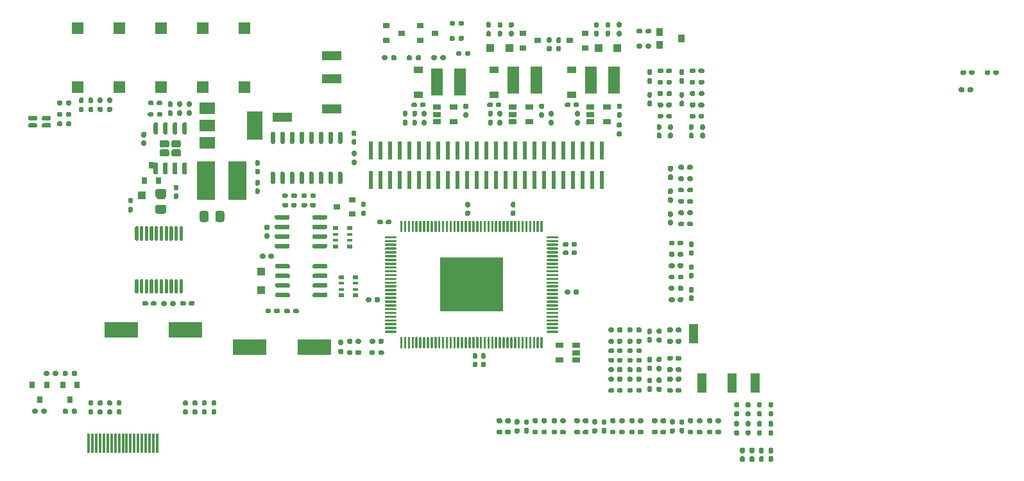
<source format=gbr>
%TF.GenerationSoftware,KiCad,Pcbnew,(5.1.10)-1*%
%TF.CreationDate,2021-11-12T20:21:06+04:00*%
%TF.ProjectId,RTD2662Board,52544432-3636-4324-926f-6172642e6b69,2*%
%TF.SameCoordinates,Original*%
%TF.FileFunction,Paste,Top*%
%TF.FilePolarity,Positive*%
%FSLAX46Y46*%
G04 Gerber Fmt 4.6, Leading zero omitted, Abs format (unit mm)*
G04 Created by KiCad (PCBNEW (5.1.10)-1) date 2021-11-12 20:21:06*
%MOMM*%
%LPD*%
G01*
G04 APERTURE LIST*
%ADD10R,1.200000X2.500000*%
%ADD11R,0.300000X2.600000*%
%ADD12R,0.900000X0.800000*%
%ADD13R,1.060000X0.650000*%
%ADD14R,0.600000X2.400000*%
%ADD15R,2.500000X1.200000*%
%ADD16R,8.260000X7.110000*%
%ADD17R,1.200000X0.900000*%
%ADD18R,1.500000X3.600000*%
%ADD19R,1.000000X1.000000*%
%ADD20R,4.500000X2.000000*%
%ADD21R,1.500000X1.500000*%
%ADD22R,2.000000X1.500000*%
%ADD23R,2.000000X3.800000*%
%ADD24R,0.800000X0.900000*%
%ADD25R,0.800000X0.500000*%
%ADD26R,0.800000X0.400000*%
%ADD27R,0.900000X1.000000*%
%ADD28R,0.900000X1.100000*%
%ADD29R,2.350000X5.100000*%
G04 APERTURE END LIST*
D10*
%TO.C,J5*%
X144175000Y-128500000D03*
X141175000Y-128500000D03*
X137175000Y-128500000D03*
X136075000Y-122000000D03*
%TD*%
D11*
%TO.C,J7*%
X56250000Y-136500000D03*
X56750000Y-136500000D03*
X57250000Y-136500000D03*
X57750000Y-136500000D03*
X58250000Y-136500000D03*
X58750000Y-136500000D03*
X59250000Y-136500000D03*
X59750000Y-136500000D03*
X60250000Y-136500000D03*
X60750000Y-136500000D03*
X61250000Y-136500000D03*
X61750000Y-136500000D03*
X62250000Y-136500000D03*
X62750000Y-136500000D03*
X63250000Y-136500000D03*
X63750000Y-136500000D03*
X64250000Y-136500000D03*
X64750000Y-136500000D03*
X65250000Y-136500000D03*
%TD*%
%TO.C,C75*%
G36*
G01*
X172200000Y-89905000D02*
X172200000Y-89595000D01*
G75*
G02*
X172355000Y-89440000I155000J0D01*
G01*
X172780000Y-89440000D01*
G75*
G02*
X172935000Y-89595000I0J-155000D01*
G01*
X172935000Y-89905000D01*
G75*
G02*
X172780000Y-90060000I-155000J0D01*
G01*
X172355000Y-90060000D01*
G75*
G02*
X172200000Y-89905000I0J155000D01*
G01*
G37*
G36*
G01*
X171065000Y-89905000D02*
X171065000Y-89595000D01*
G75*
G02*
X171220000Y-89440000I155000J0D01*
G01*
X171645000Y-89440000D01*
G75*
G02*
X171800000Y-89595000I0J-155000D01*
G01*
X171800000Y-89905000D01*
G75*
G02*
X171645000Y-90060000I-155000J0D01*
G01*
X171220000Y-90060000D01*
G75*
G02*
X171065000Y-89905000I0J155000D01*
G01*
G37*
%TD*%
%TO.C,R78*%
G36*
G01*
X132010000Y-88590000D02*
X132010000Y-88910000D01*
G75*
G02*
X131850000Y-89070000I-160000J0D01*
G01*
X131455000Y-89070000D01*
G75*
G02*
X131295000Y-88910000I0J160000D01*
G01*
X131295000Y-88590000D01*
G75*
G02*
X131455000Y-88430000I160000J0D01*
G01*
X131850000Y-88430000D01*
G75*
G02*
X132010000Y-88590000I0J-160000D01*
G01*
G37*
G36*
G01*
X133205000Y-88590000D02*
X133205000Y-88910000D01*
G75*
G02*
X133045000Y-89070000I-160000J0D01*
G01*
X132650000Y-89070000D01*
G75*
G02*
X132490000Y-88910000I0J160000D01*
G01*
X132490000Y-88590000D01*
G75*
G02*
X132650000Y-88430000I160000J0D01*
G01*
X133045000Y-88430000D01*
G75*
G02*
X133205000Y-88590000I0J-160000D01*
G01*
G37*
%TD*%
%TO.C,R40*%
G36*
G01*
X132490000Y-90410000D02*
X132490000Y-90090000D01*
G75*
G02*
X132650000Y-89930000I160000J0D01*
G01*
X133045000Y-89930000D01*
G75*
G02*
X133205000Y-90090000I0J-160000D01*
G01*
X133205000Y-90410000D01*
G75*
G02*
X133045000Y-90570000I-160000J0D01*
G01*
X132650000Y-90570000D01*
G75*
G02*
X132490000Y-90410000I0J160000D01*
G01*
G37*
G36*
G01*
X131295000Y-90410000D02*
X131295000Y-90090000D01*
G75*
G02*
X131455000Y-89930000I160000J0D01*
G01*
X131850000Y-89930000D01*
G75*
G02*
X132010000Y-90090000I0J-160000D01*
G01*
X132010000Y-90410000D01*
G75*
G02*
X131850000Y-90570000I-160000J0D01*
G01*
X131455000Y-90570000D01*
G75*
G02*
X131295000Y-90410000I0J160000D01*
G01*
G37*
%TD*%
%TO.C,L8*%
G36*
G01*
X132440000Y-91910000D02*
X132440000Y-91590000D01*
G75*
G02*
X132600000Y-91430000I160000J0D01*
G01*
X133045000Y-91430000D01*
G75*
G02*
X133205000Y-91590000I0J-160000D01*
G01*
X133205000Y-91910000D01*
G75*
G02*
X133045000Y-92070000I-160000J0D01*
G01*
X132600000Y-92070000D01*
G75*
G02*
X132440000Y-91910000I0J160000D01*
G01*
G37*
G36*
G01*
X131295000Y-91910000D02*
X131295000Y-91590000D01*
G75*
G02*
X131455000Y-91430000I160000J0D01*
G01*
X131900000Y-91430000D01*
G75*
G02*
X132060000Y-91590000I0J-160000D01*
G01*
X132060000Y-91910000D01*
G75*
G02*
X131900000Y-92070000I-160000J0D01*
G01*
X131455000Y-92070000D01*
G75*
G02*
X131295000Y-91910000I0J160000D01*
G01*
G37*
%TD*%
%TO.C,FB10*%
G36*
G01*
X132060000Y-87090000D02*
X132060000Y-87410000D01*
G75*
G02*
X131900000Y-87570000I-160000J0D01*
G01*
X131455000Y-87570000D01*
G75*
G02*
X131295000Y-87410000I0J160000D01*
G01*
X131295000Y-87090000D01*
G75*
G02*
X131455000Y-86930000I160000J0D01*
G01*
X131900000Y-86930000D01*
G75*
G02*
X132060000Y-87090000I0J-160000D01*
G01*
G37*
G36*
G01*
X133205000Y-87090000D02*
X133205000Y-87410000D01*
G75*
G02*
X133045000Y-87570000I-160000J0D01*
G01*
X132600000Y-87570000D01*
G75*
G02*
X132440000Y-87410000I0J160000D01*
G01*
X132440000Y-87090000D01*
G75*
G02*
X132600000Y-86930000I160000J0D01*
G01*
X133045000Y-86930000D01*
G75*
G02*
X133205000Y-87090000I0J-160000D01*
G01*
G37*
%TD*%
%TO.C,D24*%
G36*
G01*
X130090000Y-88190000D02*
X130410000Y-88190000D01*
G75*
G02*
X130570000Y-88350000I0J-160000D01*
G01*
X130570000Y-88795000D01*
G75*
G02*
X130410000Y-88955000I-160000J0D01*
G01*
X130090000Y-88955000D01*
G75*
G02*
X129930000Y-88795000I0J160000D01*
G01*
X129930000Y-88350000D01*
G75*
G02*
X130090000Y-88190000I160000J0D01*
G01*
G37*
G36*
G01*
X130090000Y-87045000D02*
X130410000Y-87045000D01*
G75*
G02*
X130570000Y-87205000I0J-160000D01*
G01*
X130570000Y-87650000D01*
G75*
G02*
X130410000Y-87810000I-160000J0D01*
G01*
X130090000Y-87810000D01*
G75*
G02*
X129930000Y-87650000I0J160000D01*
G01*
X129930000Y-87205000D01*
G75*
G02*
X130090000Y-87045000I160000J0D01*
G01*
G37*
%TD*%
%TO.C,C80*%
G36*
G01*
X79905000Y-108300000D02*
X79595000Y-108300000D01*
G75*
G02*
X79440000Y-108145000I0J155000D01*
G01*
X79440000Y-107720000D01*
G75*
G02*
X79595000Y-107565000I155000J0D01*
G01*
X79905000Y-107565000D01*
G75*
G02*
X80060000Y-107720000I0J-155000D01*
G01*
X80060000Y-108145000D01*
G75*
G02*
X79905000Y-108300000I-155000J0D01*
G01*
G37*
G36*
G01*
X79905000Y-109435000D02*
X79595000Y-109435000D01*
G75*
G02*
X79440000Y-109280000I0J155000D01*
G01*
X79440000Y-108855000D01*
G75*
G02*
X79595000Y-108700000I155000J0D01*
G01*
X79905000Y-108700000D01*
G75*
G02*
X80060000Y-108855000I0J-155000D01*
G01*
X80060000Y-109280000D01*
G75*
G02*
X79905000Y-109435000I-155000J0D01*
G01*
G37*
%TD*%
%TO.C,C78*%
G36*
G01*
X79950000Y-111905000D02*
X79950000Y-111595000D01*
G75*
G02*
X80105000Y-111440000I155000J0D01*
G01*
X80530000Y-111440000D01*
G75*
G02*
X80685000Y-111595000I0J-155000D01*
G01*
X80685000Y-111905000D01*
G75*
G02*
X80530000Y-112060000I-155000J0D01*
G01*
X80105000Y-112060000D01*
G75*
G02*
X79950000Y-111905000I0J155000D01*
G01*
G37*
G36*
G01*
X78815000Y-111905000D02*
X78815000Y-111595000D01*
G75*
G02*
X78970000Y-111440000I155000J0D01*
G01*
X79395000Y-111440000D01*
G75*
G02*
X79550000Y-111595000I0J-155000D01*
G01*
X79550000Y-111905000D01*
G75*
G02*
X79395000Y-112060000I-155000J0D01*
G01*
X78970000Y-112060000D01*
G75*
G02*
X78815000Y-111905000I0J155000D01*
G01*
G37*
%TD*%
%TO.C,C77*%
G36*
G01*
X172400000Y-87625000D02*
X172400000Y-87315000D01*
G75*
G02*
X172555000Y-87160000I155000J0D01*
G01*
X172980000Y-87160000D01*
G75*
G02*
X173135000Y-87315000I0J-155000D01*
G01*
X173135000Y-87625000D01*
G75*
G02*
X172980000Y-87780000I-155000J0D01*
G01*
X172555000Y-87780000D01*
G75*
G02*
X172400000Y-87625000I0J155000D01*
G01*
G37*
G36*
G01*
X171265000Y-87625000D02*
X171265000Y-87315000D01*
G75*
G02*
X171420000Y-87160000I155000J0D01*
G01*
X171845000Y-87160000D01*
G75*
G02*
X172000000Y-87315000I0J-155000D01*
G01*
X172000000Y-87625000D01*
G75*
G02*
X171845000Y-87780000I-155000J0D01*
G01*
X171420000Y-87780000D01*
G75*
G02*
X171265000Y-87625000I0J155000D01*
G01*
G37*
%TD*%
%TO.C,C76*%
G36*
G01*
X91095000Y-96267500D02*
X91405000Y-96267500D01*
G75*
G02*
X91560000Y-96422500I0J-155000D01*
G01*
X91560000Y-96847500D01*
G75*
G02*
X91405000Y-97002500I-155000J0D01*
G01*
X91095000Y-97002500D01*
G75*
G02*
X90940000Y-96847500I0J155000D01*
G01*
X90940000Y-96422500D01*
G75*
G02*
X91095000Y-96267500I155000J0D01*
G01*
G37*
G36*
G01*
X91095000Y-95132500D02*
X91405000Y-95132500D01*
G75*
G02*
X91560000Y-95287500I0J-155000D01*
G01*
X91560000Y-95712500D01*
G75*
G02*
X91405000Y-95867500I-155000J0D01*
G01*
X91095000Y-95867500D01*
G75*
G02*
X90940000Y-95712500I0J155000D01*
G01*
X90940000Y-95287500D01*
G75*
G02*
X91095000Y-95132500I155000J0D01*
G01*
G37*
%TD*%
%TO.C,C72*%
G36*
G01*
X175610000Y-87625000D02*
X175610000Y-87315000D01*
G75*
G02*
X175765000Y-87160000I155000J0D01*
G01*
X176190000Y-87160000D01*
G75*
G02*
X176345000Y-87315000I0J-155000D01*
G01*
X176345000Y-87625000D01*
G75*
G02*
X176190000Y-87780000I-155000J0D01*
G01*
X175765000Y-87780000D01*
G75*
G02*
X175610000Y-87625000I0J155000D01*
G01*
G37*
G36*
G01*
X174475000Y-87625000D02*
X174475000Y-87315000D01*
G75*
G02*
X174630000Y-87160000I155000J0D01*
G01*
X175055000Y-87160000D01*
G75*
G02*
X175210000Y-87315000I0J-155000D01*
G01*
X175210000Y-87625000D01*
G75*
G02*
X175055000Y-87780000I-155000J0D01*
G01*
X174630000Y-87780000D01*
G75*
G02*
X174475000Y-87625000I0J155000D01*
G01*
G37*
%TD*%
%TO.C,C71*%
G36*
G01*
X131655000Y-95050000D02*
X131345000Y-95050000D01*
G75*
G02*
X131190000Y-94895000I0J155000D01*
G01*
X131190000Y-94470000D01*
G75*
G02*
X131345000Y-94315000I155000J0D01*
G01*
X131655000Y-94315000D01*
G75*
G02*
X131810000Y-94470000I0J-155000D01*
G01*
X131810000Y-94895000D01*
G75*
G02*
X131655000Y-95050000I-155000J0D01*
G01*
G37*
G36*
G01*
X131655000Y-96185000D02*
X131345000Y-96185000D01*
G75*
G02*
X131190000Y-96030000I0J155000D01*
G01*
X131190000Y-95605000D01*
G75*
G02*
X131345000Y-95450000I155000J0D01*
G01*
X131655000Y-95450000D01*
G75*
G02*
X131810000Y-95605000I0J-155000D01*
G01*
X131810000Y-96030000D01*
G75*
G02*
X131655000Y-96185000I-155000J0D01*
G01*
G37*
%TD*%
%TO.C,C70*%
G36*
G01*
X132050000Y-93095000D02*
X132050000Y-93405000D01*
G75*
G02*
X131895000Y-93560000I-155000J0D01*
G01*
X131470000Y-93560000D01*
G75*
G02*
X131315000Y-93405000I0J155000D01*
G01*
X131315000Y-93095000D01*
G75*
G02*
X131470000Y-92940000I155000J0D01*
G01*
X131895000Y-92940000D01*
G75*
G02*
X132050000Y-93095000I0J-155000D01*
G01*
G37*
G36*
G01*
X133185000Y-93095000D02*
X133185000Y-93405000D01*
G75*
G02*
X133030000Y-93560000I-155000J0D01*
G01*
X132605000Y-93560000D01*
G75*
G02*
X132450000Y-93405000I0J155000D01*
G01*
X132450000Y-93095000D01*
G75*
G02*
X132605000Y-92940000I155000J0D01*
G01*
X133030000Y-92940000D01*
G75*
G02*
X133185000Y-93095000I0J-155000D01*
G01*
G37*
%TD*%
%TO.C,C69*%
G36*
G01*
X130405000Y-90800000D02*
X130095000Y-90800000D01*
G75*
G02*
X129940000Y-90645000I0J155000D01*
G01*
X129940000Y-90220000D01*
G75*
G02*
X130095000Y-90065000I155000J0D01*
G01*
X130405000Y-90065000D01*
G75*
G02*
X130560000Y-90220000I0J-155000D01*
G01*
X130560000Y-90645000D01*
G75*
G02*
X130405000Y-90800000I-155000J0D01*
G01*
G37*
G36*
G01*
X130405000Y-91935000D02*
X130095000Y-91935000D01*
G75*
G02*
X129940000Y-91780000I0J155000D01*
G01*
X129940000Y-91355000D01*
G75*
G02*
X130095000Y-91200000I155000J0D01*
G01*
X130405000Y-91200000D01*
G75*
G02*
X130560000Y-91355000I0J-155000D01*
G01*
X130560000Y-91780000D01*
G75*
G02*
X130405000Y-91935000I-155000J0D01*
G01*
G37*
%TD*%
%TO.C,C68*%
G36*
G01*
X133155000Y-95050000D02*
X132845000Y-95050000D01*
G75*
G02*
X132690000Y-94895000I0J155000D01*
G01*
X132690000Y-94470000D01*
G75*
G02*
X132845000Y-94315000I155000J0D01*
G01*
X133155000Y-94315000D01*
G75*
G02*
X133310000Y-94470000I0J-155000D01*
G01*
X133310000Y-94895000D01*
G75*
G02*
X133155000Y-95050000I-155000J0D01*
G01*
G37*
G36*
G01*
X133155000Y-96185000D02*
X132845000Y-96185000D01*
G75*
G02*
X132690000Y-96030000I0J155000D01*
G01*
X132690000Y-95605000D01*
G75*
G02*
X132845000Y-95450000I155000J0D01*
G01*
X133155000Y-95450000D01*
G75*
G02*
X133310000Y-95605000I0J-155000D01*
G01*
X133310000Y-96030000D01*
G75*
G02*
X133155000Y-96185000I-155000J0D01*
G01*
G37*
%TD*%
%TO.C,R42*%
G36*
G01*
X105890000Y-85110000D02*
X105890000Y-84790000D01*
G75*
G02*
X106050000Y-84630000I160000J0D01*
G01*
X106445000Y-84630000D01*
G75*
G02*
X106605000Y-84790000I0J-160000D01*
G01*
X106605000Y-85110000D01*
G75*
G02*
X106445000Y-85270000I-160000J0D01*
G01*
X106050000Y-85270000D01*
G75*
G02*
X105890000Y-85110000I0J160000D01*
G01*
G37*
G36*
G01*
X104695000Y-85110000D02*
X104695000Y-84790000D01*
G75*
G02*
X104855000Y-84630000I160000J0D01*
G01*
X105250000Y-84630000D01*
G75*
G02*
X105410000Y-84790000I0J-160000D01*
G01*
X105410000Y-85110000D01*
G75*
G02*
X105250000Y-85270000I-160000J0D01*
G01*
X104855000Y-85270000D01*
G75*
G02*
X104695000Y-85110000I0J160000D01*
G01*
G37*
%TD*%
%TO.C,R38*%
G36*
G01*
X105040000Y-83120000D02*
X105040000Y-82800000D01*
G75*
G02*
X105200000Y-82640000I160000J0D01*
G01*
X105595000Y-82640000D01*
G75*
G02*
X105755000Y-82800000I0J-160000D01*
G01*
X105755000Y-83120000D01*
G75*
G02*
X105595000Y-83280000I-160000J0D01*
G01*
X105200000Y-83280000D01*
G75*
G02*
X105040000Y-83120000I0J160000D01*
G01*
G37*
G36*
G01*
X103845000Y-83120000D02*
X103845000Y-82800000D01*
G75*
G02*
X104005000Y-82640000I160000J0D01*
G01*
X104400000Y-82640000D01*
G75*
G02*
X104560000Y-82800000I0J-160000D01*
G01*
X104560000Y-83120000D01*
G75*
G02*
X104400000Y-83280000I-160000J0D01*
G01*
X104005000Y-83280000D01*
G75*
G02*
X103845000Y-83120000I0J160000D01*
G01*
G37*
%TD*%
%TO.C,R36*%
G36*
G01*
X102640000Y-85680000D02*
X102640000Y-85360000D01*
G75*
G02*
X102800000Y-85200000I160000J0D01*
G01*
X103195000Y-85200000D01*
G75*
G02*
X103355000Y-85360000I0J-160000D01*
G01*
X103355000Y-85680000D01*
G75*
G02*
X103195000Y-85840000I-160000J0D01*
G01*
X102800000Y-85840000D01*
G75*
G02*
X102640000Y-85680000I0J160000D01*
G01*
G37*
G36*
G01*
X101445000Y-85680000D02*
X101445000Y-85360000D01*
G75*
G02*
X101605000Y-85200000I160000J0D01*
G01*
X102000000Y-85200000D01*
G75*
G02*
X102160000Y-85360000I0J-160000D01*
G01*
X102160000Y-85680000D01*
G75*
G02*
X102000000Y-85840000I-160000J0D01*
G01*
X101605000Y-85840000D01*
G75*
G02*
X101445000Y-85680000I0J160000D01*
G01*
G37*
%TD*%
%TO.C,R31*%
G36*
G01*
X105040000Y-81130000D02*
X105040000Y-80810000D01*
G75*
G02*
X105200000Y-80650000I160000J0D01*
G01*
X105595000Y-80650000D01*
G75*
G02*
X105755000Y-80810000I0J-160000D01*
G01*
X105755000Y-81130000D01*
G75*
G02*
X105595000Y-81290000I-160000J0D01*
G01*
X105200000Y-81290000D01*
G75*
G02*
X105040000Y-81130000I0J160000D01*
G01*
G37*
G36*
G01*
X103845000Y-81130000D02*
X103845000Y-80810000D01*
G75*
G02*
X104005000Y-80650000I160000J0D01*
G01*
X104400000Y-80650000D01*
G75*
G02*
X104560000Y-80810000I0J-160000D01*
G01*
X104560000Y-81130000D01*
G75*
G02*
X104400000Y-81290000I-160000J0D01*
G01*
X104005000Y-81290000D01*
G75*
G02*
X103845000Y-81130000I0J160000D01*
G01*
G37*
%TD*%
%TO.C,R30*%
G36*
G01*
X99390000Y-85680000D02*
X99390000Y-85360000D01*
G75*
G02*
X99550000Y-85200000I160000J0D01*
G01*
X99945000Y-85200000D01*
G75*
G02*
X100105000Y-85360000I0J-160000D01*
G01*
X100105000Y-85680000D01*
G75*
G02*
X99945000Y-85840000I-160000J0D01*
G01*
X99550000Y-85840000D01*
G75*
G02*
X99390000Y-85680000I0J160000D01*
G01*
G37*
G36*
G01*
X98195000Y-85680000D02*
X98195000Y-85360000D01*
G75*
G02*
X98355000Y-85200000I160000J0D01*
G01*
X98750000Y-85200000D01*
G75*
G02*
X98910000Y-85360000I0J-160000D01*
G01*
X98910000Y-85680000D01*
G75*
G02*
X98750000Y-85840000I-160000J0D01*
G01*
X98355000Y-85840000D01*
G75*
G02*
X98195000Y-85680000I0J160000D01*
G01*
G37*
%TD*%
%TO.C,R28*%
G36*
G01*
X96140000Y-85680000D02*
X96140000Y-85360000D01*
G75*
G02*
X96300000Y-85200000I160000J0D01*
G01*
X96695000Y-85200000D01*
G75*
G02*
X96855000Y-85360000I0J-160000D01*
G01*
X96855000Y-85680000D01*
G75*
G02*
X96695000Y-85840000I-160000J0D01*
G01*
X96300000Y-85840000D01*
G75*
G02*
X96140000Y-85680000I0J160000D01*
G01*
G37*
G36*
G01*
X94945000Y-85680000D02*
X94945000Y-85360000D01*
G75*
G02*
X95105000Y-85200000I160000J0D01*
G01*
X95500000Y-85200000D01*
G75*
G02*
X95660000Y-85360000I0J-160000D01*
G01*
X95660000Y-85680000D01*
G75*
G02*
X95500000Y-85840000I-160000J0D01*
G01*
X95105000Y-85840000D01*
G75*
G02*
X94945000Y-85680000I0J160000D01*
G01*
G37*
%TD*%
D12*
%TO.C,Q2*%
X101950000Y-82250000D03*
X99950000Y-83200000D03*
X99950000Y-81300000D03*
%TD*%
%TO.C,Q1*%
X97500000Y-82250000D03*
X95500000Y-83200000D03*
X95500000Y-81300000D03*
%TD*%
D13*
%TO.C,U3*%
X118400000Y-125450000D03*
X118400000Y-123550000D03*
X120600000Y-123550000D03*
X120600000Y-124500000D03*
X120600000Y-125450000D03*
%TD*%
%TO.C,C59*%
G36*
G01*
X106405000Y-105300000D02*
X106095000Y-105300000D01*
G75*
G02*
X105940000Y-105145000I0J155000D01*
G01*
X105940000Y-104720000D01*
G75*
G02*
X106095000Y-104565000I155000J0D01*
G01*
X106405000Y-104565000D01*
G75*
G02*
X106560000Y-104720000I0J-155000D01*
G01*
X106560000Y-105145000D01*
G75*
G02*
X106405000Y-105300000I-155000J0D01*
G01*
G37*
G36*
G01*
X106405000Y-106435000D02*
X106095000Y-106435000D01*
G75*
G02*
X105940000Y-106280000I0J155000D01*
G01*
X105940000Y-105855000D01*
G75*
G02*
X106095000Y-105700000I155000J0D01*
G01*
X106405000Y-105700000D01*
G75*
G02*
X106560000Y-105855000I0J-155000D01*
G01*
X106560000Y-106280000D01*
G75*
G02*
X106405000Y-106435000I-155000J0D01*
G01*
G37*
%TD*%
%TO.C,C58*%
G36*
G01*
X112405000Y-105300000D02*
X112095000Y-105300000D01*
G75*
G02*
X111940000Y-105145000I0J155000D01*
G01*
X111940000Y-104720000D01*
G75*
G02*
X112095000Y-104565000I155000J0D01*
G01*
X112405000Y-104565000D01*
G75*
G02*
X112560000Y-104720000I0J-155000D01*
G01*
X112560000Y-105145000D01*
G75*
G02*
X112405000Y-105300000I-155000J0D01*
G01*
G37*
G36*
G01*
X112405000Y-106435000D02*
X112095000Y-106435000D01*
G75*
G02*
X111940000Y-106280000I0J155000D01*
G01*
X111940000Y-105855000D01*
G75*
G02*
X112095000Y-105700000I155000J0D01*
G01*
X112405000Y-105700000D01*
G75*
G02*
X112560000Y-105855000I0J-155000D01*
G01*
X112560000Y-106280000D01*
G75*
G02*
X112405000Y-106435000I-155000J0D01*
G01*
G37*
%TD*%
%TO.C,U12*%
G36*
G01*
X62687500Y-109700000D02*
X62462500Y-109700000D01*
G75*
G02*
X62350000Y-109587500I0J112500D01*
G01*
X62350000Y-107912500D01*
G75*
G02*
X62462500Y-107800000I112500J0D01*
G01*
X62687500Y-107800000D01*
G75*
G02*
X62800000Y-107912500I0J-112500D01*
G01*
X62800000Y-109587500D01*
G75*
G02*
X62687500Y-109700000I-112500J0D01*
G01*
G37*
G36*
G01*
X63337500Y-109700000D02*
X63112500Y-109700000D01*
G75*
G02*
X63000000Y-109587500I0J112500D01*
G01*
X63000000Y-107912500D01*
G75*
G02*
X63112500Y-107800000I112500J0D01*
G01*
X63337500Y-107800000D01*
G75*
G02*
X63450000Y-107912500I0J-112500D01*
G01*
X63450000Y-109587500D01*
G75*
G02*
X63337500Y-109700000I-112500J0D01*
G01*
G37*
G36*
G01*
X63987500Y-109700000D02*
X63762500Y-109700000D01*
G75*
G02*
X63650000Y-109587500I0J112500D01*
G01*
X63650000Y-107912500D01*
G75*
G02*
X63762500Y-107800000I112500J0D01*
G01*
X63987500Y-107800000D01*
G75*
G02*
X64100000Y-107912500I0J-112500D01*
G01*
X64100000Y-109587500D01*
G75*
G02*
X63987500Y-109700000I-112500J0D01*
G01*
G37*
G36*
G01*
X64637500Y-109700000D02*
X64412500Y-109700000D01*
G75*
G02*
X64300000Y-109587500I0J112500D01*
G01*
X64300000Y-107912500D01*
G75*
G02*
X64412500Y-107800000I112500J0D01*
G01*
X64637500Y-107800000D01*
G75*
G02*
X64750000Y-107912500I0J-112500D01*
G01*
X64750000Y-109587500D01*
G75*
G02*
X64637500Y-109700000I-112500J0D01*
G01*
G37*
G36*
G01*
X65287500Y-109700000D02*
X65062500Y-109700000D01*
G75*
G02*
X64950000Y-109587500I0J112500D01*
G01*
X64950000Y-107912500D01*
G75*
G02*
X65062500Y-107800000I112500J0D01*
G01*
X65287500Y-107800000D01*
G75*
G02*
X65400000Y-107912500I0J-112500D01*
G01*
X65400000Y-109587500D01*
G75*
G02*
X65287500Y-109700000I-112500J0D01*
G01*
G37*
G36*
G01*
X65937500Y-109700000D02*
X65712500Y-109700000D01*
G75*
G02*
X65600000Y-109587500I0J112500D01*
G01*
X65600000Y-107912500D01*
G75*
G02*
X65712500Y-107800000I112500J0D01*
G01*
X65937500Y-107800000D01*
G75*
G02*
X66050000Y-107912500I0J-112500D01*
G01*
X66050000Y-109587500D01*
G75*
G02*
X65937500Y-109700000I-112500J0D01*
G01*
G37*
G36*
G01*
X66587500Y-109700000D02*
X66362500Y-109700000D01*
G75*
G02*
X66250000Y-109587500I0J112500D01*
G01*
X66250000Y-107912500D01*
G75*
G02*
X66362500Y-107800000I112500J0D01*
G01*
X66587500Y-107800000D01*
G75*
G02*
X66700000Y-107912500I0J-112500D01*
G01*
X66700000Y-109587500D01*
G75*
G02*
X66587500Y-109700000I-112500J0D01*
G01*
G37*
G36*
G01*
X67237500Y-109700000D02*
X67012500Y-109700000D01*
G75*
G02*
X66900000Y-109587500I0J112500D01*
G01*
X66900000Y-107912500D01*
G75*
G02*
X67012500Y-107800000I112500J0D01*
G01*
X67237500Y-107800000D01*
G75*
G02*
X67350000Y-107912500I0J-112500D01*
G01*
X67350000Y-109587500D01*
G75*
G02*
X67237500Y-109700000I-112500J0D01*
G01*
G37*
G36*
G01*
X67887500Y-109700000D02*
X67662500Y-109700000D01*
G75*
G02*
X67550000Y-109587500I0J112500D01*
G01*
X67550000Y-107912500D01*
G75*
G02*
X67662500Y-107800000I112500J0D01*
G01*
X67887500Y-107800000D01*
G75*
G02*
X68000000Y-107912500I0J-112500D01*
G01*
X68000000Y-109587500D01*
G75*
G02*
X67887500Y-109700000I-112500J0D01*
G01*
G37*
G36*
G01*
X68537500Y-109700000D02*
X68312500Y-109700000D01*
G75*
G02*
X68200000Y-109587500I0J112500D01*
G01*
X68200000Y-107912500D01*
G75*
G02*
X68312500Y-107800000I112500J0D01*
G01*
X68537500Y-107800000D01*
G75*
G02*
X68650000Y-107912500I0J-112500D01*
G01*
X68650000Y-109587500D01*
G75*
G02*
X68537500Y-109700000I-112500J0D01*
G01*
G37*
G36*
G01*
X68537500Y-116700000D02*
X68312500Y-116700000D01*
G75*
G02*
X68200000Y-116587500I0J112500D01*
G01*
X68200000Y-114912500D01*
G75*
G02*
X68312500Y-114800000I112500J0D01*
G01*
X68537500Y-114800000D01*
G75*
G02*
X68650000Y-114912500I0J-112500D01*
G01*
X68650000Y-116587500D01*
G75*
G02*
X68537500Y-116700000I-112500J0D01*
G01*
G37*
G36*
G01*
X67887500Y-116700000D02*
X67662500Y-116700000D01*
G75*
G02*
X67550000Y-116587500I0J112500D01*
G01*
X67550000Y-114912500D01*
G75*
G02*
X67662500Y-114800000I112500J0D01*
G01*
X67887500Y-114800000D01*
G75*
G02*
X68000000Y-114912500I0J-112500D01*
G01*
X68000000Y-116587500D01*
G75*
G02*
X67887500Y-116700000I-112500J0D01*
G01*
G37*
G36*
G01*
X67237500Y-116700000D02*
X67012500Y-116700000D01*
G75*
G02*
X66900000Y-116587500I0J112500D01*
G01*
X66900000Y-114912500D01*
G75*
G02*
X67012500Y-114800000I112500J0D01*
G01*
X67237500Y-114800000D01*
G75*
G02*
X67350000Y-114912500I0J-112500D01*
G01*
X67350000Y-116587500D01*
G75*
G02*
X67237500Y-116700000I-112500J0D01*
G01*
G37*
G36*
G01*
X66587500Y-116700000D02*
X66362500Y-116700000D01*
G75*
G02*
X66250000Y-116587500I0J112500D01*
G01*
X66250000Y-114912500D01*
G75*
G02*
X66362500Y-114800000I112500J0D01*
G01*
X66587500Y-114800000D01*
G75*
G02*
X66700000Y-114912500I0J-112500D01*
G01*
X66700000Y-116587500D01*
G75*
G02*
X66587500Y-116700000I-112500J0D01*
G01*
G37*
G36*
G01*
X65937500Y-116700000D02*
X65712500Y-116700000D01*
G75*
G02*
X65600000Y-116587500I0J112500D01*
G01*
X65600000Y-114912500D01*
G75*
G02*
X65712500Y-114800000I112500J0D01*
G01*
X65937500Y-114800000D01*
G75*
G02*
X66050000Y-114912500I0J-112500D01*
G01*
X66050000Y-116587500D01*
G75*
G02*
X65937500Y-116700000I-112500J0D01*
G01*
G37*
G36*
G01*
X65287500Y-116700000D02*
X65062500Y-116700000D01*
G75*
G02*
X64950000Y-116587500I0J112500D01*
G01*
X64950000Y-114912500D01*
G75*
G02*
X65062500Y-114800000I112500J0D01*
G01*
X65287500Y-114800000D01*
G75*
G02*
X65400000Y-114912500I0J-112500D01*
G01*
X65400000Y-116587500D01*
G75*
G02*
X65287500Y-116700000I-112500J0D01*
G01*
G37*
G36*
G01*
X64637500Y-116700000D02*
X64412500Y-116700000D01*
G75*
G02*
X64300000Y-116587500I0J112500D01*
G01*
X64300000Y-114912500D01*
G75*
G02*
X64412500Y-114800000I112500J0D01*
G01*
X64637500Y-114800000D01*
G75*
G02*
X64750000Y-114912500I0J-112500D01*
G01*
X64750000Y-116587500D01*
G75*
G02*
X64637500Y-116700000I-112500J0D01*
G01*
G37*
G36*
G01*
X63987500Y-116700000D02*
X63762500Y-116700000D01*
G75*
G02*
X63650000Y-116587500I0J112500D01*
G01*
X63650000Y-114912500D01*
G75*
G02*
X63762500Y-114800000I112500J0D01*
G01*
X63987500Y-114800000D01*
G75*
G02*
X64100000Y-114912500I0J-112500D01*
G01*
X64100000Y-116587500D01*
G75*
G02*
X63987500Y-116700000I-112500J0D01*
G01*
G37*
G36*
G01*
X63337500Y-116700000D02*
X63112500Y-116700000D01*
G75*
G02*
X63000000Y-116587500I0J112500D01*
G01*
X63000000Y-114912500D01*
G75*
G02*
X63112500Y-114800000I112500J0D01*
G01*
X63337500Y-114800000D01*
G75*
G02*
X63450000Y-114912500I0J-112500D01*
G01*
X63450000Y-116587500D01*
G75*
G02*
X63337500Y-116700000I-112500J0D01*
G01*
G37*
G36*
G01*
X62687500Y-116700000D02*
X62462500Y-116700000D01*
G75*
G02*
X62350000Y-116587500I0J112500D01*
G01*
X62350000Y-114912500D01*
G75*
G02*
X62462500Y-114800000I112500J0D01*
G01*
X62687500Y-114800000D01*
G75*
G02*
X62800000Y-114912500I0J-112500D01*
G01*
X62800000Y-116587500D01*
G75*
G02*
X62687500Y-116700000I-112500J0D01*
G01*
G37*
%TD*%
%TO.C,D4*%
G36*
G01*
X135910000Y-116560000D02*
X135590000Y-116560000D01*
G75*
G02*
X135430000Y-116400000I0J160000D01*
G01*
X135430000Y-115955000D01*
G75*
G02*
X135590000Y-115795000I160000J0D01*
G01*
X135910000Y-115795000D01*
G75*
G02*
X136070000Y-115955000I0J-160000D01*
G01*
X136070000Y-116400000D01*
G75*
G02*
X135910000Y-116560000I-160000J0D01*
G01*
G37*
G36*
G01*
X135910000Y-117705000D02*
X135590000Y-117705000D01*
G75*
G02*
X135430000Y-117545000I0J160000D01*
G01*
X135430000Y-117100000D01*
G75*
G02*
X135590000Y-116940000I160000J0D01*
G01*
X135910000Y-116940000D01*
G75*
G02*
X136070000Y-117100000I0J-160000D01*
G01*
X136070000Y-117545000D01*
G75*
G02*
X135910000Y-117705000I-160000J0D01*
G01*
G37*
%TD*%
D14*
%TO.C,J4*%
X93510000Y-101700000D03*
X93510000Y-97800000D03*
X94780000Y-101700000D03*
X94780000Y-97800000D03*
X96050000Y-101700000D03*
X96050000Y-97800000D03*
X97320000Y-101700000D03*
X97320000Y-97800000D03*
X98590000Y-101700000D03*
X98590000Y-97800000D03*
X99860000Y-101700000D03*
X99860000Y-97800000D03*
X101130000Y-101700000D03*
X101130000Y-97800000D03*
X102400000Y-101700000D03*
X102400000Y-97800000D03*
X103670000Y-101700000D03*
X103670000Y-97800000D03*
X104940000Y-101700000D03*
X104940000Y-97800000D03*
X106210000Y-101700000D03*
X106210000Y-97800000D03*
X107480000Y-101700000D03*
X107480000Y-97800000D03*
X108750000Y-101700000D03*
X108750000Y-97800000D03*
X110020000Y-101700000D03*
X110020000Y-97800000D03*
X111290000Y-101700000D03*
X111290000Y-97800000D03*
X112560000Y-101700000D03*
X112560000Y-97800000D03*
X113830000Y-101700000D03*
X113830000Y-97800000D03*
X115100000Y-101700000D03*
X115100000Y-97800000D03*
X116370000Y-101700000D03*
X116370000Y-97800000D03*
X117640000Y-101700000D03*
X117640000Y-97800000D03*
X118910000Y-101700000D03*
X118910000Y-97800000D03*
X120180000Y-101700000D03*
X120180000Y-97800000D03*
X121450000Y-101700000D03*
X121450000Y-97800000D03*
X122720000Y-101700000D03*
X122720000Y-97800000D03*
X123990000Y-101700000D03*
X123990000Y-97800000D03*
%TD*%
%TO.C,C63*%
G36*
G01*
X107045000Y-125700000D02*
X107355000Y-125700000D01*
G75*
G02*
X107510000Y-125855000I0J-155000D01*
G01*
X107510000Y-126280000D01*
G75*
G02*
X107355000Y-126435000I-155000J0D01*
G01*
X107045000Y-126435000D01*
G75*
G02*
X106890000Y-126280000I0J155000D01*
G01*
X106890000Y-125855000D01*
G75*
G02*
X107045000Y-125700000I155000J0D01*
G01*
G37*
G36*
G01*
X107045000Y-124565000D02*
X107355000Y-124565000D01*
G75*
G02*
X107510000Y-124720000I0J-155000D01*
G01*
X107510000Y-125145000D01*
G75*
G02*
X107355000Y-125300000I-155000J0D01*
G01*
X107045000Y-125300000D01*
G75*
G02*
X106890000Y-125145000I0J155000D01*
G01*
X106890000Y-124720000D01*
G75*
G02*
X107045000Y-124565000I155000J0D01*
G01*
G37*
%TD*%
%TO.C,C61*%
G36*
G01*
X108145000Y-125700000D02*
X108455000Y-125700000D01*
G75*
G02*
X108610000Y-125855000I0J-155000D01*
G01*
X108610000Y-126280000D01*
G75*
G02*
X108455000Y-126435000I-155000J0D01*
G01*
X108145000Y-126435000D01*
G75*
G02*
X107990000Y-126280000I0J155000D01*
G01*
X107990000Y-125855000D01*
G75*
G02*
X108145000Y-125700000I155000J0D01*
G01*
G37*
G36*
G01*
X108145000Y-124565000D02*
X108455000Y-124565000D01*
G75*
G02*
X108610000Y-124720000I0J-155000D01*
G01*
X108610000Y-125145000D01*
G75*
G02*
X108455000Y-125300000I-155000J0D01*
G01*
X108145000Y-125300000D01*
G75*
G02*
X107990000Y-125145000I0J155000D01*
G01*
X107990000Y-124720000D01*
G75*
G02*
X108145000Y-124565000I155000J0D01*
G01*
G37*
%TD*%
D15*
%TO.C,J2*%
X81800000Y-93375000D03*
X88300000Y-92275000D03*
X88300000Y-88275000D03*
X88300000Y-85275000D03*
%TD*%
%TO.C,U4*%
G36*
G01*
X89295000Y-95300000D02*
X89595000Y-95300000D01*
G75*
G02*
X89745000Y-95450000I0J-150000D01*
G01*
X89745000Y-96750000D01*
G75*
G02*
X89595000Y-96900000I-150000J0D01*
G01*
X89295000Y-96900000D01*
G75*
G02*
X89145000Y-96750000I0J150000D01*
G01*
X89145000Y-95450000D01*
G75*
G02*
X89295000Y-95300000I150000J0D01*
G01*
G37*
G36*
G01*
X88025000Y-95300000D02*
X88325000Y-95300000D01*
G75*
G02*
X88475000Y-95450000I0J-150000D01*
G01*
X88475000Y-96750000D01*
G75*
G02*
X88325000Y-96900000I-150000J0D01*
G01*
X88025000Y-96900000D01*
G75*
G02*
X87875000Y-96750000I0J150000D01*
G01*
X87875000Y-95450000D01*
G75*
G02*
X88025000Y-95300000I150000J0D01*
G01*
G37*
G36*
G01*
X86755000Y-95300000D02*
X87055000Y-95300000D01*
G75*
G02*
X87205000Y-95450000I0J-150000D01*
G01*
X87205000Y-96750000D01*
G75*
G02*
X87055000Y-96900000I-150000J0D01*
G01*
X86755000Y-96900000D01*
G75*
G02*
X86605000Y-96750000I0J150000D01*
G01*
X86605000Y-95450000D01*
G75*
G02*
X86755000Y-95300000I150000J0D01*
G01*
G37*
G36*
G01*
X85485000Y-95300000D02*
X85785000Y-95300000D01*
G75*
G02*
X85935000Y-95450000I0J-150000D01*
G01*
X85935000Y-96750000D01*
G75*
G02*
X85785000Y-96900000I-150000J0D01*
G01*
X85485000Y-96900000D01*
G75*
G02*
X85335000Y-96750000I0J150000D01*
G01*
X85335000Y-95450000D01*
G75*
G02*
X85485000Y-95300000I150000J0D01*
G01*
G37*
G36*
G01*
X84215000Y-95300000D02*
X84515000Y-95300000D01*
G75*
G02*
X84665000Y-95450000I0J-150000D01*
G01*
X84665000Y-96750000D01*
G75*
G02*
X84515000Y-96900000I-150000J0D01*
G01*
X84215000Y-96900000D01*
G75*
G02*
X84065000Y-96750000I0J150000D01*
G01*
X84065000Y-95450000D01*
G75*
G02*
X84215000Y-95300000I150000J0D01*
G01*
G37*
G36*
G01*
X82945000Y-95300000D02*
X83245000Y-95300000D01*
G75*
G02*
X83395000Y-95450000I0J-150000D01*
G01*
X83395000Y-96750000D01*
G75*
G02*
X83245000Y-96900000I-150000J0D01*
G01*
X82945000Y-96900000D01*
G75*
G02*
X82795000Y-96750000I0J150000D01*
G01*
X82795000Y-95450000D01*
G75*
G02*
X82945000Y-95300000I150000J0D01*
G01*
G37*
G36*
G01*
X81675000Y-95300000D02*
X81975000Y-95300000D01*
G75*
G02*
X82125000Y-95450000I0J-150000D01*
G01*
X82125000Y-96750000D01*
G75*
G02*
X81975000Y-96900000I-150000J0D01*
G01*
X81675000Y-96900000D01*
G75*
G02*
X81525000Y-96750000I0J150000D01*
G01*
X81525000Y-95450000D01*
G75*
G02*
X81675000Y-95300000I150000J0D01*
G01*
G37*
G36*
G01*
X80405000Y-95300000D02*
X80705000Y-95300000D01*
G75*
G02*
X80855000Y-95450000I0J-150000D01*
G01*
X80855000Y-96750000D01*
G75*
G02*
X80705000Y-96900000I-150000J0D01*
G01*
X80405000Y-96900000D01*
G75*
G02*
X80255000Y-96750000I0J150000D01*
G01*
X80255000Y-95450000D01*
G75*
G02*
X80405000Y-95300000I150000J0D01*
G01*
G37*
G36*
G01*
X80405000Y-100600000D02*
X80705000Y-100600000D01*
G75*
G02*
X80855000Y-100750000I0J-150000D01*
G01*
X80855000Y-102050000D01*
G75*
G02*
X80705000Y-102200000I-150000J0D01*
G01*
X80405000Y-102200000D01*
G75*
G02*
X80255000Y-102050000I0J150000D01*
G01*
X80255000Y-100750000D01*
G75*
G02*
X80405000Y-100600000I150000J0D01*
G01*
G37*
G36*
G01*
X81675000Y-100600000D02*
X81975000Y-100600000D01*
G75*
G02*
X82125000Y-100750000I0J-150000D01*
G01*
X82125000Y-102050000D01*
G75*
G02*
X81975000Y-102200000I-150000J0D01*
G01*
X81675000Y-102200000D01*
G75*
G02*
X81525000Y-102050000I0J150000D01*
G01*
X81525000Y-100750000D01*
G75*
G02*
X81675000Y-100600000I150000J0D01*
G01*
G37*
G36*
G01*
X82945000Y-100600000D02*
X83245000Y-100600000D01*
G75*
G02*
X83395000Y-100750000I0J-150000D01*
G01*
X83395000Y-102050000D01*
G75*
G02*
X83245000Y-102200000I-150000J0D01*
G01*
X82945000Y-102200000D01*
G75*
G02*
X82795000Y-102050000I0J150000D01*
G01*
X82795000Y-100750000D01*
G75*
G02*
X82945000Y-100600000I150000J0D01*
G01*
G37*
G36*
G01*
X84215000Y-100600000D02*
X84515000Y-100600000D01*
G75*
G02*
X84665000Y-100750000I0J-150000D01*
G01*
X84665000Y-102050000D01*
G75*
G02*
X84515000Y-102200000I-150000J0D01*
G01*
X84215000Y-102200000D01*
G75*
G02*
X84065000Y-102050000I0J150000D01*
G01*
X84065000Y-100750000D01*
G75*
G02*
X84215000Y-100600000I150000J0D01*
G01*
G37*
G36*
G01*
X85485000Y-100600000D02*
X85785000Y-100600000D01*
G75*
G02*
X85935000Y-100750000I0J-150000D01*
G01*
X85935000Y-102050000D01*
G75*
G02*
X85785000Y-102200000I-150000J0D01*
G01*
X85485000Y-102200000D01*
G75*
G02*
X85335000Y-102050000I0J150000D01*
G01*
X85335000Y-100750000D01*
G75*
G02*
X85485000Y-100600000I150000J0D01*
G01*
G37*
G36*
G01*
X86755000Y-100600000D02*
X87055000Y-100600000D01*
G75*
G02*
X87205000Y-100750000I0J-150000D01*
G01*
X87205000Y-102050000D01*
G75*
G02*
X87055000Y-102200000I-150000J0D01*
G01*
X86755000Y-102200000D01*
G75*
G02*
X86605000Y-102050000I0J150000D01*
G01*
X86605000Y-100750000D01*
G75*
G02*
X86755000Y-100600000I150000J0D01*
G01*
G37*
G36*
G01*
X88025000Y-100600000D02*
X88325000Y-100600000D01*
G75*
G02*
X88475000Y-100750000I0J-150000D01*
G01*
X88475000Y-102050000D01*
G75*
G02*
X88325000Y-102200000I-150000J0D01*
G01*
X88025000Y-102200000D01*
G75*
G02*
X87875000Y-102050000I0J150000D01*
G01*
X87875000Y-100750000D01*
G75*
G02*
X88025000Y-100600000I150000J0D01*
G01*
G37*
G36*
G01*
X89295000Y-100600000D02*
X89595000Y-100600000D01*
G75*
G02*
X89745000Y-100750000I0J-150000D01*
G01*
X89745000Y-102050000D01*
G75*
G02*
X89595000Y-102200000I-150000J0D01*
G01*
X89295000Y-102200000D01*
G75*
G02*
X89145000Y-102050000I0J150000D01*
G01*
X89145000Y-100750000D01*
G75*
G02*
X89295000Y-100600000I150000J0D01*
G01*
G37*
%TD*%
D16*
%TO.C,U8*%
X106750000Y-115500000D03*
G36*
G01*
X97575000Y-123925000D02*
X97425000Y-123925000D01*
G75*
G02*
X97350000Y-123850000I0J75000D01*
G01*
X97350000Y-122500000D01*
G75*
G02*
X97425000Y-122425000I75000J0D01*
G01*
X97575000Y-122425000D01*
G75*
G02*
X97650000Y-122500000I0J-75000D01*
G01*
X97650000Y-123850000D01*
G75*
G02*
X97575000Y-123925000I-75000J0D01*
G01*
G37*
G36*
G01*
X98075000Y-123925000D02*
X97925000Y-123925000D01*
G75*
G02*
X97850000Y-123850000I0J75000D01*
G01*
X97850000Y-122500000D01*
G75*
G02*
X97925000Y-122425000I75000J0D01*
G01*
X98075000Y-122425000D01*
G75*
G02*
X98150000Y-122500000I0J-75000D01*
G01*
X98150000Y-123850000D01*
G75*
G02*
X98075000Y-123925000I-75000J0D01*
G01*
G37*
G36*
G01*
X98575000Y-123925000D02*
X98425000Y-123925000D01*
G75*
G02*
X98350000Y-123850000I0J75000D01*
G01*
X98350000Y-122500000D01*
G75*
G02*
X98425000Y-122425000I75000J0D01*
G01*
X98575000Y-122425000D01*
G75*
G02*
X98650000Y-122500000I0J-75000D01*
G01*
X98650000Y-123850000D01*
G75*
G02*
X98575000Y-123925000I-75000J0D01*
G01*
G37*
G36*
G01*
X99075000Y-123925000D02*
X98925000Y-123925000D01*
G75*
G02*
X98850000Y-123850000I0J75000D01*
G01*
X98850000Y-122500000D01*
G75*
G02*
X98925000Y-122425000I75000J0D01*
G01*
X99075000Y-122425000D01*
G75*
G02*
X99150000Y-122500000I0J-75000D01*
G01*
X99150000Y-123850000D01*
G75*
G02*
X99075000Y-123925000I-75000J0D01*
G01*
G37*
G36*
G01*
X99575000Y-123925000D02*
X99425000Y-123925000D01*
G75*
G02*
X99350000Y-123850000I0J75000D01*
G01*
X99350000Y-122500000D01*
G75*
G02*
X99425000Y-122425000I75000J0D01*
G01*
X99575000Y-122425000D01*
G75*
G02*
X99650000Y-122500000I0J-75000D01*
G01*
X99650000Y-123850000D01*
G75*
G02*
X99575000Y-123925000I-75000J0D01*
G01*
G37*
G36*
G01*
X100075000Y-123925000D02*
X99925000Y-123925000D01*
G75*
G02*
X99850000Y-123850000I0J75000D01*
G01*
X99850000Y-122500000D01*
G75*
G02*
X99925000Y-122425000I75000J0D01*
G01*
X100075000Y-122425000D01*
G75*
G02*
X100150000Y-122500000I0J-75000D01*
G01*
X100150000Y-123850000D01*
G75*
G02*
X100075000Y-123925000I-75000J0D01*
G01*
G37*
G36*
G01*
X100575000Y-123925000D02*
X100425000Y-123925000D01*
G75*
G02*
X100350000Y-123850000I0J75000D01*
G01*
X100350000Y-122500000D01*
G75*
G02*
X100425000Y-122425000I75000J0D01*
G01*
X100575000Y-122425000D01*
G75*
G02*
X100650000Y-122500000I0J-75000D01*
G01*
X100650000Y-123850000D01*
G75*
G02*
X100575000Y-123925000I-75000J0D01*
G01*
G37*
G36*
G01*
X101075000Y-123925000D02*
X100925000Y-123925000D01*
G75*
G02*
X100850000Y-123850000I0J75000D01*
G01*
X100850000Y-122500000D01*
G75*
G02*
X100925000Y-122425000I75000J0D01*
G01*
X101075000Y-122425000D01*
G75*
G02*
X101150000Y-122500000I0J-75000D01*
G01*
X101150000Y-123850000D01*
G75*
G02*
X101075000Y-123925000I-75000J0D01*
G01*
G37*
G36*
G01*
X101575000Y-123925000D02*
X101425000Y-123925000D01*
G75*
G02*
X101350000Y-123850000I0J75000D01*
G01*
X101350000Y-122500000D01*
G75*
G02*
X101425000Y-122425000I75000J0D01*
G01*
X101575000Y-122425000D01*
G75*
G02*
X101650000Y-122500000I0J-75000D01*
G01*
X101650000Y-123850000D01*
G75*
G02*
X101575000Y-123925000I-75000J0D01*
G01*
G37*
G36*
G01*
X102075000Y-123925000D02*
X101925000Y-123925000D01*
G75*
G02*
X101850000Y-123850000I0J75000D01*
G01*
X101850000Y-122500000D01*
G75*
G02*
X101925000Y-122425000I75000J0D01*
G01*
X102075000Y-122425000D01*
G75*
G02*
X102150000Y-122500000I0J-75000D01*
G01*
X102150000Y-123850000D01*
G75*
G02*
X102075000Y-123925000I-75000J0D01*
G01*
G37*
G36*
G01*
X102575000Y-123925000D02*
X102425000Y-123925000D01*
G75*
G02*
X102350000Y-123850000I0J75000D01*
G01*
X102350000Y-122500000D01*
G75*
G02*
X102425000Y-122425000I75000J0D01*
G01*
X102575000Y-122425000D01*
G75*
G02*
X102650000Y-122500000I0J-75000D01*
G01*
X102650000Y-123850000D01*
G75*
G02*
X102575000Y-123925000I-75000J0D01*
G01*
G37*
G36*
G01*
X103075000Y-123925000D02*
X102925000Y-123925000D01*
G75*
G02*
X102850000Y-123850000I0J75000D01*
G01*
X102850000Y-122500000D01*
G75*
G02*
X102925000Y-122425000I75000J0D01*
G01*
X103075000Y-122425000D01*
G75*
G02*
X103150000Y-122500000I0J-75000D01*
G01*
X103150000Y-123850000D01*
G75*
G02*
X103075000Y-123925000I-75000J0D01*
G01*
G37*
G36*
G01*
X103575000Y-123925000D02*
X103425000Y-123925000D01*
G75*
G02*
X103350000Y-123850000I0J75000D01*
G01*
X103350000Y-122500000D01*
G75*
G02*
X103425000Y-122425000I75000J0D01*
G01*
X103575000Y-122425000D01*
G75*
G02*
X103650000Y-122500000I0J-75000D01*
G01*
X103650000Y-123850000D01*
G75*
G02*
X103575000Y-123925000I-75000J0D01*
G01*
G37*
G36*
G01*
X104075000Y-123925000D02*
X103925000Y-123925000D01*
G75*
G02*
X103850000Y-123850000I0J75000D01*
G01*
X103850000Y-122500000D01*
G75*
G02*
X103925000Y-122425000I75000J0D01*
G01*
X104075000Y-122425000D01*
G75*
G02*
X104150000Y-122500000I0J-75000D01*
G01*
X104150000Y-123850000D01*
G75*
G02*
X104075000Y-123925000I-75000J0D01*
G01*
G37*
G36*
G01*
X104575000Y-123925000D02*
X104425000Y-123925000D01*
G75*
G02*
X104350000Y-123850000I0J75000D01*
G01*
X104350000Y-122500000D01*
G75*
G02*
X104425000Y-122425000I75000J0D01*
G01*
X104575000Y-122425000D01*
G75*
G02*
X104650000Y-122500000I0J-75000D01*
G01*
X104650000Y-123850000D01*
G75*
G02*
X104575000Y-123925000I-75000J0D01*
G01*
G37*
G36*
G01*
X105075000Y-123925000D02*
X104925000Y-123925000D01*
G75*
G02*
X104850000Y-123850000I0J75000D01*
G01*
X104850000Y-122500000D01*
G75*
G02*
X104925000Y-122425000I75000J0D01*
G01*
X105075000Y-122425000D01*
G75*
G02*
X105150000Y-122500000I0J-75000D01*
G01*
X105150000Y-123850000D01*
G75*
G02*
X105075000Y-123925000I-75000J0D01*
G01*
G37*
G36*
G01*
X105575000Y-123925000D02*
X105425000Y-123925000D01*
G75*
G02*
X105350000Y-123850000I0J75000D01*
G01*
X105350000Y-122500000D01*
G75*
G02*
X105425000Y-122425000I75000J0D01*
G01*
X105575000Y-122425000D01*
G75*
G02*
X105650000Y-122500000I0J-75000D01*
G01*
X105650000Y-123850000D01*
G75*
G02*
X105575000Y-123925000I-75000J0D01*
G01*
G37*
G36*
G01*
X106075000Y-123925000D02*
X105925000Y-123925000D01*
G75*
G02*
X105850000Y-123850000I0J75000D01*
G01*
X105850000Y-122500000D01*
G75*
G02*
X105925000Y-122425000I75000J0D01*
G01*
X106075000Y-122425000D01*
G75*
G02*
X106150000Y-122500000I0J-75000D01*
G01*
X106150000Y-123850000D01*
G75*
G02*
X106075000Y-123925000I-75000J0D01*
G01*
G37*
G36*
G01*
X106575000Y-123925000D02*
X106425000Y-123925000D01*
G75*
G02*
X106350000Y-123850000I0J75000D01*
G01*
X106350000Y-122500000D01*
G75*
G02*
X106425000Y-122425000I75000J0D01*
G01*
X106575000Y-122425000D01*
G75*
G02*
X106650000Y-122500000I0J-75000D01*
G01*
X106650000Y-123850000D01*
G75*
G02*
X106575000Y-123925000I-75000J0D01*
G01*
G37*
G36*
G01*
X107075000Y-123925000D02*
X106925000Y-123925000D01*
G75*
G02*
X106850000Y-123850000I0J75000D01*
G01*
X106850000Y-122500000D01*
G75*
G02*
X106925000Y-122425000I75000J0D01*
G01*
X107075000Y-122425000D01*
G75*
G02*
X107150000Y-122500000I0J-75000D01*
G01*
X107150000Y-123850000D01*
G75*
G02*
X107075000Y-123925000I-75000J0D01*
G01*
G37*
G36*
G01*
X107575000Y-123925000D02*
X107425000Y-123925000D01*
G75*
G02*
X107350000Y-123850000I0J75000D01*
G01*
X107350000Y-122500000D01*
G75*
G02*
X107425000Y-122425000I75000J0D01*
G01*
X107575000Y-122425000D01*
G75*
G02*
X107650000Y-122500000I0J-75000D01*
G01*
X107650000Y-123850000D01*
G75*
G02*
X107575000Y-123925000I-75000J0D01*
G01*
G37*
G36*
G01*
X108075000Y-123925000D02*
X107925000Y-123925000D01*
G75*
G02*
X107850000Y-123850000I0J75000D01*
G01*
X107850000Y-122500000D01*
G75*
G02*
X107925000Y-122425000I75000J0D01*
G01*
X108075000Y-122425000D01*
G75*
G02*
X108150000Y-122500000I0J-75000D01*
G01*
X108150000Y-123850000D01*
G75*
G02*
X108075000Y-123925000I-75000J0D01*
G01*
G37*
G36*
G01*
X108575000Y-123925000D02*
X108425000Y-123925000D01*
G75*
G02*
X108350000Y-123850000I0J75000D01*
G01*
X108350000Y-122500000D01*
G75*
G02*
X108425000Y-122425000I75000J0D01*
G01*
X108575000Y-122425000D01*
G75*
G02*
X108650000Y-122500000I0J-75000D01*
G01*
X108650000Y-123850000D01*
G75*
G02*
X108575000Y-123925000I-75000J0D01*
G01*
G37*
G36*
G01*
X109075000Y-123925000D02*
X108925000Y-123925000D01*
G75*
G02*
X108850000Y-123850000I0J75000D01*
G01*
X108850000Y-122500000D01*
G75*
G02*
X108925000Y-122425000I75000J0D01*
G01*
X109075000Y-122425000D01*
G75*
G02*
X109150000Y-122500000I0J-75000D01*
G01*
X109150000Y-123850000D01*
G75*
G02*
X109075000Y-123925000I-75000J0D01*
G01*
G37*
G36*
G01*
X109575000Y-123925000D02*
X109425000Y-123925000D01*
G75*
G02*
X109350000Y-123850000I0J75000D01*
G01*
X109350000Y-122500000D01*
G75*
G02*
X109425000Y-122425000I75000J0D01*
G01*
X109575000Y-122425000D01*
G75*
G02*
X109650000Y-122500000I0J-75000D01*
G01*
X109650000Y-123850000D01*
G75*
G02*
X109575000Y-123925000I-75000J0D01*
G01*
G37*
G36*
G01*
X110075000Y-123925000D02*
X109925000Y-123925000D01*
G75*
G02*
X109850000Y-123850000I0J75000D01*
G01*
X109850000Y-122500000D01*
G75*
G02*
X109925000Y-122425000I75000J0D01*
G01*
X110075000Y-122425000D01*
G75*
G02*
X110150000Y-122500000I0J-75000D01*
G01*
X110150000Y-123850000D01*
G75*
G02*
X110075000Y-123925000I-75000J0D01*
G01*
G37*
G36*
G01*
X110575000Y-123925000D02*
X110425000Y-123925000D01*
G75*
G02*
X110350000Y-123850000I0J75000D01*
G01*
X110350000Y-122500000D01*
G75*
G02*
X110425000Y-122425000I75000J0D01*
G01*
X110575000Y-122425000D01*
G75*
G02*
X110650000Y-122500000I0J-75000D01*
G01*
X110650000Y-123850000D01*
G75*
G02*
X110575000Y-123925000I-75000J0D01*
G01*
G37*
G36*
G01*
X111075000Y-123925000D02*
X110925000Y-123925000D01*
G75*
G02*
X110850000Y-123850000I0J75000D01*
G01*
X110850000Y-122500000D01*
G75*
G02*
X110925000Y-122425000I75000J0D01*
G01*
X111075000Y-122425000D01*
G75*
G02*
X111150000Y-122500000I0J-75000D01*
G01*
X111150000Y-123850000D01*
G75*
G02*
X111075000Y-123925000I-75000J0D01*
G01*
G37*
G36*
G01*
X111575000Y-123925000D02*
X111425000Y-123925000D01*
G75*
G02*
X111350000Y-123850000I0J75000D01*
G01*
X111350000Y-122500000D01*
G75*
G02*
X111425000Y-122425000I75000J0D01*
G01*
X111575000Y-122425000D01*
G75*
G02*
X111650000Y-122500000I0J-75000D01*
G01*
X111650000Y-123850000D01*
G75*
G02*
X111575000Y-123925000I-75000J0D01*
G01*
G37*
G36*
G01*
X112075000Y-123925000D02*
X111925000Y-123925000D01*
G75*
G02*
X111850000Y-123850000I0J75000D01*
G01*
X111850000Y-122500000D01*
G75*
G02*
X111925000Y-122425000I75000J0D01*
G01*
X112075000Y-122425000D01*
G75*
G02*
X112150000Y-122500000I0J-75000D01*
G01*
X112150000Y-123850000D01*
G75*
G02*
X112075000Y-123925000I-75000J0D01*
G01*
G37*
G36*
G01*
X112575000Y-123925000D02*
X112425000Y-123925000D01*
G75*
G02*
X112350000Y-123850000I0J75000D01*
G01*
X112350000Y-122500000D01*
G75*
G02*
X112425000Y-122425000I75000J0D01*
G01*
X112575000Y-122425000D01*
G75*
G02*
X112650000Y-122500000I0J-75000D01*
G01*
X112650000Y-123850000D01*
G75*
G02*
X112575000Y-123925000I-75000J0D01*
G01*
G37*
G36*
G01*
X113075000Y-123925000D02*
X112925000Y-123925000D01*
G75*
G02*
X112850000Y-123850000I0J75000D01*
G01*
X112850000Y-122500000D01*
G75*
G02*
X112925000Y-122425000I75000J0D01*
G01*
X113075000Y-122425000D01*
G75*
G02*
X113150000Y-122500000I0J-75000D01*
G01*
X113150000Y-123850000D01*
G75*
G02*
X113075000Y-123925000I-75000J0D01*
G01*
G37*
G36*
G01*
X113575000Y-123925000D02*
X113425000Y-123925000D01*
G75*
G02*
X113350000Y-123850000I0J75000D01*
G01*
X113350000Y-122500000D01*
G75*
G02*
X113425000Y-122425000I75000J0D01*
G01*
X113575000Y-122425000D01*
G75*
G02*
X113650000Y-122500000I0J-75000D01*
G01*
X113650000Y-123850000D01*
G75*
G02*
X113575000Y-123925000I-75000J0D01*
G01*
G37*
G36*
G01*
X114075000Y-123925000D02*
X113925000Y-123925000D01*
G75*
G02*
X113850000Y-123850000I0J75000D01*
G01*
X113850000Y-122500000D01*
G75*
G02*
X113925000Y-122425000I75000J0D01*
G01*
X114075000Y-122425000D01*
G75*
G02*
X114150000Y-122500000I0J-75000D01*
G01*
X114150000Y-123850000D01*
G75*
G02*
X114075000Y-123925000I-75000J0D01*
G01*
G37*
G36*
G01*
X114575000Y-123925000D02*
X114425000Y-123925000D01*
G75*
G02*
X114350000Y-123850000I0J75000D01*
G01*
X114350000Y-122500000D01*
G75*
G02*
X114425000Y-122425000I75000J0D01*
G01*
X114575000Y-122425000D01*
G75*
G02*
X114650000Y-122500000I0J-75000D01*
G01*
X114650000Y-123850000D01*
G75*
G02*
X114575000Y-123925000I-75000J0D01*
G01*
G37*
G36*
G01*
X115075000Y-123925000D02*
X114925000Y-123925000D01*
G75*
G02*
X114850000Y-123850000I0J75000D01*
G01*
X114850000Y-122500000D01*
G75*
G02*
X114925000Y-122425000I75000J0D01*
G01*
X115075000Y-122425000D01*
G75*
G02*
X115150000Y-122500000I0J-75000D01*
G01*
X115150000Y-123850000D01*
G75*
G02*
X115075000Y-123925000I-75000J0D01*
G01*
G37*
G36*
G01*
X115575000Y-123925000D02*
X115425000Y-123925000D01*
G75*
G02*
X115350000Y-123850000I0J75000D01*
G01*
X115350000Y-122500000D01*
G75*
G02*
X115425000Y-122425000I75000J0D01*
G01*
X115575000Y-122425000D01*
G75*
G02*
X115650000Y-122500000I0J-75000D01*
G01*
X115650000Y-123850000D01*
G75*
G02*
X115575000Y-123925000I-75000J0D01*
G01*
G37*
G36*
G01*
X116075000Y-123925000D02*
X115925000Y-123925000D01*
G75*
G02*
X115850000Y-123850000I0J75000D01*
G01*
X115850000Y-122500000D01*
G75*
G02*
X115925000Y-122425000I75000J0D01*
G01*
X116075000Y-122425000D01*
G75*
G02*
X116150000Y-122500000I0J-75000D01*
G01*
X116150000Y-123850000D01*
G75*
G02*
X116075000Y-123925000I-75000J0D01*
G01*
G37*
G36*
G01*
X118100000Y-121900000D02*
X116750000Y-121900000D01*
G75*
G02*
X116675000Y-121825000I0J75000D01*
G01*
X116675000Y-121675000D01*
G75*
G02*
X116750000Y-121600000I75000J0D01*
G01*
X118100000Y-121600000D01*
G75*
G02*
X118175000Y-121675000I0J-75000D01*
G01*
X118175000Y-121825000D01*
G75*
G02*
X118100000Y-121900000I-75000J0D01*
G01*
G37*
G36*
G01*
X118100000Y-121400000D02*
X116750000Y-121400000D01*
G75*
G02*
X116675000Y-121325000I0J75000D01*
G01*
X116675000Y-121175000D01*
G75*
G02*
X116750000Y-121100000I75000J0D01*
G01*
X118100000Y-121100000D01*
G75*
G02*
X118175000Y-121175000I0J-75000D01*
G01*
X118175000Y-121325000D01*
G75*
G02*
X118100000Y-121400000I-75000J0D01*
G01*
G37*
G36*
G01*
X118100000Y-120900000D02*
X116750000Y-120900000D01*
G75*
G02*
X116675000Y-120825000I0J75000D01*
G01*
X116675000Y-120675000D01*
G75*
G02*
X116750000Y-120600000I75000J0D01*
G01*
X118100000Y-120600000D01*
G75*
G02*
X118175000Y-120675000I0J-75000D01*
G01*
X118175000Y-120825000D01*
G75*
G02*
X118100000Y-120900000I-75000J0D01*
G01*
G37*
G36*
G01*
X118100000Y-120400000D02*
X116750000Y-120400000D01*
G75*
G02*
X116675000Y-120325000I0J75000D01*
G01*
X116675000Y-120175000D01*
G75*
G02*
X116750000Y-120100000I75000J0D01*
G01*
X118100000Y-120100000D01*
G75*
G02*
X118175000Y-120175000I0J-75000D01*
G01*
X118175000Y-120325000D01*
G75*
G02*
X118100000Y-120400000I-75000J0D01*
G01*
G37*
G36*
G01*
X118100000Y-119900000D02*
X116750000Y-119900000D01*
G75*
G02*
X116675000Y-119825000I0J75000D01*
G01*
X116675000Y-119675000D01*
G75*
G02*
X116750000Y-119600000I75000J0D01*
G01*
X118100000Y-119600000D01*
G75*
G02*
X118175000Y-119675000I0J-75000D01*
G01*
X118175000Y-119825000D01*
G75*
G02*
X118100000Y-119900000I-75000J0D01*
G01*
G37*
G36*
G01*
X118100000Y-119400000D02*
X116750000Y-119400000D01*
G75*
G02*
X116675000Y-119325000I0J75000D01*
G01*
X116675000Y-119175000D01*
G75*
G02*
X116750000Y-119100000I75000J0D01*
G01*
X118100000Y-119100000D01*
G75*
G02*
X118175000Y-119175000I0J-75000D01*
G01*
X118175000Y-119325000D01*
G75*
G02*
X118100000Y-119400000I-75000J0D01*
G01*
G37*
G36*
G01*
X118100000Y-118900000D02*
X116750000Y-118900000D01*
G75*
G02*
X116675000Y-118825000I0J75000D01*
G01*
X116675000Y-118675000D01*
G75*
G02*
X116750000Y-118600000I75000J0D01*
G01*
X118100000Y-118600000D01*
G75*
G02*
X118175000Y-118675000I0J-75000D01*
G01*
X118175000Y-118825000D01*
G75*
G02*
X118100000Y-118900000I-75000J0D01*
G01*
G37*
G36*
G01*
X118100000Y-118400000D02*
X116750000Y-118400000D01*
G75*
G02*
X116675000Y-118325000I0J75000D01*
G01*
X116675000Y-118175000D01*
G75*
G02*
X116750000Y-118100000I75000J0D01*
G01*
X118100000Y-118100000D01*
G75*
G02*
X118175000Y-118175000I0J-75000D01*
G01*
X118175000Y-118325000D01*
G75*
G02*
X118100000Y-118400000I-75000J0D01*
G01*
G37*
G36*
G01*
X118100000Y-117900000D02*
X116750000Y-117900000D01*
G75*
G02*
X116675000Y-117825000I0J75000D01*
G01*
X116675000Y-117675000D01*
G75*
G02*
X116750000Y-117600000I75000J0D01*
G01*
X118100000Y-117600000D01*
G75*
G02*
X118175000Y-117675000I0J-75000D01*
G01*
X118175000Y-117825000D01*
G75*
G02*
X118100000Y-117900000I-75000J0D01*
G01*
G37*
G36*
G01*
X118100000Y-117400000D02*
X116750000Y-117400000D01*
G75*
G02*
X116675000Y-117325000I0J75000D01*
G01*
X116675000Y-117175000D01*
G75*
G02*
X116750000Y-117100000I75000J0D01*
G01*
X118100000Y-117100000D01*
G75*
G02*
X118175000Y-117175000I0J-75000D01*
G01*
X118175000Y-117325000D01*
G75*
G02*
X118100000Y-117400000I-75000J0D01*
G01*
G37*
G36*
G01*
X118100000Y-116900000D02*
X116750000Y-116900000D01*
G75*
G02*
X116675000Y-116825000I0J75000D01*
G01*
X116675000Y-116675000D01*
G75*
G02*
X116750000Y-116600000I75000J0D01*
G01*
X118100000Y-116600000D01*
G75*
G02*
X118175000Y-116675000I0J-75000D01*
G01*
X118175000Y-116825000D01*
G75*
G02*
X118100000Y-116900000I-75000J0D01*
G01*
G37*
G36*
G01*
X118100000Y-116400000D02*
X116750000Y-116400000D01*
G75*
G02*
X116675000Y-116325000I0J75000D01*
G01*
X116675000Y-116175000D01*
G75*
G02*
X116750000Y-116100000I75000J0D01*
G01*
X118100000Y-116100000D01*
G75*
G02*
X118175000Y-116175000I0J-75000D01*
G01*
X118175000Y-116325000D01*
G75*
G02*
X118100000Y-116400000I-75000J0D01*
G01*
G37*
G36*
G01*
X118100000Y-115900000D02*
X116750000Y-115900000D01*
G75*
G02*
X116675000Y-115825000I0J75000D01*
G01*
X116675000Y-115675000D01*
G75*
G02*
X116750000Y-115600000I75000J0D01*
G01*
X118100000Y-115600000D01*
G75*
G02*
X118175000Y-115675000I0J-75000D01*
G01*
X118175000Y-115825000D01*
G75*
G02*
X118100000Y-115900000I-75000J0D01*
G01*
G37*
G36*
G01*
X118100000Y-115400000D02*
X116750000Y-115400000D01*
G75*
G02*
X116675000Y-115325000I0J75000D01*
G01*
X116675000Y-115175000D01*
G75*
G02*
X116750000Y-115100000I75000J0D01*
G01*
X118100000Y-115100000D01*
G75*
G02*
X118175000Y-115175000I0J-75000D01*
G01*
X118175000Y-115325000D01*
G75*
G02*
X118100000Y-115400000I-75000J0D01*
G01*
G37*
G36*
G01*
X118100000Y-114900000D02*
X116750000Y-114900000D01*
G75*
G02*
X116675000Y-114825000I0J75000D01*
G01*
X116675000Y-114675000D01*
G75*
G02*
X116750000Y-114600000I75000J0D01*
G01*
X118100000Y-114600000D01*
G75*
G02*
X118175000Y-114675000I0J-75000D01*
G01*
X118175000Y-114825000D01*
G75*
G02*
X118100000Y-114900000I-75000J0D01*
G01*
G37*
G36*
G01*
X118100000Y-114400000D02*
X116750000Y-114400000D01*
G75*
G02*
X116675000Y-114325000I0J75000D01*
G01*
X116675000Y-114175000D01*
G75*
G02*
X116750000Y-114100000I75000J0D01*
G01*
X118100000Y-114100000D01*
G75*
G02*
X118175000Y-114175000I0J-75000D01*
G01*
X118175000Y-114325000D01*
G75*
G02*
X118100000Y-114400000I-75000J0D01*
G01*
G37*
G36*
G01*
X118100000Y-113900000D02*
X116750000Y-113900000D01*
G75*
G02*
X116675000Y-113825000I0J75000D01*
G01*
X116675000Y-113675000D01*
G75*
G02*
X116750000Y-113600000I75000J0D01*
G01*
X118100000Y-113600000D01*
G75*
G02*
X118175000Y-113675000I0J-75000D01*
G01*
X118175000Y-113825000D01*
G75*
G02*
X118100000Y-113900000I-75000J0D01*
G01*
G37*
G36*
G01*
X118100000Y-113400000D02*
X116750000Y-113400000D01*
G75*
G02*
X116675000Y-113325000I0J75000D01*
G01*
X116675000Y-113175000D01*
G75*
G02*
X116750000Y-113100000I75000J0D01*
G01*
X118100000Y-113100000D01*
G75*
G02*
X118175000Y-113175000I0J-75000D01*
G01*
X118175000Y-113325000D01*
G75*
G02*
X118100000Y-113400000I-75000J0D01*
G01*
G37*
G36*
G01*
X118100000Y-112900000D02*
X116750000Y-112900000D01*
G75*
G02*
X116675000Y-112825000I0J75000D01*
G01*
X116675000Y-112675000D01*
G75*
G02*
X116750000Y-112600000I75000J0D01*
G01*
X118100000Y-112600000D01*
G75*
G02*
X118175000Y-112675000I0J-75000D01*
G01*
X118175000Y-112825000D01*
G75*
G02*
X118100000Y-112900000I-75000J0D01*
G01*
G37*
G36*
G01*
X118100000Y-112400000D02*
X116750000Y-112400000D01*
G75*
G02*
X116675000Y-112325000I0J75000D01*
G01*
X116675000Y-112175000D01*
G75*
G02*
X116750000Y-112100000I75000J0D01*
G01*
X118100000Y-112100000D01*
G75*
G02*
X118175000Y-112175000I0J-75000D01*
G01*
X118175000Y-112325000D01*
G75*
G02*
X118100000Y-112400000I-75000J0D01*
G01*
G37*
G36*
G01*
X118100000Y-111900000D02*
X116750000Y-111900000D01*
G75*
G02*
X116675000Y-111825000I0J75000D01*
G01*
X116675000Y-111675000D01*
G75*
G02*
X116750000Y-111600000I75000J0D01*
G01*
X118100000Y-111600000D01*
G75*
G02*
X118175000Y-111675000I0J-75000D01*
G01*
X118175000Y-111825000D01*
G75*
G02*
X118100000Y-111900000I-75000J0D01*
G01*
G37*
G36*
G01*
X118100000Y-111400000D02*
X116750000Y-111400000D01*
G75*
G02*
X116675000Y-111325000I0J75000D01*
G01*
X116675000Y-111175000D01*
G75*
G02*
X116750000Y-111100000I75000J0D01*
G01*
X118100000Y-111100000D01*
G75*
G02*
X118175000Y-111175000I0J-75000D01*
G01*
X118175000Y-111325000D01*
G75*
G02*
X118100000Y-111400000I-75000J0D01*
G01*
G37*
G36*
G01*
X118100000Y-110900000D02*
X116750000Y-110900000D01*
G75*
G02*
X116675000Y-110825000I0J75000D01*
G01*
X116675000Y-110675000D01*
G75*
G02*
X116750000Y-110600000I75000J0D01*
G01*
X118100000Y-110600000D01*
G75*
G02*
X118175000Y-110675000I0J-75000D01*
G01*
X118175000Y-110825000D01*
G75*
G02*
X118100000Y-110900000I-75000J0D01*
G01*
G37*
G36*
G01*
X118100000Y-110400000D02*
X116750000Y-110400000D01*
G75*
G02*
X116675000Y-110325000I0J75000D01*
G01*
X116675000Y-110175000D01*
G75*
G02*
X116750000Y-110100000I75000J0D01*
G01*
X118100000Y-110100000D01*
G75*
G02*
X118175000Y-110175000I0J-75000D01*
G01*
X118175000Y-110325000D01*
G75*
G02*
X118100000Y-110400000I-75000J0D01*
G01*
G37*
G36*
G01*
X118100000Y-109900000D02*
X116750000Y-109900000D01*
G75*
G02*
X116675000Y-109825000I0J75000D01*
G01*
X116675000Y-109675000D01*
G75*
G02*
X116750000Y-109600000I75000J0D01*
G01*
X118100000Y-109600000D01*
G75*
G02*
X118175000Y-109675000I0J-75000D01*
G01*
X118175000Y-109825000D01*
G75*
G02*
X118100000Y-109900000I-75000J0D01*
G01*
G37*
G36*
G01*
X118100000Y-109400000D02*
X116750000Y-109400000D01*
G75*
G02*
X116675000Y-109325000I0J75000D01*
G01*
X116675000Y-109175000D01*
G75*
G02*
X116750000Y-109100000I75000J0D01*
G01*
X118100000Y-109100000D01*
G75*
G02*
X118175000Y-109175000I0J-75000D01*
G01*
X118175000Y-109325000D01*
G75*
G02*
X118100000Y-109400000I-75000J0D01*
G01*
G37*
G36*
G01*
X116075000Y-108575000D02*
X115925000Y-108575000D01*
G75*
G02*
X115850000Y-108500000I0J75000D01*
G01*
X115850000Y-107150000D01*
G75*
G02*
X115925000Y-107075000I75000J0D01*
G01*
X116075000Y-107075000D01*
G75*
G02*
X116150000Y-107150000I0J-75000D01*
G01*
X116150000Y-108500000D01*
G75*
G02*
X116075000Y-108575000I-75000J0D01*
G01*
G37*
G36*
G01*
X115575000Y-108575000D02*
X115425000Y-108575000D01*
G75*
G02*
X115350000Y-108500000I0J75000D01*
G01*
X115350000Y-107150000D01*
G75*
G02*
X115425000Y-107075000I75000J0D01*
G01*
X115575000Y-107075000D01*
G75*
G02*
X115650000Y-107150000I0J-75000D01*
G01*
X115650000Y-108500000D01*
G75*
G02*
X115575000Y-108575000I-75000J0D01*
G01*
G37*
G36*
G01*
X115075000Y-108575000D02*
X114925000Y-108575000D01*
G75*
G02*
X114850000Y-108500000I0J75000D01*
G01*
X114850000Y-107150000D01*
G75*
G02*
X114925000Y-107075000I75000J0D01*
G01*
X115075000Y-107075000D01*
G75*
G02*
X115150000Y-107150000I0J-75000D01*
G01*
X115150000Y-108500000D01*
G75*
G02*
X115075000Y-108575000I-75000J0D01*
G01*
G37*
G36*
G01*
X114575000Y-108575000D02*
X114425000Y-108575000D01*
G75*
G02*
X114350000Y-108500000I0J75000D01*
G01*
X114350000Y-107150000D01*
G75*
G02*
X114425000Y-107075000I75000J0D01*
G01*
X114575000Y-107075000D01*
G75*
G02*
X114650000Y-107150000I0J-75000D01*
G01*
X114650000Y-108500000D01*
G75*
G02*
X114575000Y-108575000I-75000J0D01*
G01*
G37*
G36*
G01*
X114075000Y-108575000D02*
X113925000Y-108575000D01*
G75*
G02*
X113850000Y-108500000I0J75000D01*
G01*
X113850000Y-107150000D01*
G75*
G02*
X113925000Y-107075000I75000J0D01*
G01*
X114075000Y-107075000D01*
G75*
G02*
X114150000Y-107150000I0J-75000D01*
G01*
X114150000Y-108500000D01*
G75*
G02*
X114075000Y-108575000I-75000J0D01*
G01*
G37*
G36*
G01*
X113575000Y-108575000D02*
X113425000Y-108575000D01*
G75*
G02*
X113350000Y-108500000I0J75000D01*
G01*
X113350000Y-107150000D01*
G75*
G02*
X113425000Y-107075000I75000J0D01*
G01*
X113575000Y-107075000D01*
G75*
G02*
X113650000Y-107150000I0J-75000D01*
G01*
X113650000Y-108500000D01*
G75*
G02*
X113575000Y-108575000I-75000J0D01*
G01*
G37*
G36*
G01*
X113075000Y-108575000D02*
X112925000Y-108575000D01*
G75*
G02*
X112850000Y-108500000I0J75000D01*
G01*
X112850000Y-107150000D01*
G75*
G02*
X112925000Y-107075000I75000J0D01*
G01*
X113075000Y-107075000D01*
G75*
G02*
X113150000Y-107150000I0J-75000D01*
G01*
X113150000Y-108500000D01*
G75*
G02*
X113075000Y-108575000I-75000J0D01*
G01*
G37*
G36*
G01*
X112575000Y-108575000D02*
X112425000Y-108575000D01*
G75*
G02*
X112350000Y-108500000I0J75000D01*
G01*
X112350000Y-107150000D01*
G75*
G02*
X112425000Y-107075000I75000J0D01*
G01*
X112575000Y-107075000D01*
G75*
G02*
X112650000Y-107150000I0J-75000D01*
G01*
X112650000Y-108500000D01*
G75*
G02*
X112575000Y-108575000I-75000J0D01*
G01*
G37*
G36*
G01*
X112075000Y-108575000D02*
X111925000Y-108575000D01*
G75*
G02*
X111850000Y-108500000I0J75000D01*
G01*
X111850000Y-107150000D01*
G75*
G02*
X111925000Y-107075000I75000J0D01*
G01*
X112075000Y-107075000D01*
G75*
G02*
X112150000Y-107150000I0J-75000D01*
G01*
X112150000Y-108500000D01*
G75*
G02*
X112075000Y-108575000I-75000J0D01*
G01*
G37*
G36*
G01*
X111575000Y-108575000D02*
X111425000Y-108575000D01*
G75*
G02*
X111350000Y-108500000I0J75000D01*
G01*
X111350000Y-107150000D01*
G75*
G02*
X111425000Y-107075000I75000J0D01*
G01*
X111575000Y-107075000D01*
G75*
G02*
X111650000Y-107150000I0J-75000D01*
G01*
X111650000Y-108500000D01*
G75*
G02*
X111575000Y-108575000I-75000J0D01*
G01*
G37*
G36*
G01*
X111075000Y-108575000D02*
X110925000Y-108575000D01*
G75*
G02*
X110850000Y-108500000I0J75000D01*
G01*
X110850000Y-107150000D01*
G75*
G02*
X110925000Y-107075000I75000J0D01*
G01*
X111075000Y-107075000D01*
G75*
G02*
X111150000Y-107150000I0J-75000D01*
G01*
X111150000Y-108500000D01*
G75*
G02*
X111075000Y-108575000I-75000J0D01*
G01*
G37*
G36*
G01*
X110575000Y-108575000D02*
X110425000Y-108575000D01*
G75*
G02*
X110350000Y-108500000I0J75000D01*
G01*
X110350000Y-107150000D01*
G75*
G02*
X110425000Y-107075000I75000J0D01*
G01*
X110575000Y-107075000D01*
G75*
G02*
X110650000Y-107150000I0J-75000D01*
G01*
X110650000Y-108500000D01*
G75*
G02*
X110575000Y-108575000I-75000J0D01*
G01*
G37*
G36*
G01*
X110075000Y-108575000D02*
X109925000Y-108575000D01*
G75*
G02*
X109850000Y-108500000I0J75000D01*
G01*
X109850000Y-107150000D01*
G75*
G02*
X109925000Y-107075000I75000J0D01*
G01*
X110075000Y-107075000D01*
G75*
G02*
X110150000Y-107150000I0J-75000D01*
G01*
X110150000Y-108500000D01*
G75*
G02*
X110075000Y-108575000I-75000J0D01*
G01*
G37*
G36*
G01*
X109575000Y-108575000D02*
X109425000Y-108575000D01*
G75*
G02*
X109350000Y-108500000I0J75000D01*
G01*
X109350000Y-107150000D01*
G75*
G02*
X109425000Y-107075000I75000J0D01*
G01*
X109575000Y-107075000D01*
G75*
G02*
X109650000Y-107150000I0J-75000D01*
G01*
X109650000Y-108500000D01*
G75*
G02*
X109575000Y-108575000I-75000J0D01*
G01*
G37*
G36*
G01*
X109075000Y-108575000D02*
X108925000Y-108575000D01*
G75*
G02*
X108850000Y-108500000I0J75000D01*
G01*
X108850000Y-107150000D01*
G75*
G02*
X108925000Y-107075000I75000J0D01*
G01*
X109075000Y-107075000D01*
G75*
G02*
X109150000Y-107150000I0J-75000D01*
G01*
X109150000Y-108500000D01*
G75*
G02*
X109075000Y-108575000I-75000J0D01*
G01*
G37*
G36*
G01*
X108575000Y-108575000D02*
X108425000Y-108575000D01*
G75*
G02*
X108350000Y-108500000I0J75000D01*
G01*
X108350000Y-107150000D01*
G75*
G02*
X108425000Y-107075000I75000J0D01*
G01*
X108575000Y-107075000D01*
G75*
G02*
X108650000Y-107150000I0J-75000D01*
G01*
X108650000Y-108500000D01*
G75*
G02*
X108575000Y-108575000I-75000J0D01*
G01*
G37*
G36*
G01*
X108075000Y-108575000D02*
X107925000Y-108575000D01*
G75*
G02*
X107850000Y-108500000I0J75000D01*
G01*
X107850000Y-107150000D01*
G75*
G02*
X107925000Y-107075000I75000J0D01*
G01*
X108075000Y-107075000D01*
G75*
G02*
X108150000Y-107150000I0J-75000D01*
G01*
X108150000Y-108500000D01*
G75*
G02*
X108075000Y-108575000I-75000J0D01*
G01*
G37*
G36*
G01*
X107575000Y-108575000D02*
X107425000Y-108575000D01*
G75*
G02*
X107350000Y-108500000I0J75000D01*
G01*
X107350000Y-107150000D01*
G75*
G02*
X107425000Y-107075000I75000J0D01*
G01*
X107575000Y-107075000D01*
G75*
G02*
X107650000Y-107150000I0J-75000D01*
G01*
X107650000Y-108500000D01*
G75*
G02*
X107575000Y-108575000I-75000J0D01*
G01*
G37*
G36*
G01*
X107075000Y-108575000D02*
X106925000Y-108575000D01*
G75*
G02*
X106850000Y-108500000I0J75000D01*
G01*
X106850000Y-107150000D01*
G75*
G02*
X106925000Y-107075000I75000J0D01*
G01*
X107075000Y-107075000D01*
G75*
G02*
X107150000Y-107150000I0J-75000D01*
G01*
X107150000Y-108500000D01*
G75*
G02*
X107075000Y-108575000I-75000J0D01*
G01*
G37*
G36*
G01*
X106575000Y-108575000D02*
X106425000Y-108575000D01*
G75*
G02*
X106350000Y-108500000I0J75000D01*
G01*
X106350000Y-107150000D01*
G75*
G02*
X106425000Y-107075000I75000J0D01*
G01*
X106575000Y-107075000D01*
G75*
G02*
X106650000Y-107150000I0J-75000D01*
G01*
X106650000Y-108500000D01*
G75*
G02*
X106575000Y-108575000I-75000J0D01*
G01*
G37*
G36*
G01*
X106075000Y-108575000D02*
X105925000Y-108575000D01*
G75*
G02*
X105850000Y-108500000I0J75000D01*
G01*
X105850000Y-107150000D01*
G75*
G02*
X105925000Y-107075000I75000J0D01*
G01*
X106075000Y-107075000D01*
G75*
G02*
X106150000Y-107150000I0J-75000D01*
G01*
X106150000Y-108500000D01*
G75*
G02*
X106075000Y-108575000I-75000J0D01*
G01*
G37*
G36*
G01*
X105575000Y-108575000D02*
X105425000Y-108575000D01*
G75*
G02*
X105350000Y-108500000I0J75000D01*
G01*
X105350000Y-107150000D01*
G75*
G02*
X105425000Y-107075000I75000J0D01*
G01*
X105575000Y-107075000D01*
G75*
G02*
X105650000Y-107150000I0J-75000D01*
G01*
X105650000Y-108500000D01*
G75*
G02*
X105575000Y-108575000I-75000J0D01*
G01*
G37*
G36*
G01*
X105075000Y-108575000D02*
X104925000Y-108575000D01*
G75*
G02*
X104850000Y-108500000I0J75000D01*
G01*
X104850000Y-107150000D01*
G75*
G02*
X104925000Y-107075000I75000J0D01*
G01*
X105075000Y-107075000D01*
G75*
G02*
X105150000Y-107150000I0J-75000D01*
G01*
X105150000Y-108500000D01*
G75*
G02*
X105075000Y-108575000I-75000J0D01*
G01*
G37*
G36*
G01*
X104575000Y-108575000D02*
X104425000Y-108575000D01*
G75*
G02*
X104350000Y-108500000I0J75000D01*
G01*
X104350000Y-107150000D01*
G75*
G02*
X104425000Y-107075000I75000J0D01*
G01*
X104575000Y-107075000D01*
G75*
G02*
X104650000Y-107150000I0J-75000D01*
G01*
X104650000Y-108500000D01*
G75*
G02*
X104575000Y-108575000I-75000J0D01*
G01*
G37*
G36*
G01*
X104075000Y-108575000D02*
X103925000Y-108575000D01*
G75*
G02*
X103850000Y-108500000I0J75000D01*
G01*
X103850000Y-107150000D01*
G75*
G02*
X103925000Y-107075000I75000J0D01*
G01*
X104075000Y-107075000D01*
G75*
G02*
X104150000Y-107150000I0J-75000D01*
G01*
X104150000Y-108500000D01*
G75*
G02*
X104075000Y-108575000I-75000J0D01*
G01*
G37*
G36*
G01*
X103575000Y-108575000D02*
X103425000Y-108575000D01*
G75*
G02*
X103350000Y-108500000I0J75000D01*
G01*
X103350000Y-107150000D01*
G75*
G02*
X103425000Y-107075000I75000J0D01*
G01*
X103575000Y-107075000D01*
G75*
G02*
X103650000Y-107150000I0J-75000D01*
G01*
X103650000Y-108500000D01*
G75*
G02*
X103575000Y-108575000I-75000J0D01*
G01*
G37*
G36*
G01*
X103075000Y-108575000D02*
X102925000Y-108575000D01*
G75*
G02*
X102850000Y-108500000I0J75000D01*
G01*
X102850000Y-107150000D01*
G75*
G02*
X102925000Y-107075000I75000J0D01*
G01*
X103075000Y-107075000D01*
G75*
G02*
X103150000Y-107150000I0J-75000D01*
G01*
X103150000Y-108500000D01*
G75*
G02*
X103075000Y-108575000I-75000J0D01*
G01*
G37*
G36*
G01*
X102575000Y-108575000D02*
X102425000Y-108575000D01*
G75*
G02*
X102350000Y-108500000I0J75000D01*
G01*
X102350000Y-107150000D01*
G75*
G02*
X102425000Y-107075000I75000J0D01*
G01*
X102575000Y-107075000D01*
G75*
G02*
X102650000Y-107150000I0J-75000D01*
G01*
X102650000Y-108500000D01*
G75*
G02*
X102575000Y-108575000I-75000J0D01*
G01*
G37*
G36*
G01*
X102075000Y-108575000D02*
X101925000Y-108575000D01*
G75*
G02*
X101850000Y-108500000I0J75000D01*
G01*
X101850000Y-107150000D01*
G75*
G02*
X101925000Y-107075000I75000J0D01*
G01*
X102075000Y-107075000D01*
G75*
G02*
X102150000Y-107150000I0J-75000D01*
G01*
X102150000Y-108500000D01*
G75*
G02*
X102075000Y-108575000I-75000J0D01*
G01*
G37*
G36*
G01*
X101575000Y-108575000D02*
X101425000Y-108575000D01*
G75*
G02*
X101350000Y-108500000I0J75000D01*
G01*
X101350000Y-107150000D01*
G75*
G02*
X101425000Y-107075000I75000J0D01*
G01*
X101575000Y-107075000D01*
G75*
G02*
X101650000Y-107150000I0J-75000D01*
G01*
X101650000Y-108500000D01*
G75*
G02*
X101575000Y-108575000I-75000J0D01*
G01*
G37*
G36*
G01*
X101075000Y-108575000D02*
X100925000Y-108575000D01*
G75*
G02*
X100850000Y-108500000I0J75000D01*
G01*
X100850000Y-107150000D01*
G75*
G02*
X100925000Y-107075000I75000J0D01*
G01*
X101075000Y-107075000D01*
G75*
G02*
X101150000Y-107150000I0J-75000D01*
G01*
X101150000Y-108500000D01*
G75*
G02*
X101075000Y-108575000I-75000J0D01*
G01*
G37*
G36*
G01*
X100575000Y-108575000D02*
X100425000Y-108575000D01*
G75*
G02*
X100350000Y-108500000I0J75000D01*
G01*
X100350000Y-107150000D01*
G75*
G02*
X100425000Y-107075000I75000J0D01*
G01*
X100575000Y-107075000D01*
G75*
G02*
X100650000Y-107150000I0J-75000D01*
G01*
X100650000Y-108500000D01*
G75*
G02*
X100575000Y-108575000I-75000J0D01*
G01*
G37*
G36*
G01*
X100075000Y-108575000D02*
X99925000Y-108575000D01*
G75*
G02*
X99850000Y-108500000I0J75000D01*
G01*
X99850000Y-107150000D01*
G75*
G02*
X99925000Y-107075000I75000J0D01*
G01*
X100075000Y-107075000D01*
G75*
G02*
X100150000Y-107150000I0J-75000D01*
G01*
X100150000Y-108500000D01*
G75*
G02*
X100075000Y-108575000I-75000J0D01*
G01*
G37*
G36*
G01*
X99575000Y-108575000D02*
X99425000Y-108575000D01*
G75*
G02*
X99350000Y-108500000I0J75000D01*
G01*
X99350000Y-107150000D01*
G75*
G02*
X99425000Y-107075000I75000J0D01*
G01*
X99575000Y-107075000D01*
G75*
G02*
X99650000Y-107150000I0J-75000D01*
G01*
X99650000Y-108500000D01*
G75*
G02*
X99575000Y-108575000I-75000J0D01*
G01*
G37*
G36*
G01*
X99075000Y-108575000D02*
X98925000Y-108575000D01*
G75*
G02*
X98850000Y-108500000I0J75000D01*
G01*
X98850000Y-107150000D01*
G75*
G02*
X98925000Y-107075000I75000J0D01*
G01*
X99075000Y-107075000D01*
G75*
G02*
X99150000Y-107150000I0J-75000D01*
G01*
X99150000Y-108500000D01*
G75*
G02*
X99075000Y-108575000I-75000J0D01*
G01*
G37*
G36*
G01*
X98575000Y-108575000D02*
X98425000Y-108575000D01*
G75*
G02*
X98350000Y-108500000I0J75000D01*
G01*
X98350000Y-107150000D01*
G75*
G02*
X98425000Y-107075000I75000J0D01*
G01*
X98575000Y-107075000D01*
G75*
G02*
X98650000Y-107150000I0J-75000D01*
G01*
X98650000Y-108500000D01*
G75*
G02*
X98575000Y-108575000I-75000J0D01*
G01*
G37*
G36*
G01*
X98075000Y-108575000D02*
X97925000Y-108575000D01*
G75*
G02*
X97850000Y-108500000I0J75000D01*
G01*
X97850000Y-107150000D01*
G75*
G02*
X97925000Y-107075000I75000J0D01*
G01*
X98075000Y-107075000D01*
G75*
G02*
X98150000Y-107150000I0J-75000D01*
G01*
X98150000Y-108500000D01*
G75*
G02*
X98075000Y-108575000I-75000J0D01*
G01*
G37*
G36*
G01*
X97575000Y-108575000D02*
X97425000Y-108575000D01*
G75*
G02*
X97350000Y-108500000I0J75000D01*
G01*
X97350000Y-107150000D01*
G75*
G02*
X97425000Y-107075000I75000J0D01*
G01*
X97575000Y-107075000D01*
G75*
G02*
X97650000Y-107150000I0J-75000D01*
G01*
X97650000Y-108500000D01*
G75*
G02*
X97575000Y-108575000I-75000J0D01*
G01*
G37*
G36*
G01*
X96750000Y-109400000D02*
X95400000Y-109400000D01*
G75*
G02*
X95325000Y-109325000I0J75000D01*
G01*
X95325000Y-109175000D01*
G75*
G02*
X95400000Y-109100000I75000J0D01*
G01*
X96750000Y-109100000D01*
G75*
G02*
X96825000Y-109175000I0J-75000D01*
G01*
X96825000Y-109325000D01*
G75*
G02*
X96750000Y-109400000I-75000J0D01*
G01*
G37*
G36*
G01*
X96750000Y-109900000D02*
X95400000Y-109900000D01*
G75*
G02*
X95325000Y-109825000I0J75000D01*
G01*
X95325000Y-109675000D01*
G75*
G02*
X95400000Y-109600000I75000J0D01*
G01*
X96750000Y-109600000D01*
G75*
G02*
X96825000Y-109675000I0J-75000D01*
G01*
X96825000Y-109825000D01*
G75*
G02*
X96750000Y-109900000I-75000J0D01*
G01*
G37*
G36*
G01*
X96750000Y-110400000D02*
X95400000Y-110400000D01*
G75*
G02*
X95325000Y-110325000I0J75000D01*
G01*
X95325000Y-110175000D01*
G75*
G02*
X95400000Y-110100000I75000J0D01*
G01*
X96750000Y-110100000D01*
G75*
G02*
X96825000Y-110175000I0J-75000D01*
G01*
X96825000Y-110325000D01*
G75*
G02*
X96750000Y-110400000I-75000J0D01*
G01*
G37*
G36*
G01*
X96750000Y-110900000D02*
X95400000Y-110900000D01*
G75*
G02*
X95325000Y-110825000I0J75000D01*
G01*
X95325000Y-110675000D01*
G75*
G02*
X95400000Y-110600000I75000J0D01*
G01*
X96750000Y-110600000D01*
G75*
G02*
X96825000Y-110675000I0J-75000D01*
G01*
X96825000Y-110825000D01*
G75*
G02*
X96750000Y-110900000I-75000J0D01*
G01*
G37*
G36*
G01*
X96750000Y-111400000D02*
X95400000Y-111400000D01*
G75*
G02*
X95325000Y-111325000I0J75000D01*
G01*
X95325000Y-111175000D01*
G75*
G02*
X95400000Y-111100000I75000J0D01*
G01*
X96750000Y-111100000D01*
G75*
G02*
X96825000Y-111175000I0J-75000D01*
G01*
X96825000Y-111325000D01*
G75*
G02*
X96750000Y-111400000I-75000J0D01*
G01*
G37*
G36*
G01*
X96750000Y-111900000D02*
X95400000Y-111900000D01*
G75*
G02*
X95325000Y-111825000I0J75000D01*
G01*
X95325000Y-111675000D01*
G75*
G02*
X95400000Y-111600000I75000J0D01*
G01*
X96750000Y-111600000D01*
G75*
G02*
X96825000Y-111675000I0J-75000D01*
G01*
X96825000Y-111825000D01*
G75*
G02*
X96750000Y-111900000I-75000J0D01*
G01*
G37*
G36*
G01*
X96750000Y-112400000D02*
X95400000Y-112400000D01*
G75*
G02*
X95325000Y-112325000I0J75000D01*
G01*
X95325000Y-112175000D01*
G75*
G02*
X95400000Y-112100000I75000J0D01*
G01*
X96750000Y-112100000D01*
G75*
G02*
X96825000Y-112175000I0J-75000D01*
G01*
X96825000Y-112325000D01*
G75*
G02*
X96750000Y-112400000I-75000J0D01*
G01*
G37*
G36*
G01*
X96750000Y-112900000D02*
X95400000Y-112900000D01*
G75*
G02*
X95325000Y-112825000I0J75000D01*
G01*
X95325000Y-112675000D01*
G75*
G02*
X95400000Y-112600000I75000J0D01*
G01*
X96750000Y-112600000D01*
G75*
G02*
X96825000Y-112675000I0J-75000D01*
G01*
X96825000Y-112825000D01*
G75*
G02*
X96750000Y-112900000I-75000J0D01*
G01*
G37*
G36*
G01*
X96750000Y-113400000D02*
X95400000Y-113400000D01*
G75*
G02*
X95325000Y-113325000I0J75000D01*
G01*
X95325000Y-113175000D01*
G75*
G02*
X95400000Y-113100000I75000J0D01*
G01*
X96750000Y-113100000D01*
G75*
G02*
X96825000Y-113175000I0J-75000D01*
G01*
X96825000Y-113325000D01*
G75*
G02*
X96750000Y-113400000I-75000J0D01*
G01*
G37*
G36*
G01*
X96750000Y-113900000D02*
X95400000Y-113900000D01*
G75*
G02*
X95325000Y-113825000I0J75000D01*
G01*
X95325000Y-113675000D01*
G75*
G02*
X95400000Y-113600000I75000J0D01*
G01*
X96750000Y-113600000D01*
G75*
G02*
X96825000Y-113675000I0J-75000D01*
G01*
X96825000Y-113825000D01*
G75*
G02*
X96750000Y-113900000I-75000J0D01*
G01*
G37*
G36*
G01*
X96750000Y-114400000D02*
X95400000Y-114400000D01*
G75*
G02*
X95325000Y-114325000I0J75000D01*
G01*
X95325000Y-114175000D01*
G75*
G02*
X95400000Y-114100000I75000J0D01*
G01*
X96750000Y-114100000D01*
G75*
G02*
X96825000Y-114175000I0J-75000D01*
G01*
X96825000Y-114325000D01*
G75*
G02*
X96750000Y-114400000I-75000J0D01*
G01*
G37*
G36*
G01*
X96750000Y-114900000D02*
X95400000Y-114900000D01*
G75*
G02*
X95325000Y-114825000I0J75000D01*
G01*
X95325000Y-114675000D01*
G75*
G02*
X95400000Y-114600000I75000J0D01*
G01*
X96750000Y-114600000D01*
G75*
G02*
X96825000Y-114675000I0J-75000D01*
G01*
X96825000Y-114825000D01*
G75*
G02*
X96750000Y-114900000I-75000J0D01*
G01*
G37*
G36*
G01*
X96750000Y-115400000D02*
X95400000Y-115400000D01*
G75*
G02*
X95325000Y-115325000I0J75000D01*
G01*
X95325000Y-115175000D01*
G75*
G02*
X95400000Y-115100000I75000J0D01*
G01*
X96750000Y-115100000D01*
G75*
G02*
X96825000Y-115175000I0J-75000D01*
G01*
X96825000Y-115325000D01*
G75*
G02*
X96750000Y-115400000I-75000J0D01*
G01*
G37*
G36*
G01*
X96750000Y-115900000D02*
X95400000Y-115900000D01*
G75*
G02*
X95325000Y-115825000I0J75000D01*
G01*
X95325000Y-115675000D01*
G75*
G02*
X95400000Y-115600000I75000J0D01*
G01*
X96750000Y-115600000D01*
G75*
G02*
X96825000Y-115675000I0J-75000D01*
G01*
X96825000Y-115825000D01*
G75*
G02*
X96750000Y-115900000I-75000J0D01*
G01*
G37*
G36*
G01*
X96750000Y-116400000D02*
X95400000Y-116400000D01*
G75*
G02*
X95325000Y-116325000I0J75000D01*
G01*
X95325000Y-116175000D01*
G75*
G02*
X95400000Y-116100000I75000J0D01*
G01*
X96750000Y-116100000D01*
G75*
G02*
X96825000Y-116175000I0J-75000D01*
G01*
X96825000Y-116325000D01*
G75*
G02*
X96750000Y-116400000I-75000J0D01*
G01*
G37*
G36*
G01*
X96750000Y-116900000D02*
X95400000Y-116900000D01*
G75*
G02*
X95325000Y-116825000I0J75000D01*
G01*
X95325000Y-116675000D01*
G75*
G02*
X95400000Y-116600000I75000J0D01*
G01*
X96750000Y-116600000D01*
G75*
G02*
X96825000Y-116675000I0J-75000D01*
G01*
X96825000Y-116825000D01*
G75*
G02*
X96750000Y-116900000I-75000J0D01*
G01*
G37*
G36*
G01*
X96750000Y-117400000D02*
X95400000Y-117400000D01*
G75*
G02*
X95325000Y-117325000I0J75000D01*
G01*
X95325000Y-117175000D01*
G75*
G02*
X95400000Y-117100000I75000J0D01*
G01*
X96750000Y-117100000D01*
G75*
G02*
X96825000Y-117175000I0J-75000D01*
G01*
X96825000Y-117325000D01*
G75*
G02*
X96750000Y-117400000I-75000J0D01*
G01*
G37*
G36*
G01*
X96750000Y-117900000D02*
X95400000Y-117900000D01*
G75*
G02*
X95325000Y-117825000I0J75000D01*
G01*
X95325000Y-117675000D01*
G75*
G02*
X95400000Y-117600000I75000J0D01*
G01*
X96750000Y-117600000D01*
G75*
G02*
X96825000Y-117675000I0J-75000D01*
G01*
X96825000Y-117825000D01*
G75*
G02*
X96750000Y-117900000I-75000J0D01*
G01*
G37*
G36*
G01*
X96750000Y-118400000D02*
X95400000Y-118400000D01*
G75*
G02*
X95325000Y-118325000I0J75000D01*
G01*
X95325000Y-118175000D01*
G75*
G02*
X95400000Y-118100000I75000J0D01*
G01*
X96750000Y-118100000D01*
G75*
G02*
X96825000Y-118175000I0J-75000D01*
G01*
X96825000Y-118325000D01*
G75*
G02*
X96750000Y-118400000I-75000J0D01*
G01*
G37*
G36*
G01*
X96750000Y-118900000D02*
X95400000Y-118900000D01*
G75*
G02*
X95325000Y-118825000I0J75000D01*
G01*
X95325000Y-118675000D01*
G75*
G02*
X95400000Y-118600000I75000J0D01*
G01*
X96750000Y-118600000D01*
G75*
G02*
X96825000Y-118675000I0J-75000D01*
G01*
X96825000Y-118825000D01*
G75*
G02*
X96750000Y-118900000I-75000J0D01*
G01*
G37*
G36*
G01*
X96750000Y-119400000D02*
X95400000Y-119400000D01*
G75*
G02*
X95325000Y-119325000I0J75000D01*
G01*
X95325000Y-119175000D01*
G75*
G02*
X95400000Y-119100000I75000J0D01*
G01*
X96750000Y-119100000D01*
G75*
G02*
X96825000Y-119175000I0J-75000D01*
G01*
X96825000Y-119325000D01*
G75*
G02*
X96750000Y-119400000I-75000J0D01*
G01*
G37*
G36*
G01*
X96750000Y-119900000D02*
X95400000Y-119900000D01*
G75*
G02*
X95325000Y-119825000I0J75000D01*
G01*
X95325000Y-119675000D01*
G75*
G02*
X95400000Y-119600000I75000J0D01*
G01*
X96750000Y-119600000D01*
G75*
G02*
X96825000Y-119675000I0J-75000D01*
G01*
X96825000Y-119825000D01*
G75*
G02*
X96750000Y-119900000I-75000J0D01*
G01*
G37*
G36*
G01*
X96750000Y-120400000D02*
X95400000Y-120400000D01*
G75*
G02*
X95325000Y-120325000I0J75000D01*
G01*
X95325000Y-120175000D01*
G75*
G02*
X95400000Y-120100000I75000J0D01*
G01*
X96750000Y-120100000D01*
G75*
G02*
X96825000Y-120175000I0J-75000D01*
G01*
X96825000Y-120325000D01*
G75*
G02*
X96750000Y-120400000I-75000J0D01*
G01*
G37*
G36*
G01*
X96750000Y-120900000D02*
X95400000Y-120900000D01*
G75*
G02*
X95325000Y-120825000I0J75000D01*
G01*
X95325000Y-120675000D01*
G75*
G02*
X95400000Y-120600000I75000J0D01*
G01*
X96750000Y-120600000D01*
G75*
G02*
X96825000Y-120675000I0J-75000D01*
G01*
X96825000Y-120825000D01*
G75*
G02*
X96750000Y-120900000I-75000J0D01*
G01*
G37*
G36*
G01*
X96750000Y-121400000D02*
X95400000Y-121400000D01*
G75*
G02*
X95325000Y-121325000I0J75000D01*
G01*
X95325000Y-121175000D01*
G75*
G02*
X95400000Y-121100000I75000J0D01*
G01*
X96750000Y-121100000D01*
G75*
G02*
X96825000Y-121175000I0J-75000D01*
G01*
X96825000Y-121325000D01*
G75*
G02*
X96750000Y-121400000I-75000J0D01*
G01*
G37*
G36*
G01*
X96750000Y-121900000D02*
X95400000Y-121900000D01*
G75*
G02*
X95325000Y-121825000I0J75000D01*
G01*
X95325000Y-121675000D01*
G75*
G02*
X95400000Y-121600000I75000J0D01*
G01*
X96750000Y-121600000D01*
G75*
G02*
X96825000Y-121675000I0J-75000D01*
G01*
X96825000Y-121825000D01*
G75*
G02*
X96750000Y-121900000I-75000J0D01*
G01*
G37*
%TD*%
%TO.C,R27*%
G36*
G01*
X56660000Y-131510000D02*
X56340000Y-131510000D01*
G75*
G02*
X56180000Y-131350000I0J160000D01*
G01*
X56180000Y-130955000D01*
G75*
G02*
X56340000Y-130795000I160000J0D01*
G01*
X56660000Y-130795000D01*
G75*
G02*
X56820000Y-130955000I0J-160000D01*
G01*
X56820000Y-131350000D01*
G75*
G02*
X56660000Y-131510000I-160000J0D01*
G01*
G37*
G36*
G01*
X56660000Y-132705000D02*
X56340000Y-132705000D01*
G75*
G02*
X56180000Y-132545000I0J160000D01*
G01*
X56180000Y-132150000D01*
G75*
G02*
X56340000Y-131990000I160000J0D01*
G01*
X56660000Y-131990000D01*
G75*
G02*
X56820000Y-132150000I0J-160000D01*
G01*
X56820000Y-132545000D01*
G75*
G02*
X56660000Y-132705000I-160000J0D01*
G01*
G37*
%TD*%
%TO.C,R21*%
G36*
G01*
X60410000Y-131510000D02*
X60090000Y-131510000D01*
G75*
G02*
X59930000Y-131350000I0J160000D01*
G01*
X59930000Y-130955000D01*
G75*
G02*
X60090000Y-130795000I160000J0D01*
G01*
X60410000Y-130795000D01*
G75*
G02*
X60570000Y-130955000I0J-160000D01*
G01*
X60570000Y-131350000D01*
G75*
G02*
X60410000Y-131510000I-160000J0D01*
G01*
G37*
G36*
G01*
X60410000Y-132705000D02*
X60090000Y-132705000D01*
G75*
G02*
X59930000Y-132545000I0J160000D01*
G01*
X59930000Y-132150000D01*
G75*
G02*
X60090000Y-131990000I160000J0D01*
G01*
X60410000Y-131990000D01*
G75*
G02*
X60570000Y-132150000I0J-160000D01*
G01*
X60570000Y-132545000D01*
G75*
G02*
X60410000Y-132705000I-160000J0D01*
G01*
G37*
%TD*%
%TO.C,R19*%
G36*
G01*
X58840000Y-131990000D02*
X59160000Y-131990000D01*
G75*
G02*
X59320000Y-132150000I0J-160000D01*
G01*
X59320000Y-132545000D01*
G75*
G02*
X59160000Y-132705000I-160000J0D01*
G01*
X58840000Y-132705000D01*
G75*
G02*
X58680000Y-132545000I0J160000D01*
G01*
X58680000Y-132150000D01*
G75*
G02*
X58840000Y-131990000I160000J0D01*
G01*
G37*
G36*
G01*
X58840000Y-130795000D02*
X59160000Y-130795000D01*
G75*
G02*
X59320000Y-130955000I0J-160000D01*
G01*
X59320000Y-131350000D01*
G75*
G02*
X59160000Y-131510000I-160000J0D01*
G01*
X58840000Y-131510000D01*
G75*
G02*
X58680000Y-131350000I0J160000D01*
G01*
X58680000Y-130955000D01*
G75*
G02*
X58840000Y-130795000I160000J0D01*
G01*
G37*
%TD*%
%TO.C,R16*%
G36*
G01*
X57590000Y-131990000D02*
X57910000Y-131990000D01*
G75*
G02*
X58070000Y-132150000I0J-160000D01*
G01*
X58070000Y-132545000D01*
G75*
G02*
X57910000Y-132705000I-160000J0D01*
G01*
X57590000Y-132705000D01*
G75*
G02*
X57430000Y-132545000I0J160000D01*
G01*
X57430000Y-132150000D01*
G75*
G02*
X57590000Y-131990000I160000J0D01*
G01*
G37*
G36*
G01*
X57590000Y-130795000D02*
X57910000Y-130795000D01*
G75*
G02*
X58070000Y-130955000I0J-160000D01*
G01*
X58070000Y-131350000D01*
G75*
G02*
X57910000Y-131510000I-160000J0D01*
G01*
X57590000Y-131510000D01*
G75*
G02*
X57430000Y-131350000I0J160000D01*
G01*
X57430000Y-130955000D01*
G75*
G02*
X57590000Y-130795000I160000J0D01*
G01*
G37*
%TD*%
%TO.C,R15*%
G36*
G01*
X72910000Y-131510000D02*
X72590000Y-131510000D01*
G75*
G02*
X72430000Y-131350000I0J160000D01*
G01*
X72430000Y-130955000D01*
G75*
G02*
X72590000Y-130795000I160000J0D01*
G01*
X72910000Y-130795000D01*
G75*
G02*
X73070000Y-130955000I0J-160000D01*
G01*
X73070000Y-131350000D01*
G75*
G02*
X72910000Y-131510000I-160000J0D01*
G01*
G37*
G36*
G01*
X72910000Y-132705000D02*
X72590000Y-132705000D01*
G75*
G02*
X72430000Y-132545000I0J160000D01*
G01*
X72430000Y-132150000D01*
G75*
G02*
X72590000Y-131990000I160000J0D01*
G01*
X72910000Y-131990000D01*
G75*
G02*
X73070000Y-132150000I0J-160000D01*
G01*
X73070000Y-132545000D01*
G75*
G02*
X72910000Y-132705000I-160000J0D01*
G01*
G37*
%TD*%
%TO.C,R7*%
G36*
G01*
X69160000Y-131510000D02*
X68840000Y-131510000D01*
G75*
G02*
X68680000Y-131350000I0J160000D01*
G01*
X68680000Y-130955000D01*
G75*
G02*
X68840000Y-130795000I160000J0D01*
G01*
X69160000Y-130795000D01*
G75*
G02*
X69320000Y-130955000I0J-160000D01*
G01*
X69320000Y-131350000D01*
G75*
G02*
X69160000Y-131510000I-160000J0D01*
G01*
G37*
G36*
G01*
X69160000Y-132705000D02*
X68840000Y-132705000D01*
G75*
G02*
X68680000Y-132545000I0J160000D01*
G01*
X68680000Y-132150000D01*
G75*
G02*
X68840000Y-131990000I160000J0D01*
G01*
X69160000Y-131990000D01*
G75*
G02*
X69320000Y-132150000I0J-160000D01*
G01*
X69320000Y-132545000D01*
G75*
G02*
X69160000Y-132705000I-160000J0D01*
G01*
G37*
%TD*%
%TO.C,R4*%
G36*
G01*
X70090000Y-131990000D02*
X70410000Y-131990000D01*
G75*
G02*
X70570000Y-132150000I0J-160000D01*
G01*
X70570000Y-132545000D01*
G75*
G02*
X70410000Y-132705000I-160000J0D01*
G01*
X70090000Y-132705000D01*
G75*
G02*
X69930000Y-132545000I0J160000D01*
G01*
X69930000Y-132150000D01*
G75*
G02*
X70090000Y-131990000I160000J0D01*
G01*
G37*
G36*
G01*
X70090000Y-130795000D02*
X70410000Y-130795000D01*
G75*
G02*
X70570000Y-130955000I0J-160000D01*
G01*
X70570000Y-131350000D01*
G75*
G02*
X70410000Y-131510000I-160000J0D01*
G01*
X70090000Y-131510000D01*
G75*
G02*
X69930000Y-131350000I0J160000D01*
G01*
X69930000Y-130955000D01*
G75*
G02*
X70090000Y-130795000I160000J0D01*
G01*
G37*
%TD*%
%TO.C,R2*%
G36*
G01*
X71340000Y-131990000D02*
X71660000Y-131990000D01*
G75*
G02*
X71820000Y-132150000I0J-160000D01*
G01*
X71820000Y-132545000D01*
G75*
G02*
X71660000Y-132705000I-160000J0D01*
G01*
X71340000Y-132705000D01*
G75*
G02*
X71180000Y-132545000I0J160000D01*
G01*
X71180000Y-132150000D01*
G75*
G02*
X71340000Y-131990000I160000J0D01*
G01*
G37*
G36*
G01*
X71340000Y-130795000D02*
X71660000Y-130795000D01*
G75*
G02*
X71820000Y-130955000I0J-160000D01*
G01*
X71820000Y-131350000D01*
G75*
G02*
X71660000Y-131510000I-160000J0D01*
G01*
X71340000Y-131510000D01*
G75*
G02*
X71180000Y-131350000I0J160000D01*
G01*
X71180000Y-130955000D01*
G75*
G02*
X71340000Y-130795000I160000J0D01*
G01*
G37*
%TD*%
%TO.C,C5*%
G36*
G01*
X69450000Y-118155000D02*
X69450000Y-117845000D01*
G75*
G02*
X69605000Y-117690000I155000J0D01*
G01*
X70030000Y-117690000D01*
G75*
G02*
X70185000Y-117845000I0J-155000D01*
G01*
X70185000Y-118155000D01*
G75*
G02*
X70030000Y-118310000I-155000J0D01*
G01*
X69605000Y-118310000D01*
G75*
G02*
X69450000Y-118155000I0J155000D01*
G01*
G37*
G36*
G01*
X68315000Y-118155000D02*
X68315000Y-117845000D01*
G75*
G02*
X68470000Y-117690000I155000J0D01*
G01*
X68895000Y-117690000D01*
G75*
G02*
X69050000Y-117845000I0J-155000D01*
G01*
X69050000Y-118155000D01*
G75*
G02*
X68895000Y-118310000I-155000J0D01*
G01*
X68470000Y-118310000D01*
G75*
G02*
X68315000Y-118155000I0J155000D01*
G01*
G37*
%TD*%
D13*
%TO.C,U5*%
X124600000Y-92050000D03*
X124600000Y-93950000D03*
X122400000Y-93950000D03*
X122400000Y-93000000D03*
X122400000Y-92050000D03*
%TD*%
%TO.C,C67*%
G36*
G01*
X126095000Y-92700000D02*
X126405000Y-92700000D01*
G75*
G02*
X126560000Y-92855000I0J-155000D01*
G01*
X126560000Y-93280000D01*
G75*
G02*
X126405000Y-93435000I-155000J0D01*
G01*
X126095000Y-93435000D01*
G75*
G02*
X125940000Y-93280000I0J155000D01*
G01*
X125940000Y-92855000D01*
G75*
G02*
X126095000Y-92700000I155000J0D01*
G01*
G37*
G36*
G01*
X126095000Y-91565000D02*
X126405000Y-91565000D01*
G75*
G02*
X126560000Y-91720000I0J-155000D01*
G01*
X126560000Y-92145000D01*
G75*
G02*
X126405000Y-92300000I-155000J0D01*
G01*
X126095000Y-92300000D01*
G75*
G02*
X125940000Y-92145000I0J155000D01*
G01*
X125940000Y-91720000D01*
G75*
G02*
X126095000Y-91565000I155000J0D01*
G01*
G37*
%TD*%
%TO.C,C66*%
G36*
G01*
X115845000Y-92700000D02*
X116155000Y-92700000D01*
G75*
G02*
X116310000Y-92855000I0J-155000D01*
G01*
X116310000Y-93280000D01*
G75*
G02*
X116155000Y-93435000I-155000J0D01*
G01*
X115845000Y-93435000D01*
G75*
G02*
X115690000Y-93280000I0J155000D01*
G01*
X115690000Y-92855000D01*
G75*
G02*
X115845000Y-92700000I155000J0D01*
G01*
G37*
G36*
G01*
X115845000Y-91565000D02*
X116155000Y-91565000D01*
G75*
G02*
X116310000Y-91720000I0J-155000D01*
G01*
X116310000Y-92145000D01*
G75*
G02*
X116155000Y-92300000I-155000J0D01*
G01*
X115845000Y-92300000D01*
G75*
G02*
X115690000Y-92145000I0J155000D01*
G01*
X115690000Y-91720000D01*
G75*
G02*
X115845000Y-91565000I155000J0D01*
G01*
G37*
%TD*%
%TO.C,C65*%
G36*
G01*
X105845000Y-92700000D02*
X106155000Y-92700000D01*
G75*
G02*
X106310000Y-92855000I0J-155000D01*
G01*
X106310000Y-93280000D01*
G75*
G02*
X106155000Y-93435000I-155000J0D01*
G01*
X105845000Y-93435000D01*
G75*
G02*
X105690000Y-93280000I0J155000D01*
G01*
X105690000Y-92855000D01*
G75*
G02*
X105845000Y-92700000I155000J0D01*
G01*
G37*
G36*
G01*
X105845000Y-91565000D02*
X106155000Y-91565000D01*
G75*
G02*
X106310000Y-91720000I0J-155000D01*
G01*
X106310000Y-92145000D01*
G75*
G02*
X106155000Y-92300000I-155000J0D01*
G01*
X105845000Y-92300000D01*
G75*
G02*
X105690000Y-92145000I0J155000D01*
G01*
X105690000Y-91720000D01*
G75*
G02*
X105845000Y-91565000I155000J0D01*
G01*
G37*
%TD*%
%TO.C,R74*%
G36*
G01*
X144590000Y-134740000D02*
X144910000Y-134740000D01*
G75*
G02*
X145070000Y-134900000I0J-160000D01*
G01*
X145070000Y-135295000D01*
G75*
G02*
X144910000Y-135455000I-160000J0D01*
G01*
X144590000Y-135455000D01*
G75*
G02*
X144430000Y-135295000I0J160000D01*
G01*
X144430000Y-134900000D01*
G75*
G02*
X144590000Y-134740000I160000J0D01*
G01*
G37*
G36*
G01*
X144590000Y-133545000D02*
X144910000Y-133545000D01*
G75*
G02*
X145070000Y-133705000I0J-160000D01*
G01*
X145070000Y-134100000D01*
G75*
G02*
X144910000Y-134260000I-160000J0D01*
G01*
X144590000Y-134260000D01*
G75*
G02*
X144430000Y-134100000I0J160000D01*
G01*
X144430000Y-133705000D01*
G75*
G02*
X144590000Y-133545000I160000J0D01*
G01*
G37*
%TD*%
%TO.C,R73*%
G36*
G01*
X143090000Y-134740000D02*
X143410000Y-134740000D01*
G75*
G02*
X143570000Y-134900000I0J-160000D01*
G01*
X143570000Y-135295000D01*
G75*
G02*
X143410000Y-135455000I-160000J0D01*
G01*
X143090000Y-135455000D01*
G75*
G02*
X142930000Y-135295000I0J160000D01*
G01*
X142930000Y-134900000D01*
G75*
G02*
X143090000Y-134740000I160000J0D01*
G01*
G37*
G36*
G01*
X143090000Y-133545000D02*
X143410000Y-133545000D01*
G75*
G02*
X143570000Y-133705000I0J-160000D01*
G01*
X143570000Y-134100000D01*
G75*
G02*
X143410000Y-134260000I-160000J0D01*
G01*
X143090000Y-134260000D01*
G75*
G02*
X142930000Y-134100000I0J160000D01*
G01*
X142930000Y-133705000D01*
G75*
G02*
X143090000Y-133545000I160000J0D01*
G01*
G37*
%TD*%
%TO.C,R72*%
G36*
G01*
X144910000Y-131760000D02*
X144590000Y-131760000D01*
G75*
G02*
X144430000Y-131600000I0J160000D01*
G01*
X144430000Y-131205000D01*
G75*
G02*
X144590000Y-131045000I160000J0D01*
G01*
X144910000Y-131045000D01*
G75*
G02*
X145070000Y-131205000I0J-160000D01*
G01*
X145070000Y-131600000D01*
G75*
G02*
X144910000Y-131760000I-160000J0D01*
G01*
G37*
G36*
G01*
X144910000Y-132955000D02*
X144590000Y-132955000D01*
G75*
G02*
X144430000Y-132795000I0J160000D01*
G01*
X144430000Y-132400000D01*
G75*
G02*
X144590000Y-132240000I160000J0D01*
G01*
X144910000Y-132240000D01*
G75*
G02*
X145070000Y-132400000I0J-160000D01*
G01*
X145070000Y-132795000D01*
G75*
G02*
X144910000Y-132955000I-160000J0D01*
G01*
G37*
%TD*%
%TO.C,R71*%
G36*
G01*
X143410000Y-131760000D02*
X143090000Y-131760000D01*
G75*
G02*
X142930000Y-131600000I0J160000D01*
G01*
X142930000Y-131205000D01*
G75*
G02*
X143090000Y-131045000I160000J0D01*
G01*
X143410000Y-131045000D01*
G75*
G02*
X143570000Y-131205000I0J-160000D01*
G01*
X143570000Y-131600000D01*
G75*
G02*
X143410000Y-131760000I-160000J0D01*
G01*
G37*
G36*
G01*
X143410000Y-132955000D02*
X143090000Y-132955000D01*
G75*
G02*
X142930000Y-132795000I0J160000D01*
G01*
X142930000Y-132400000D01*
G75*
G02*
X143090000Y-132240000I160000J0D01*
G01*
X143410000Y-132240000D01*
G75*
G02*
X143570000Y-132400000I0J-160000D01*
G01*
X143570000Y-132795000D01*
G75*
G02*
X143410000Y-132955000I-160000J0D01*
G01*
G37*
%TD*%
%TO.C,R63*%
G36*
G01*
X146410000Y-131760000D02*
X146090000Y-131760000D01*
G75*
G02*
X145930000Y-131600000I0J160000D01*
G01*
X145930000Y-131205000D01*
G75*
G02*
X146090000Y-131045000I160000J0D01*
G01*
X146410000Y-131045000D01*
G75*
G02*
X146570000Y-131205000I0J-160000D01*
G01*
X146570000Y-131600000D01*
G75*
G02*
X146410000Y-131760000I-160000J0D01*
G01*
G37*
G36*
G01*
X146410000Y-132955000D02*
X146090000Y-132955000D01*
G75*
G02*
X145930000Y-132795000I0J160000D01*
G01*
X145930000Y-132400000D01*
G75*
G02*
X146090000Y-132240000I160000J0D01*
G01*
X146410000Y-132240000D01*
G75*
G02*
X146570000Y-132400000I0J-160000D01*
G01*
X146570000Y-132795000D01*
G75*
G02*
X146410000Y-132955000I-160000J0D01*
G01*
G37*
%TD*%
%TO.C,R56*%
G36*
G01*
X141910000Y-131760000D02*
X141590000Y-131760000D01*
G75*
G02*
X141430000Y-131600000I0J160000D01*
G01*
X141430000Y-131205000D01*
G75*
G02*
X141590000Y-131045000I160000J0D01*
G01*
X141910000Y-131045000D01*
G75*
G02*
X142070000Y-131205000I0J-160000D01*
G01*
X142070000Y-131600000D01*
G75*
G02*
X141910000Y-131760000I-160000J0D01*
G01*
G37*
G36*
G01*
X141910000Y-132955000D02*
X141590000Y-132955000D01*
G75*
G02*
X141430000Y-132795000I0J160000D01*
G01*
X141430000Y-132400000D01*
G75*
G02*
X141590000Y-132240000I160000J0D01*
G01*
X141910000Y-132240000D01*
G75*
G02*
X142070000Y-132400000I0J-160000D01*
G01*
X142070000Y-132795000D01*
G75*
G02*
X141910000Y-132955000I-160000J0D01*
G01*
G37*
%TD*%
%TO.C,R51*%
G36*
G01*
X141910000Y-134260000D02*
X141590000Y-134260000D01*
G75*
G02*
X141430000Y-134100000I0J160000D01*
G01*
X141430000Y-133705000D01*
G75*
G02*
X141590000Y-133545000I160000J0D01*
G01*
X141910000Y-133545000D01*
G75*
G02*
X142070000Y-133705000I0J-160000D01*
G01*
X142070000Y-134100000D01*
G75*
G02*
X141910000Y-134260000I-160000J0D01*
G01*
G37*
G36*
G01*
X141910000Y-135455000D02*
X141590000Y-135455000D01*
G75*
G02*
X141430000Y-135295000I0J160000D01*
G01*
X141430000Y-134900000D01*
G75*
G02*
X141590000Y-134740000I160000J0D01*
G01*
X141910000Y-134740000D01*
G75*
G02*
X142070000Y-134900000I0J-160000D01*
G01*
X142070000Y-135295000D01*
G75*
G02*
X141910000Y-135455000I-160000J0D01*
G01*
G37*
%TD*%
%TO.C,R50*%
G36*
G01*
X146410000Y-134260000D02*
X146090000Y-134260000D01*
G75*
G02*
X145930000Y-134100000I0J160000D01*
G01*
X145930000Y-133705000D01*
G75*
G02*
X146090000Y-133545000I160000J0D01*
G01*
X146410000Y-133545000D01*
G75*
G02*
X146570000Y-133705000I0J-160000D01*
G01*
X146570000Y-134100000D01*
G75*
G02*
X146410000Y-134260000I-160000J0D01*
G01*
G37*
G36*
G01*
X146410000Y-135455000D02*
X146090000Y-135455000D01*
G75*
G02*
X145930000Y-135295000I0J160000D01*
G01*
X145930000Y-134900000D01*
G75*
G02*
X146090000Y-134740000I160000J0D01*
G01*
X146410000Y-134740000D01*
G75*
G02*
X146570000Y-134900000I0J-160000D01*
G01*
X146570000Y-135295000D01*
G75*
G02*
X146410000Y-135455000I-160000J0D01*
G01*
G37*
%TD*%
%TO.C,R32*%
G36*
G01*
X49510000Y-132090000D02*
X49510000Y-132410000D01*
G75*
G02*
X49350000Y-132570000I-160000J0D01*
G01*
X48955000Y-132570000D01*
G75*
G02*
X48795000Y-132410000I0J160000D01*
G01*
X48795000Y-132090000D01*
G75*
G02*
X48955000Y-131930000I160000J0D01*
G01*
X49350000Y-131930000D01*
G75*
G02*
X49510000Y-132090000I0J-160000D01*
G01*
G37*
G36*
G01*
X50705000Y-132090000D02*
X50705000Y-132410000D01*
G75*
G02*
X50545000Y-132570000I-160000J0D01*
G01*
X50150000Y-132570000D01*
G75*
G02*
X49990000Y-132410000I0J160000D01*
G01*
X49990000Y-132090000D01*
G75*
G02*
X50150000Y-131930000I160000J0D01*
G01*
X50545000Y-131930000D01*
G75*
G02*
X50705000Y-132090000I0J-160000D01*
G01*
G37*
%TD*%
%TO.C,C64*%
G36*
G01*
X120200000Y-116655000D02*
X120200000Y-116345000D01*
G75*
G02*
X120355000Y-116190000I155000J0D01*
G01*
X120780000Y-116190000D01*
G75*
G02*
X120935000Y-116345000I0J-155000D01*
G01*
X120935000Y-116655000D01*
G75*
G02*
X120780000Y-116810000I-155000J0D01*
G01*
X120355000Y-116810000D01*
G75*
G02*
X120200000Y-116655000I0J155000D01*
G01*
G37*
G36*
G01*
X119065000Y-116655000D02*
X119065000Y-116345000D01*
G75*
G02*
X119220000Y-116190000I155000J0D01*
G01*
X119645000Y-116190000D01*
G75*
G02*
X119800000Y-116345000I0J-155000D01*
G01*
X119800000Y-116655000D01*
G75*
G02*
X119645000Y-116810000I-155000J0D01*
G01*
X119220000Y-116810000D01*
G75*
G02*
X119065000Y-116655000I0J155000D01*
G01*
G37*
%TD*%
%TO.C,C60*%
G36*
G01*
X119950000Y-110355000D02*
X119950000Y-110045000D01*
G75*
G02*
X120105000Y-109890000I155000J0D01*
G01*
X120530000Y-109890000D01*
G75*
G02*
X120685000Y-110045000I0J-155000D01*
G01*
X120685000Y-110355000D01*
G75*
G02*
X120530000Y-110510000I-155000J0D01*
G01*
X120105000Y-110510000D01*
G75*
G02*
X119950000Y-110355000I0J155000D01*
G01*
G37*
G36*
G01*
X118815000Y-110355000D02*
X118815000Y-110045000D01*
G75*
G02*
X118970000Y-109890000I155000J0D01*
G01*
X119395000Y-109890000D01*
G75*
G02*
X119550000Y-110045000I0J-155000D01*
G01*
X119550000Y-110355000D01*
G75*
G02*
X119395000Y-110510000I-155000J0D01*
G01*
X118970000Y-110510000D01*
G75*
G02*
X118815000Y-110355000I0J155000D01*
G01*
G37*
%TD*%
%TO.C,C57*%
G36*
G01*
X95185000Y-122845000D02*
X95185000Y-123155000D01*
G75*
G02*
X95030000Y-123310000I-155000J0D01*
G01*
X94605000Y-123310000D01*
G75*
G02*
X94450000Y-123155000I0J155000D01*
G01*
X94450000Y-122845000D01*
G75*
G02*
X94605000Y-122690000I155000J0D01*
G01*
X95030000Y-122690000D01*
G75*
G02*
X95185000Y-122845000I0J-155000D01*
G01*
G37*
G36*
G01*
X94050000Y-122845000D02*
X94050000Y-123155000D01*
G75*
G02*
X93895000Y-123310000I-155000J0D01*
G01*
X93470000Y-123310000D01*
G75*
G02*
X93315000Y-123155000I0J155000D01*
G01*
X93315000Y-122845000D01*
G75*
G02*
X93470000Y-122690000I155000J0D01*
G01*
X93895000Y-122690000D01*
G75*
G02*
X94050000Y-122845000I0J-155000D01*
G01*
G37*
%TD*%
%TO.C,C62*%
G36*
G01*
X95450000Y-107405000D02*
X95450000Y-107095000D01*
G75*
G02*
X95605000Y-106940000I155000J0D01*
G01*
X96030000Y-106940000D01*
G75*
G02*
X96185000Y-107095000I0J-155000D01*
G01*
X96185000Y-107405000D01*
G75*
G02*
X96030000Y-107560000I-155000J0D01*
G01*
X95605000Y-107560000D01*
G75*
G02*
X95450000Y-107405000I0J155000D01*
G01*
G37*
G36*
G01*
X94315000Y-107405000D02*
X94315000Y-107095000D01*
G75*
G02*
X94470000Y-106940000I155000J0D01*
G01*
X94895000Y-106940000D01*
G75*
G02*
X95050000Y-107095000I0J-155000D01*
G01*
X95050000Y-107405000D01*
G75*
G02*
X94895000Y-107560000I-155000J0D01*
G01*
X94470000Y-107560000D01*
G75*
G02*
X94315000Y-107405000I0J155000D01*
G01*
G37*
%TD*%
%TO.C,C56*%
G36*
G01*
X119950000Y-111455000D02*
X119950000Y-111145000D01*
G75*
G02*
X120105000Y-110990000I155000J0D01*
G01*
X120530000Y-110990000D01*
G75*
G02*
X120685000Y-111145000I0J-155000D01*
G01*
X120685000Y-111455000D01*
G75*
G02*
X120530000Y-111610000I-155000J0D01*
G01*
X120105000Y-111610000D01*
G75*
G02*
X119950000Y-111455000I0J155000D01*
G01*
G37*
G36*
G01*
X118815000Y-111455000D02*
X118815000Y-111145000D01*
G75*
G02*
X118970000Y-110990000I155000J0D01*
G01*
X119395000Y-110990000D01*
G75*
G02*
X119550000Y-111145000I0J-155000D01*
G01*
X119550000Y-111455000D01*
G75*
G02*
X119395000Y-111610000I-155000J0D01*
G01*
X118970000Y-111610000D01*
G75*
G02*
X118815000Y-111455000I0J155000D01*
G01*
G37*
%TD*%
%TO.C,C55*%
G36*
G01*
X93550000Y-117345000D02*
X93550000Y-117655000D01*
G75*
G02*
X93395000Y-117810000I-155000J0D01*
G01*
X92970000Y-117810000D01*
G75*
G02*
X92815000Y-117655000I0J155000D01*
G01*
X92815000Y-117345000D01*
G75*
G02*
X92970000Y-117190000I155000J0D01*
G01*
X93395000Y-117190000D01*
G75*
G02*
X93550000Y-117345000I0J-155000D01*
G01*
G37*
G36*
G01*
X94685000Y-117345000D02*
X94685000Y-117655000D01*
G75*
G02*
X94530000Y-117810000I-155000J0D01*
G01*
X94105000Y-117810000D01*
G75*
G02*
X93950000Y-117655000I0J155000D01*
G01*
X93950000Y-117345000D01*
G75*
G02*
X94105000Y-117190000I155000J0D01*
G01*
X94530000Y-117190000D01*
G75*
G02*
X94685000Y-117345000I0J-155000D01*
G01*
G37*
%TD*%
D17*
%TO.C,D23*%
X99750000Y-87100000D03*
X99750000Y-90400000D03*
%TD*%
%TO.C,D20*%
X109750000Y-87100000D03*
X109750000Y-90400000D03*
%TD*%
%TO.C,D1*%
X120000000Y-87100000D03*
X120000000Y-90400000D03*
%TD*%
%TO.C,C54*%
G36*
G01*
X99950000Y-91905000D02*
X99950000Y-91595000D01*
G75*
G02*
X100105000Y-91440000I155000J0D01*
G01*
X100530000Y-91440000D01*
G75*
G02*
X100685000Y-91595000I0J-155000D01*
G01*
X100685000Y-91905000D01*
G75*
G02*
X100530000Y-92060000I-155000J0D01*
G01*
X100105000Y-92060000D01*
G75*
G02*
X99950000Y-91905000I0J155000D01*
G01*
G37*
G36*
G01*
X98815000Y-91905000D02*
X98815000Y-91595000D01*
G75*
G02*
X98970000Y-91440000I155000J0D01*
G01*
X99395000Y-91440000D01*
G75*
G02*
X99550000Y-91595000I0J-155000D01*
G01*
X99550000Y-91905000D01*
G75*
G02*
X99395000Y-92060000I-155000J0D01*
G01*
X98970000Y-92060000D01*
G75*
G02*
X98815000Y-91905000I0J155000D01*
G01*
G37*
%TD*%
%TO.C,C53*%
G36*
G01*
X120200000Y-91905000D02*
X120200000Y-91595000D01*
G75*
G02*
X120355000Y-91440000I155000J0D01*
G01*
X120780000Y-91440000D01*
G75*
G02*
X120935000Y-91595000I0J-155000D01*
G01*
X120935000Y-91905000D01*
G75*
G02*
X120780000Y-92060000I-155000J0D01*
G01*
X120355000Y-92060000D01*
G75*
G02*
X120200000Y-91905000I0J155000D01*
G01*
G37*
G36*
G01*
X119065000Y-91905000D02*
X119065000Y-91595000D01*
G75*
G02*
X119220000Y-91440000I155000J0D01*
G01*
X119645000Y-91440000D01*
G75*
G02*
X119800000Y-91595000I0J-155000D01*
G01*
X119800000Y-91905000D01*
G75*
G02*
X119645000Y-92060000I-155000J0D01*
G01*
X119220000Y-92060000D01*
G75*
G02*
X119065000Y-91905000I0J155000D01*
G01*
G37*
%TD*%
%TO.C,C52*%
G36*
G01*
X109950000Y-91905000D02*
X109950000Y-91595000D01*
G75*
G02*
X110105000Y-91440000I155000J0D01*
G01*
X110530000Y-91440000D01*
G75*
G02*
X110685000Y-91595000I0J-155000D01*
G01*
X110685000Y-91905000D01*
G75*
G02*
X110530000Y-92060000I-155000J0D01*
G01*
X110105000Y-92060000D01*
G75*
G02*
X109950000Y-91905000I0J155000D01*
G01*
G37*
G36*
G01*
X108815000Y-91905000D02*
X108815000Y-91595000D01*
G75*
G02*
X108970000Y-91440000I155000J0D01*
G01*
X109395000Y-91440000D01*
G75*
G02*
X109550000Y-91595000I0J-155000D01*
G01*
X109550000Y-91905000D01*
G75*
G02*
X109395000Y-92060000I-155000J0D01*
G01*
X108970000Y-92060000D01*
G75*
G02*
X108815000Y-91905000I0J155000D01*
G01*
G37*
%TD*%
%TO.C,R88*%
G36*
G01*
X117410000Y-93260000D02*
X117090000Y-93260000D01*
G75*
G02*
X116930000Y-93100000I0J160000D01*
G01*
X116930000Y-92705000D01*
G75*
G02*
X117090000Y-92545000I160000J0D01*
G01*
X117410000Y-92545000D01*
G75*
G02*
X117570000Y-92705000I0J-160000D01*
G01*
X117570000Y-93100000D01*
G75*
G02*
X117410000Y-93260000I-160000J0D01*
G01*
G37*
G36*
G01*
X117410000Y-94455000D02*
X117090000Y-94455000D01*
G75*
G02*
X116930000Y-94295000I0J160000D01*
G01*
X116930000Y-93900000D01*
G75*
G02*
X117090000Y-93740000I160000J0D01*
G01*
X117410000Y-93740000D01*
G75*
G02*
X117570000Y-93900000I0J-160000D01*
G01*
X117570000Y-94295000D01*
G75*
G02*
X117410000Y-94455000I-160000J0D01*
G01*
G37*
%TD*%
D13*
%TO.C,U11*%
X104350000Y-92050000D03*
X104350000Y-93950000D03*
X102150000Y-93950000D03*
X102150000Y-93000000D03*
X102150000Y-92050000D03*
%TD*%
%TO.C,R84*%
G36*
G01*
X100660000Y-93260000D02*
X100340000Y-93260000D01*
G75*
G02*
X100180000Y-93100000I0J160000D01*
G01*
X100180000Y-92705000D01*
G75*
G02*
X100340000Y-92545000I160000J0D01*
G01*
X100660000Y-92545000D01*
G75*
G02*
X100820000Y-92705000I0J-160000D01*
G01*
X100820000Y-93100000D01*
G75*
G02*
X100660000Y-93260000I-160000J0D01*
G01*
G37*
G36*
G01*
X100660000Y-94455000D02*
X100340000Y-94455000D01*
G75*
G02*
X100180000Y-94295000I0J160000D01*
G01*
X100180000Y-93900000D01*
G75*
G02*
X100340000Y-93740000I160000J0D01*
G01*
X100660000Y-93740000D01*
G75*
G02*
X100820000Y-93900000I0J-160000D01*
G01*
X100820000Y-94295000D01*
G75*
G02*
X100660000Y-94455000I-160000J0D01*
G01*
G37*
%TD*%
%TO.C,R83*%
G36*
G01*
X97840000Y-93740000D02*
X98160000Y-93740000D01*
G75*
G02*
X98320000Y-93900000I0J-160000D01*
G01*
X98320000Y-94295000D01*
G75*
G02*
X98160000Y-94455000I-160000J0D01*
G01*
X97840000Y-94455000D01*
G75*
G02*
X97680000Y-94295000I0J160000D01*
G01*
X97680000Y-93900000D01*
G75*
G02*
X97840000Y-93740000I160000J0D01*
G01*
G37*
G36*
G01*
X97840000Y-92545000D02*
X98160000Y-92545000D01*
G75*
G02*
X98320000Y-92705000I0J-160000D01*
G01*
X98320000Y-93100000D01*
G75*
G02*
X98160000Y-93260000I-160000J0D01*
G01*
X97840000Y-93260000D01*
G75*
G02*
X97680000Y-93100000I0J160000D01*
G01*
X97680000Y-92705000D01*
G75*
G02*
X97840000Y-92545000I160000J0D01*
G01*
G37*
%TD*%
%TO.C,R82*%
G36*
G01*
X99090000Y-92545000D02*
X99410000Y-92545000D01*
G75*
G02*
X99570000Y-92705000I0J-160000D01*
G01*
X99570000Y-93100000D01*
G75*
G02*
X99410000Y-93260000I-160000J0D01*
G01*
X99090000Y-93260000D01*
G75*
G02*
X98930000Y-93100000I0J160000D01*
G01*
X98930000Y-92705000D01*
G75*
G02*
X99090000Y-92545000I160000J0D01*
G01*
G37*
G36*
G01*
X99090000Y-93740000D02*
X99410000Y-93740000D01*
G75*
G02*
X99570000Y-93900000I0J-160000D01*
G01*
X99570000Y-94295000D01*
G75*
G02*
X99410000Y-94455000I-160000J0D01*
G01*
X99090000Y-94455000D01*
G75*
G02*
X98930000Y-94295000I0J160000D01*
G01*
X98930000Y-93900000D01*
G75*
G02*
X99090000Y-93740000I160000J0D01*
G01*
G37*
%TD*%
D18*
%TO.C,L7*%
X102225000Y-88750000D03*
X105275000Y-88750000D03*
%TD*%
D13*
%TO.C,U10*%
X114350000Y-92050000D03*
X114350000Y-93950000D03*
X112150000Y-93950000D03*
X112150000Y-93000000D03*
X112150000Y-92050000D03*
%TD*%
%TO.C,R81*%
G36*
G01*
X120910000Y-93260000D02*
X120590000Y-93260000D01*
G75*
G02*
X120430000Y-93100000I0J160000D01*
G01*
X120430000Y-92705000D01*
G75*
G02*
X120590000Y-92545000I160000J0D01*
G01*
X120910000Y-92545000D01*
G75*
G02*
X121070000Y-92705000I0J-160000D01*
G01*
X121070000Y-93100000D01*
G75*
G02*
X120910000Y-93260000I-160000J0D01*
G01*
G37*
G36*
G01*
X120910000Y-94455000D02*
X120590000Y-94455000D01*
G75*
G02*
X120430000Y-94295000I0J160000D01*
G01*
X120430000Y-93900000D01*
G75*
G02*
X120590000Y-93740000I160000J0D01*
G01*
X120910000Y-93740000D01*
G75*
G02*
X121070000Y-93900000I0J-160000D01*
G01*
X121070000Y-94295000D01*
G75*
G02*
X120910000Y-94455000I-160000J0D01*
G01*
G37*
%TD*%
%TO.C,R80*%
G36*
G01*
X129260000Y-83840000D02*
X129260000Y-84160000D01*
G75*
G02*
X129100000Y-84320000I-160000J0D01*
G01*
X128705000Y-84320000D01*
G75*
G02*
X128545000Y-84160000I0J160000D01*
G01*
X128545000Y-83840000D01*
G75*
G02*
X128705000Y-83680000I160000J0D01*
G01*
X129100000Y-83680000D01*
G75*
G02*
X129260000Y-83840000I0J-160000D01*
G01*
G37*
G36*
G01*
X130455000Y-83840000D02*
X130455000Y-84160000D01*
G75*
G02*
X130295000Y-84320000I-160000J0D01*
G01*
X129900000Y-84320000D01*
G75*
G02*
X129740000Y-84160000I0J160000D01*
G01*
X129740000Y-83840000D01*
G75*
G02*
X129900000Y-83680000I160000J0D01*
G01*
X130295000Y-83680000D01*
G75*
G02*
X130455000Y-83840000I0J-160000D01*
G01*
G37*
%TD*%
%TO.C,R79*%
G36*
G01*
X129740000Y-82160000D02*
X129740000Y-81840000D01*
G75*
G02*
X129900000Y-81680000I160000J0D01*
G01*
X130295000Y-81680000D01*
G75*
G02*
X130455000Y-81840000I0J-160000D01*
G01*
X130455000Y-82160000D01*
G75*
G02*
X130295000Y-82320000I-160000J0D01*
G01*
X129900000Y-82320000D01*
G75*
G02*
X129740000Y-82160000I0J160000D01*
G01*
G37*
G36*
G01*
X128545000Y-82160000D02*
X128545000Y-81840000D01*
G75*
G02*
X128705000Y-81680000I160000J0D01*
G01*
X129100000Y-81680000D01*
G75*
G02*
X129260000Y-81840000I0J-160000D01*
G01*
X129260000Y-82160000D01*
G75*
G02*
X129100000Y-82320000I-160000J0D01*
G01*
X128705000Y-82320000D01*
G75*
G02*
X128545000Y-82160000I0J160000D01*
G01*
G37*
%TD*%
%TO.C,R77*%
G36*
G01*
X110660000Y-94455000D02*
X110340000Y-94455000D01*
G75*
G02*
X110180000Y-94295000I0J160000D01*
G01*
X110180000Y-93900000D01*
G75*
G02*
X110340000Y-93740000I160000J0D01*
G01*
X110660000Y-93740000D01*
G75*
G02*
X110820000Y-93900000I0J-160000D01*
G01*
X110820000Y-94295000D01*
G75*
G02*
X110660000Y-94455000I-160000J0D01*
G01*
G37*
G36*
G01*
X110660000Y-93260000D02*
X110340000Y-93260000D01*
G75*
G02*
X110180000Y-93100000I0J160000D01*
G01*
X110180000Y-92705000D01*
G75*
G02*
X110340000Y-92545000I160000J0D01*
G01*
X110660000Y-92545000D01*
G75*
G02*
X110820000Y-92705000I0J-160000D01*
G01*
X110820000Y-93100000D01*
G75*
G02*
X110660000Y-93260000I-160000J0D01*
G01*
G37*
%TD*%
%TO.C,R76*%
G36*
G01*
X109090000Y-92545000D02*
X109410000Y-92545000D01*
G75*
G02*
X109570000Y-92705000I0J-160000D01*
G01*
X109570000Y-93100000D01*
G75*
G02*
X109410000Y-93260000I-160000J0D01*
G01*
X109090000Y-93260000D01*
G75*
G02*
X108930000Y-93100000I0J160000D01*
G01*
X108930000Y-92705000D01*
G75*
G02*
X109090000Y-92545000I160000J0D01*
G01*
G37*
G36*
G01*
X109090000Y-93740000D02*
X109410000Y-93740000D01*
G75*
G02*
X109570000Y-93900000I0J-160000D01*
G01*
X109570000Y-94295000D01*
G75*
G02*
X109410000Y-94455000I-160000J0D01*
G01*
X109090000Y-94455000D01*
G75*
G02*
X108930000Y-94295000I0J160000D01*
G01*
X108930000Y-93900000D01*
G75*
G02*
X109090000Y-93740000I160000J0D01*
G01*
G37*
%TD*%
%TO.C,R75*%
G36*
G01*
X126410000Y-81510000D02*
X126090000Y-81510000D01*
G75*
G02*
X125930000Y-81350000I0J160000D01*
G01*
X125930000Y-80955000D01*
G75*
G02*
X126090000Y-80795000I160000J0D01*
G01*
X126410000Y-80795000D01*
G75*
G02*
X126570000Y-80955000I0J-160000D01*
G01*
X126570000Y-81350000D01*
G75*
G02*
X126410000Y-81510000I-160000J0D01*
G01*
G37*
G36*
G01*
X126410000Y-82705000D02*
X126090000Y-82705000D01*
G75*
G02*
X125930000Y-82545000I0J160000D01*
G01*
X125930000Y-82150000D01*
G75*
G02*
X126090000Y-81990000I160000J0D01*
G01*
X126410000Y-81990000D01*
G75*
G02*
X126570000Y-82150000I0J-160000D01*
G01*
X126570000Y-82545000D01*
G75*
G02*
X126410000Y-82705000I-160000J0D01*
G01*
G37*
%TD*%
%TO.C,R18*%
G36*
G01*
X109160000Y-81510000D02*
X108840000Y-81510000D01*
G75*
G02*
X108680000Y-81350000I0J160000D01*
G01*
X108680000Y-80955000D01*
G75*
G02*
X108840000Y-80795000I160000J0D01*
G01*
X109160000Y-80795000D01*
G75*
G02*
X109320000Y-80955000I0J-160000D01*
G01*
X109320000Y-81350000D01*
G75*
G02*
X109160000Y-81510000I-160000J0D01*
G01*
G37*
G36*
G01*
X109160000Y-82705000D02*
X108840000Y-82705000D01*
G75*
G02*
X108680000Y-82545000I0J160000D01*
G01*
X108680000Y-82150000D01*
G75*
G02*
X108840000Y-81990000I160000J0D01*
G01*
X109160000Y-81990000D01*
G75*
G02*
X109320000Y-82150000I0J-160000D01*
G01*
X109320000Y-82545000D01*
G75*
G02*
X109160000Y-82705000I-160000J0D01*
G01*
G37*
%TD*%
D18*
%TO.C,L6*%
X112225000Y-88500000D03*
X115275000Y-88500000D03*
%TD*%
D19*
%TO.C,D22*%
X123500000Y-84250000D03*
X126000000Y-84250000D03*
%TD*%
D12*
%TO.C,D21*%
X119750000Y-83250000D03*
X121750000Y-82300000D03*
X121750000Y-84200000D03*
%TD*%
D19*
%TO.C,D19*%
X109250000Y-84250000D03*
X111750000Y-84250000D03*
%TD*%
D12*
%TO.C,D18*%
X115500000Y-83250000D03*
X113500000Y-84200000D03*
X113500000Y-82300000D03*
%TD*%
%TO.C,C51*%
G36*
G01*
X124595000Y-81950000D02*
X124905000Y-81950000D01*
G75*
G02*
X125060000Y-82105000I0J-155000D01*
G01*
X125060000Y-82530000D01*
G75*
G02*
X124905000Y-82685000I-155000J0D01*
G01*
X124595000Y-82685000D01*
G75*
G02*
X124440000Y-82530000I0J155000D01*
G01*
X124440000Y-82105000D01*
G75*
G02*
X124595000Y-81950000I155000J0D01*
G01*
G37*
G36*
G01*
X124595000Y-80815000D02*
X124905000Y-80815000D01*
G75*
G02*
X125060000Y-80970000I0J-155000D01*
G01*
X125060000Y-81395000D01*
G75*
G02*
X124905000Y-81550000I-155000J0D01*
G01*
X124595000Y-81550000D01*
G75*
G02*
X124440000Y-81395000I0J155000D01*
G01*
X124440000Y-80970000D01*
G75*
G02*
X124595000Y-80815000I155000J0D01*
G01*
G37*
%TD*%
%TO.C,C50*%
G36*
G01*
X123405000Y-81550000D02*
X123095000Y-81550000D01*
G75*
G02*
X122940000Y-81395000I0J155000D01*
G01*
X122940000Y-80970000D01*
G75*
G02*
X123095000Y-80815000I155000J0D01*
G01*
X123405000Y-80815000D01*
G75*
G02*
X123560000Y-80970000I0J-155000D01*
G01*
X123560000Y-81395000D01*
G75*
G02*
X123405000Y-81550000I-155000J0D01*
G01*
G37*
G36*
G01*
X123405000Y-82685000D02*
X123095000Y-82685000D01*
G75*
G02*
X122940000Y-82530000I0J155000D01*
G01*
X122940000Y-82105000D01*
G75*
G02*
X123095000Y-81950000I155000J0D01*
G01*
X123405000Y-81950000D01*
G75*
G02*
X123560000Y-82105000I0J-155000D01*
G01*
X123560000Y-82530000D01*
G75*
G02*
X123405000Y-82685000I-155000J0D01*
G01*
G37*
%TD*%
%TO.C,C49*%
G36*
G01*
X118095000Y-83950000D02*
X118405000Y-83950000D01*
G75*
G02*
X118560000Y-84105000I0J-155000D01*
G01*
X118560000Y-84530000D01*
G75*
G02*
X118405000Y-84685000I-155000J0D01*
G01*
X118095000Y-84685000D01*
G75*
G02*
X117940000Y-84530000I0J155000D01*
G01*
X117940000Y-84105000D01*
G75*
G02*
X118095000Y-83950000I155000J0D01*
G01*
G37*
G36*
G01*
X118095000Y-82815000D02*
X118405000Y-82815000D01*
G75*
G02*
X118560000Y-82970000I0J-155000D01*
G01*
X118560000Y-83395000D01*
G75*
G02*
X118405000Y-83550000I-155000J0D01*
G01*
X118095000Y-83550000D01*
G75*
G02*
X117940000Y-83395000I0J155000D01*
G01*
X117940000Y-82970000D01*
G75*
G02*
X118095000Y-82815000I155000J0D01*
G01*
G37*
%TD*%
%TO.C,C48*%
G36*
G01*
X110345000Y-81950000D02*
X110655000Y-81950000D01*
G75*
G02*
X110810000Y-82105000I0J-155000D01*
G01*
X110810000Y-82530000D01*
G75*
G02*
X110655000Y-82685000I-155000J0D01*
G01*
X110345000Y-82685000D01*
G75*
G02*
X110190000Y-82530000I0J155000D01*
G01*
X110190000Y-82105000D01*
G75*
G02*
X110345000Y-81950000I155000J0D01*
G01*
G37*
G36*
G01*
X110345000Y-80815000D02*
X110655000Y-80815000D01*
G75*
G02*
X110810000Y-80970000I0J-155000D01*
G01*
X110810000Y-81395000D01*
G75*
G02*
X110655000Y-81550000I-155000J0D01*
G01*
X110345000Y-81550000D01*
G75*
G02*
X110190000Y-81395000I0J155000D01*
G01*
X110190000Y-80970000D01*
G75*
G02*
X110345000Y-80815000I155000J0D01*
G01*
G37*
%TD*%
%TO.C,C47*%
G36*
G01*
X112155000Y-81550000D02*
X111845000Y-81550000D01*
G75*
G02*
X111690000Y-81395000I0J155000D01*
G01*
X111690000Y-80970000D01*
G75*
G02*
X111845000Y-80815000I155000J0D01*
G01*
X112155000Y-80815000D01*
G75*
G02*
X112310000Y-80970000I0J-155000D01*
G01*
X112310000Y-81395000D01*
G75*
G02*
X112155000Y-81550000I-155000J0D01*
G01*
G37*
G36*
G01*
X112155000Y-82685000D02*
X111845000Y-82685000D01*
G75*
G02*
X111690000Y-82530000I0J155000D01*
G01*
X111690000Y-82105000D01*
G75*
G02*
X111845000Y-81950000I155000J0D01*
G01*
X112155000Y-81950000D01*
G75*
G02*
X112310000Y-82105000I0J-155000D01*
G01*
X112310000Y-82530000D01*
G75*
G02*
X112155000Y-82685000I-155000J0D01*
G01*
G37*
%TD*%
%TO.C,C46*%
G36*
G01*
X116845000Y-83950000D02*
X117155000Y-83950000D01*
G75*
G02*
X117310000Y-84105000I0J-155000D01*
G01*
X117310000Y-84530000D01*
G75*
G02*
X117155000Y-84685000I-155000J0D01*
G01*
X116845000Y-84685000D01*
G75*
G02*
X116690000Y-84530000I0J155000D01*
G01*
X116690000Y-84105000D01*
G75*
G02*
X116845000Y-83950000I155000J0D01*
G01*
G37*
G36*
G01*
X116845000Y-82815000D02*
X117155000Y-82815000D01*
G75*
G02*
X117310000Y-82970000I0J-155000D01*
G01*
X117310000Y-83395000D01*
G75*
G02*
X117155000Y-83550000I-155000J0D01*
G01*
X116845000Y-83550000D01*
G75*
G02*
X116690000Y-83395000I0J155000D01*
G01*
X116690000Y-82970000D01*
G75*
G02*
X116845000Y-82815000I155000J0D01*
G01*
G37*
%TD*%
%TO.C,R66*%
G36*
G01*
X94010000Y-124340000D02*
X94010000Y-124660000D01*
G75*
G02*
X93850000Y-124820000I-160000J0D01*
G01*
X93455000Y-124820000D01*
G75*
G02*
X93295000Y-124660000I0J160000D01*
G01*
X93295000Y-124340000D01*
G75*
G02*
X93455000Y-124180000I160000J0D01*
G01*
X93850000Y-124180000D01*
G75*
G02*
X94010000Y-124340000I0J-160000D01*
G01*
G37*
G36*
G01*
X95205000Y-124340000D02*
X95205000Y-124660000D01*
G75*
G02*
X95045000Y-124820000I-160000J0D01*
G01*
X94650000Y-124820000D01*
G75*
G02*
X94490000Y-124660000I0J160000D01*
G01*
X94490000Y-124340000D01*
G75*
G02*
X94650000Y-124180000I160000J0D01*
G01*
X95045000Y-124180000D01*
G75*
G02*
X95205000Y-124340000I0J-160000D01*
G01*
G37*
%TD*%
%TO.C,R60*%
G36*
G01*
X89660000Y-123510000D02*
X89340000Y-123510000D01*
G75*
G02*
X89180000Y-123350000I0J160000D01*
G01*
X89180000Y-122955000D01*
G75*
G02*
X89340000Y-122795000I160000J0D01*
G01*
X89660000Y-122795000D01*
G75*
G02*
X89820000Y-122955000I0J-160000D01*
G01*
X89820000Y-123350000D01*
G75*
G02*
X89660000Y-123510000I-160000J0D01*
G01*
G37*
G36*
G01*
X89660000Y-124705000D02*
X89340000Y-124705000D01*
G75*
G02*
X89180000Y-124545000I0J160000D01*
G01*
X89180000Y-124150000D01*
G75*
G02*
X89340000Y-123990000I160000J0D01*
G01*
X89660000Y-123990000D01*
G75*
G02*
X89820000Y-124150000I0J-160000D01*
G01*
X89820000Y-124545000D01*
G75*
G02*
X89660000Y-124705000I-160000J0D01*
G01*
G37*
%TD*%
%TO.C,R61*%
G36*
G01*
X82760000Y-118840000D02*
X82760000Y-119160000D01*
G75*
G02*
X82600000Y-119320000I-160000J0D01*
G01*
X82205000Y-119320000D01*
G75*
G02*
X82045000Y-119160000I0J160000D01*
G01*
X82045000Y-118840000D01*
G75*
G02*
X82205000Y-118680000I160000J0D01*
G01*
X82600000Y-118680000D01*
G75*
G02*
X82760000Y-118840000I0J-160000D01*
G01*
G37*
G36*
G01*
X83955000Y-118840000D02*
X83955000Y-119160000D01*
G75*
G02*
X83795000Y-119320000I-160000J0D01*
G01*
X83400000Y-119320000D01*
G75*
G02*
X83240000Y-119160000I0J160000D01*
G01*
X83240000Y-118840000D01*
G75*
G02*
X83400000Y-118680000I160000J0D01*
G01*
X83795000Y-118680000D01*
G75*
G02*
X83955000Y-118840000I0J-160000D01*
G01*
G37*
%TD*%
%TO.C,C37*%
G36*
G01*
X91450000Y-123155000D02*
X91450000Y-122845000D01*
G75*
G02*
X91605000Y-122690000I155000J0D01*
G01*
X92030000Y-122690000D01*
G75*
G02*
X92185000Y-122845000I0J-155000D01*
G01*
X92185000Y-123155000D01*
G75*
G02*
X92030000Y-123310000I-155000J0D01*
G01*
X91605000Y-123310000D01*
G75*
G02*
X91450000Y-123155000I0J155000D01*
G01*
G37*
G36*
G01*
X90315000Y-123155000D02*
X90315000Y-122845000D01*
G75*
G02*
X90470000Y-122690000I155000J0D01*
G01*
X90895000Y-122690000D01*
G75*
G02*
X91050000Y-122845000I0J-155000D01*
G01*
X91050000Y-123155000D01*
G75*
G02*
X90895000Y-123310000I-155000J0D01*
G01*
X90470000Y-123310000D01*
G75*
G02*
X90315000Y-123155000I0J155000D01*
G01*
G37*
%TD*%
%TO.C,C39*%
G36*
G01*
X80300000Y-118845000D02*
X80300000Y-119155000D01*
G75*
G02*
X80145000Y-119310000I-155000J0D01*
G01*
X79720000Y-119310000D01*
G75*
G02*
X79565000Y-119155000I0J155000D01*
G01*
X79565000Y-118845000D01*
G75*
G02*
X79720000Y-118690000I155000J0D01*
G01*
X80145000Y-118690000D01*
G75*
G02*
X80300000Y-118845000I0J-155000D01*
G01*
G37*
G36*
G01*
X81435000Y-118845000D02*
X81435000Y-119155000D01*
G75*
G02*
X81280000Y-119310000I-155000J0D01*
G01*
X80855000Y-119310000D01*
G75*
G02*
X80700000Y-119155000I0J155000D01*
G01*
X80700000Y-118845000D01*
G75*
G02*
X80855000Y-118690000I155000J0D01*
G01*
X81280000Y-118690000D01*
G75*
G02*
X81435000Y-118845000I0J-155000D01*
G01*
G37*
%TD*%
%TO.C,C38*%
G36*
G01*
X91450000Y-124655000D02*
X91450000Y-124345000D01*
G75*
G02*
X91605000Y-124190000I155000J0D01*
G01*
X92030000Y-124190000D01*
G75*
G02*
X92185000Y-124345000I0J-155000D01*
G01*
X92185000Y-124655000D01*
G75*
G02*
X92030000Y-124810000I-155000J0D01*
G01*
X91605000Y-124810000D01*
G75*
G02*
X91450000Y-124655000I0J155000D01*
G01*
G37*
G36*
G01*
X90315000Y-124655000D02*
X90315000Y-124345000D01*
G75*
G02*
X90470000Y-124190000I155000J0D01*
G01*
X90895000Y-124190000D01*
G75*
G02*
X91050000Y-124345000I0J-155000D01*
G01*
X91050000Y-124655000D01*
G75*
G02*
X90895000Y-124810000I-155000J0D01*
G01*
X90470000Y-124810000D01*
G75*
G02*
X90315000Y-124655000I0J155000D01*
G01*
G37*
%TD*%
D20*
%TO.C,Y2*%
X77500000Y-123750000D03*
X86000000Y-123750000D03*
%TD*%
%TO.C,C40*%
G36*
G01*
X118050000Y-133345000D02*
X118050000Y-133655000D01*
G75*
G02*
X117895000Y-133810000I-155000J0D01*
G01*
X117470000Y-133810000D01*
G75*
G02*
X117315000Y-133655000I0J155000D01*
G01*
X117315000Y-133345000D01*
G75*
G02*
X117470000Y-133190000I155000J0D01*
G01*
X117895000Y-133190000D01*
G75*
G02*
X118050000Y-133345000I0J-155000D01*
G01*
G37*
G36*
G01*
X119185000Y-133345000D02*
X119185000Y-133655000D01*
G75*
G02*
X119030000Y-133810000I-155000J0D01*
G01*
X118605000Y-133810000D01*
G75*
G02*
X118450000Y-133655000I0J155000D01*
G01*
X118450000Y-133345000D01*
G75*
G02*
X118605000Y-133190000I155000J0D01*
G01*
X119030000Y-133190000D01*
G75*
G02*
X119185000Y-133345000I0J-155000D01*
G01*
G37*
%TD*%
%TO.C,U2*%
G36*
G01*
X82750000Y-110255000D02*
X82750000Y-110555000D01*
G75*
G02*
X82600000Y-110705000I-150000J0D01*
G01*
X80950000Y-110705000D01*
G75*
G02*
X80800000Y-110555000I0J150000D01*
G01*
X80800000Y-110255000D01*
G75*
G02*
X80950000Y-110105000I150000J0D01*
G01*
X82600000Y-110105000D01*
G75*
G02*
X82750000Y-110255000I0J-150000D01*
G01*
G37*
G36*
G01*
X82750000Y-108985000D02*
X82750000Y-109285000D01*
G75*
G02*
X82600000Y-109435000I-150000J0D01*
G01*
X80950000Y-109435000D01*
G75*
G02*
X80800000Y-109285000I0J150000D01*
G01*
X80800000Y-108985000D01*
G75*
G02*
X80950000Y-108835000I150000J0D01*
G01*
X82600000Y-108835000D01*
G75*
G02*
X82750000Y-108985000I0J-150000D01*
G01*
G37*
G36*
G01*
X82750000Y-107715000D02*
X82750000Y-108015000D01*
G75*
G02*
X82600000Y-108165000I-150000J0D01*
G01*
X80950000Y-108165000D01*
G75*
G02*
X80800000Y-108015000I0J150000D01*
G01*
X80800000Y-107715000D01*
G75*
G02*
X80950000Y-107565000I150000J0D01*
G01*
X82600000Y-107565000D01*
G75*
G02*
X82750000Y-107715000I0J-150000D01*
G01*
G37*
G36*
G01*
X82750000Y-106445000D02*
X82750000Y-106745000D01*
G75*
G02*
X82600000Y-106895000I-150000J0D01*
G01*
X80950000Y-106895000D01*
G75*
G02*
X80800000Y-106745000I0J150000D01*
G01*
X80800000Y-106445000D01*
G75*
G02*
X80950000Y-106295000I150000J0D01*
G01*
X82600000Y-106295000D01*
G75*
G02*
X82750000Y-106445000I0J-150000D01*
G01*
G37*
G36*
G01*
X87700000Y-106445000D02*
X87700000Y-106745000D01*
G75*
G02*
X87550000Y-106895000I-150000J0D01*
G01*
X85900000Y-106895000D01*
G75*
G02*
X85750000Y-106745000I0J150000D01*
G01*
X85750000Y-106445000D01*
G75*
G02*
X85900000Y-106295000I150000J0D01*
G01*
X87550000Y-106295000D01*
G75*
G02*
X87700000Y-106445000I0J-150000D01*
G01*
G37*
G36*
G01*
X87700000Y-107715000D02*
X87700000Y-108015000D01*
G75*
G02*
X87550000Y-108165000I-150000J0D01*
G01*
X85900000Y-108165000D01*
G75*
G02*
X85750000Y-108015000I0J150000D01*
G01*
X85750000Y-107715000D01*
G75*
G02*
X85900000Y-107565000I150000J0D01*
G01*
X87550000Y-107565000D01*
G75*
G02*
X87700000Y-107715000I0J-150000D01*
G01*
G37*
G36*
G01*
X87700000Y-108985000D02*
X87700000Y-109285000D01*
G75*
G02*
X87550000Y-109435000I-150000J0D01*
G01*
X85900000Y-109435000D01*
G75*
G02*
X85750000Y-109285000I0J150000D01*
G01*
X85750000Y-108985000D01*
G75*
G02*
X85900000Y-108835000I150000J0D01*
G01*
X87550000Y-108835000D01*
G75*
G02*
X87700000Y-108985000I0J-150000D01*
G01*
G37*
G36*
G01*
X87700000Y-110255000D02*
X87700000Y-110555000D01*
G75*
G02*
X87550000Y-110705000I-150000J0D01*
G01*
X85900000Y-110705000D01*
G75*
G02*
X85750000Y-110555000I0J150000D01*
G01*
X85750000Y-110255000D01*
G75*
G02*
X85900000Y-110105000I150000J0D01*
G01*
X87550000Y-110105000D01*
G75*
G02*
X87700000Y-110255000I0J-150000D01*
G01*
G37*
%TD*%
%TO.C,D17*%
G36*
G01*
X146410000Y-137810000D02*
X146090000Y-137810000D01*
G75*
G02*
X145930000Y-137650000I0J160000D01*
G01*
X145930000Y-137205000D01*
G75*
G02*
X146090000Y-137045000I160000J0D01*
G01*
X146410000Y-137045000D01*
G75*
G02*
X146570000Y-137205000I0J-160000D01*
G01*
X146570000Y-137650000D01*
G75*
G02*
X146410000Y-137810000I-160000J0D01*
G01*
G37*
G36*
G01*
X146410000Y-138955000D02*
X146090000Y-138955000D01*
G75*
G02*
X145930000Y-138795000I0J160000D01*
G01*
X145930000Y-138350000D01*
G75*
G02*
X146090000Y-138190000I160000J0D01*
G01*
X146410000Y-138190000D01*
G75*
G02*
X146570000Y-138350000I0J-160000D01*
G01*
X146570000Y-138795000D01*
G75*
G02*
X146410000Y-138955000I-160000J0D01*
G01*
G37*
%TD*%
%TO.C,D16*%
G36*
G01*
X145160000Y-137810000D02*
X144840000Y-137810000D01*
G75*
G02*
X144680000Y-137650000I0J160000D01*
G01*
X144680000Y-137205000D01*
G75*
G02*
X144840000Y-137045000I160000J0D01*
G01*
X145160000Y-137045000D01*
G75*
G02*
X145320000Y-137205000I0J-160000D01*
G01*
X145320000Y-137650000D01*
G75*
G02*
X145160000Y-137810000I-160000J0D01*
G01*
G37*
G36*
G01*
X145160000Y-138955000D02*
X144840000Y-138955000D01*
G75*
G02*
X144680000Y-138795000I0J160000D01*
G01*
X144680000Y-138350000D01*
G75*
G02*
X144840000Y-138190000I160000J0D01*
G01*
X145160000Y-138190000D01*
G75*
G02*
X145320000Y-138350000I0J-160000D01*
G01*
X145320000Y-138795000D01*
G75*
G02*
X145160000Y-138955000I-160000J0D01*
G01*
G37*
%TD*%
%TO.C,D15*%
G36*
G01*
X143910000Y-137810000D02*
X143590000Y-137810000D01*
G75*
G02*
X143430000Y-137650000I0J160000D01*
G01*
X143430000Y-137205000D01*
G75*
G02*
X143590000Y-137045000I160000J0D01*
G01*
X143910000Y-137045000D01*
G75*
G02*
X144070000Y-137205000I0J-160000D01*
G01*
X144070000Y-137650000D01*
G75*
G02*
X143910000Y-137810000I-160000J0D01*
G01*
G37*
G36*
G01*
X143910000Y-138955000D02*
X143590000Y-138955000D01*
G75*
G02*
X143430000Y-138795000I0J160000D01*
G01*
X143430000Y-138350000D01*
G75*
G02*
X143590000Y-138190000I160000J0D01*
G01*
X143910000Y-138190000D01*
G75*
G02*
X144070000Y-138350000I0J-160000D01*
G01*
X144070000Y-138795000D01*
G75*
G02*
X143910000Y-138955000I-160000J0D01*
G01*
G37*
%TD*%
%TO.C,D14*%
G36*
G01*
X142660000Y-137810000D02*
X142340000Y-137810000D01*
G75*
G02*
X142180000Y-137650000I0J160000D01*
G01*
X142180000Y-137205000D01*
G75*
G02*
X142340000Y-137045000I160000J0D01*
G01*
X142660000Y-137045000D01*
G75*
G02*
X142820000Y-137205000I0J-160000D01*
G01*
X142820000Y-137650000D01*
G75*
G02*
X142660000Y-137810000I-160000J0D01*
G01*
G37*
G36*
G01*
X142660000Y-138955000D02*
X142340000Y-138955000D01*
G75*
G02*
X142180000Y-138795000I0J160000D01*
G01*
X142180000Y-138350000D01*
G75*
G02*
X142340000Y-138190000I160000J0D01*
G01*
X142660000Y-138190000D01*
G75*
G02*
X142820000Y-138350000I0J-160000D01*
G01*
X142820000Y-138795000D01*
G75*
G02*
X142660000Y-138955000I-160000J0D01*
G01*
G37*
%TD*%
%TO.C,D13*%
G36*
G01*
X111190000Y-133660000D02*
X111190000Y-133340000D01*
G75*
G02*
X111350000Y-133180000I160000J0D01*
G01*
X111795000Y-133180000D01*
G75*
G02*
X111955000Y-133340000I0J-160000D01*
G01*
X111955000Y-133660000D01*
G75*
G02*
X111795000Y-133820000I-160000J0D01*
G01*
X111350000Y-133820000D01*
G75*
G02*
X111190000Y-133660000I0J160000D01*
G01*
G37*
G36*
G01*
X110045000Y-133660000D02*
X110045000Y-133340000D01*
G75*
G02*
X110205000Y-133180000I160000J0D01*
G01*
X110650000Y-133180000D01*
G75*
G02*
X110810000Y-133340000I0J-160000D01*
G01*
X110810000Y-133660000D01*
G75*
G02*
X110650000Y-133820000I-160000J0D01*
G01*
X110205000Y-133820000D01*
G75*
G02*
X110045000Y-133660000I0J160000D01*
G01*
G37*
%TD*%
%TO.C,D12*%
G36*
G01*
X134340000Y-88190000D02*
X134660000Y-88190000D01*
G75*
G02*
X134820000Y-88350000I0J-160000D01*
G01*
X134820000Y-88795000D01*
G75*
G02*
X134660000Y-88955000I-160000J0D01*
G01*
X134340000Y-88955000D01*
G75*
G02*
X134180000Y-88795000I0J160000D01*
G01*
X134180000Y-88350000D01*
G75*
G02*
X134340000Y-88190000I160000J0D01*
G01*
G37*
G36*
G01*
X134340000Y-87045000D02*
X134660000Y-87045000D01*
G75*
G02*
X134820000Y-87205000I0J-160000D01*
G01*
X134820000Y-87650000D01*
G75*
G02*
X134660000Y-87810000I-160000J0D01*
G01*
X134340000Y-87810000D01*
G75*
G02*
X134180000Y-87650000I0J160000D01*
G01*
X134180000Y-87205000D01*
G75*
G02*
X134340000Y-87045000I160000J0D01*
G01*
G37*
%TD*%
%TO.C,D10*%
G36*
G01*
X121440000Y-133660000D02*
X121440000Y-133340000D01*
G75*
G02*
X121600000Y-133180000I160000J0D01*
G01*
X122045000Y-133180000D01*
G75*
G02*
X122205000Y-133340000I0J-160000D01*
G01*
X122205000Y-133660000D01*
G75*
G02*
X122045000Y-133820000I-160000J0D01*
G01*
X121600000Y-133820000D01*
G75*
G02*
X121440000Y-133660000I0J160000D01*
G01*
G37*
G36*
G01*
X120295000Y-133660000D02*
X120295000Y-133340000D01*
G75*
G02*
X120455000Y-133180000I160000J0D01*
G01*
X120900000Y-133180000D01*
G75*
G02*
X121060000Y-133340000I0J-160000D01*
G01*
X121060000Y-133660000D01*
G75*
G02*
X120900000Y-133820000I-160000J0D01*
G01*
X120455000Y-133820000D01*
G75*
G02*
X120295000Y-133660000I0J160000D01*
G01*
G37*
%TD*%
%TO.C,D9*%
G36*
G01*
X133310000Y-126590000D02*
X133310000Y-126910000D01*
G75*
G02*
X133150000Y-127070000I-160000J0D01*
G01*
X132705000Y-127070000D01*
G75*
G02*
X132545000Y-126910000I0J160000D01*
G01*
X132545000Y-126590000D01*
G75*
G02*
X132705000Y-126430000I160000J0D01*
G01*
X133150000Y-126430000D01*
G75*
G02*
X133310000Y-126590000I0J-160000D01*
G01*
G37*
G36*
G01*
X134455000Y-126590000D02*
X134455000Y-126910000D01*
G75*
G02*
X134295000Y-127070000I-160000J0D01*
G01*
X133850000Y-127070000D01*
G75*
G02*
X133690000Y-126910000I0J160000D01*
G01*
X133690000Y-126590000D01*
G75*
G02*
X133850000Y-126430000I160000J0D01*
G01*
X134295000Y-126430000D01*
G75*
G02*
X134455000Y-126590000I0J-160000D01*
G01*
G37*
%TD*%
%TO.C,D8*%
G36*
G01*
X131690000Y-133660000D02*
X131690000Y-133340000D01*
G75*
G02*
X131850000Y-133180000I160000J0D01*
G01*
X132295000Y-133180000D01*
G75*
G02*
X132455000Y-133340000I0J-160000D01*
G01*
X132455000Y-133660000D01*
G75*
G02*
X132295000Y-133820000I-160000J0D01*
G01*
X131850000Y-133820000D01*
G75*
G02*
X131690000Y-133660000I0J160000D01*
G01*
G37*
G36*
G01*
X130545000Y-133660000D02*
X130545000Y-133340000D01*
G75*
G02*
X130705000Y-133180000I160000J0D01*
G01*
X131150000Y-133180000D01*
G75*
G02*
X131310000Y-133340000I0J-160000D01*
G01*
X131310000Y-133660000D01*
G75*
G02*
X131150000Y-133820000I-160000J0D01*
G01*
X130705000Y-133820000D01*
G75*
G02*
X130545000Y-133660000I0J160000D01*
G01*
G37*
%TD*%
%TO.C,D7*%
G36*
G01*
X133310000Y-129340000D02*
X133310000Y-129660000D01*
G75*
G02*
X133150000Y-129820000I-160000J0D01*
G01*
X132705000Y-129820000D01*
G75*
G02*
X132545000Y-129660000I0J160000D01*
G01*
X132545000Y-129340000D01*
G75*
G02*
X132705000Y-129180000I160000J0D01*
G01*
X133150000Y-129180000D01*
G75*
G02*
X133310000Y-129340000I0J-160000D01*
G01*
G37*
G36*
G01*
X134455000Y-129340000D02*
X134455000Y-129660000D01*
G75*
G02*
X134295000Y-129820000I-160000J0D01*
G01*
X133850000Y-129820000D01*
G75*
G02*
X133690000Y-129660000I0J160000D01*
G01*
X133690000Y-129340000D01*
G75*
G02*
X133850000Y-129180000I160000J0D01*
G01*
X134295000Y-129180000D01*
G75*
G02*
X134455000Y-129340000I0J-160000D01*
G01*
G37*
%TD*%
%TO.C,D6*%
G36*
G01*
X132840000Y-100940000D02*
X133160000Y-100940000D01*
G75*
G02*
X133320000Y-101100000I0J-160000D01*
G01*
X133320000Y-101545000D01*
G75*
G02*
X133160000Y-101705000I-160000J0D01*
G01*
X132840000Y-101705000D01*
G75*
G02*
X132680000Y-101545000I0J160000D01*
G01*
X132680000Y-101100000D01*
G75*
G02*
X132840000Y-100940000I160000J0D01*
G01*
G37*
G36*
G01*
X132840000Y-99795000D02*
X133160000Y-99795000D01*
G75*
G02*
X133320000Y-99955000I0J-160000D01*
G01*
X133320000Y-100400000D01*
G75*
G02*
X133160000Y-100560000I-160000J0D01*
G01*
X132840000Y-100560000D01*
G75*
G02*
X132680000Y-100400000I0J160000D01*
G01*
X132680000Y-99955000D01*
G75*
G02*
X132840000Y-99795000I160000J0D01*
G01*
G37*
%TD*%
%TO.C,D5*%
G36*
G01*
X133310000Y-122840000D02*
X133310000Y-123160000D01*
G75*
G02*
X133150000Y-123320000I-160000J0D01*
G01*
X132705000Y-123320000D01*
G75*
G02*
X132545000Y-123160000I0J160000D01*
G01*
X132545000Y-122840000D01*
G75*
G02*
X132705000Y-122680000I160000J0D01*
G01*
X133150000Y-122680000D01*
G75*
G02*
X133310000Y-122840000I0J-160000D01*
G01*
G37*
G36*
G01*
X134455000Y-122840000D02*
X134455000Y-123160000D01*
G75*
G02*
X134295000Y-123320000I-160000J0D01*
G01*
X133850000Y-123320000D01*
G75*
G02*
X133690000Y-123160000I0J160000D01*
G01*
X133690000Y-122840000D01*
G75*
G02*
X133850000Y-122680000I160000J0D01*
G01*
X134295000Y-122680000D01*
G75*
G02*
X134455000Y-122840000I0J-160000D01*
G01*
G37*
%TD*%
D21*
%TO.C,SW5*%
X76750000Y-81600000D03*
X76750000Y-89400000D03*
%TD*%
%TO.C,SW4*%
X71250000Y-81600000D03*
X71250000Y-89400000D03*
%TD*%
%TO.C,SW3*%
X65750000Y-81600000D03*
X65750000Y-89400000D03*
%TD*%
%TO.C,SW2*%
X60250000Y-81600000D03*
X60250000Y-89400000D03*
%TD*%
%TO.C,SW1*%
X54750000Y-81600000D03*
X54750000Y-89400000D03*
%TD*%
D22*
%TO.C,U7*%
X71850000Y-92200000D03*
X71850000Y-96800000D03*
X71850000Y-94500000D03*
D23*
X78150000Y-94500000D03*
%TD*%
%TO.C,C9*%
G36*
G01*
X78345000Y-99065000D02*
X78655000Y-99065000D01*
G75*
G02*
X78810000Y-99220000I0J-155000D01*
G01*
X78810000Y-99645000D01*
G75*
G02*
X78655000Y-99800000I-155000J0D01*
G01*
X78345000Y-99800000D01*
G75*
G02*
X78190000Y-99645000I0J155000D01*
G01*
X78190000Y-99220000D01*
G75*
G02*
X78345000Y-99065000I155000J0D01*
G01*
G37*
G36*
G01*
X78345000Y-100200000D02*
X78655000Y-100200000D01*
G75*
G02*
X78810000Y-100355000I0J-155000D01*
G01*
X78810000Y-100780000D01*
G75*
G02*
X78655000Y-100935000I-155000J0D01*
G01*
X78345000Y-100935000D01*
G75*
G02*
X78190000Y-100780000I0J155000D01*
G01*
X78190000Y-100355000D01*
G75*
G02*
X78345000Y-100200000I155000J0D01*
G01*
G37*
%TD*%
%TO.C,R25*%
G36*
G01*
X61590000Y-105240000D02*
X61910000Y-105240000D01*
G75*
G02*
X62070000Y-105400000I0J-160000D01*
G01*
X62070000Y-105795000D01*
G75*
G02*
X61910000Y-105955000I-160000J0D01*
G01*
X61590000Y-105955000D01*
G75*
G02*
X61430000Y-105795000I0J160000D01*
G01*
X61430000Y-105400000D01*
G75*
G02*
X61590000Y-105240000I160000J0D01*
G01*
G37*
G36*
G01*
X61590000Y-104045000D02*
X61910000Y-104045000D01*
G75*
G02*
X62070000Y-104205000I0J-160000D01*
G01*
X62070000Y-104600000D01*
G75*
G02*
X61910000Y-104760000I-160000J0D01*
G01*
X61590000Y-104760000D01*
G75*
G02*
X61430000Y-104600000I0J160000D01*
G01*
X61430000Y-104205000D01*
G75*
G02*
X61590000Y-104045000I160000J0D01*
G01*
G37*
%TD*%
D19*
%TO.C,D3*%
X63250000Y-103750000D03*
X65750000Y-103750000D03*
%TD*%
D24*
%TO.C,Q7*%
X64500000Y-99750000D03*
X65450000Y-101750000D03*
X63550000Y-101750000D03*
%TD*%
%TO.C,C7*%
G36*
G01*
X65275000Y-104950000D02*
X66225000Y-104950000D01*
G75*
G02*
X66475000Y-105200000I0J-250000D01*
G01*
X66475000Y-105875000D01*
G75*
G02*
X66225000Y-106125000I-250000J0D01*
G01*
X65275000Y-106125000D01*
G75*
G02*
X65025000Y-105875000I0J250000D01*
G01*
X65025000Y-105200000D01*
G75*
G02*
X65275000Y-104950000I250000J0D01*
G01*
G37*
G36*
G01*
X65275000Y-102875000D02*
X66225000Y-102875000D01*
G75*
G02*
X66475000Y-103125000I0J-250000D01*
G01*
X66475000Y-103800000D01*
G75*
G02*
X66225000Y-104050000I-250000J0D01*
G01*
X65275000Y-104050000D01*
G75*
G02*
X65025000Y-103800000I0J250000D01*
G01*
X65025000Y-103125000D01*
G75*
G02*
X65275000Y-102875000I250000J0D01*
G01*
G37*
%TD*%
%TO.C,C8*%
G36*
G01*
X72050000Y-106025000D02*
X72050000Y-106975000D01*
G75*
G02*
X71800000Y-107225000I-250000J0D01*
G01*
X71125000Y-107225000D01*
G75*
G02*
X70875000Y-106975000I0J250000D01*
G01*
X70875000Y-106025000D01*
G75*
G02*
X71125000Y-105775000I250000J0D01*
G01*
X71800000Y-105775000D01*
G75*
G02*
X72050000Y-106025000I0J-250000D01*
G01*
G37*
G36*
G01*
X74125000Y-106025000D02*
X74125000Y-106975000D01*
G75*
G02*
X73875000Y-107225000I-250000J0D01*
G01*
X73200000Y-107225000D01*
G75*
G02*
X72950000Y-106975000I0J250000D01*
G01*
X72950000Y-106025000D01*
G75*
G02*
X73200000Y-105775000I250000J0D01*
G01*
X73875000Y-105775000D01*
G75*
G02*
X74125000Y-106025000I0J-250000D01*
G01*
G37*
%TD*%
%TO.C,U9*%
G36*
G01*
X82775000Y-116755000D02*
X82775000Y-117055000D01*
G75*
G02*
X82625000Y-117205000I-150000J0D01*
G01*
X80975000Y-117205000D01*
G75*
G02*
X80825000Y-117055000I0J150000D01*
G01*
X80825000Y-116755000D01*
G75*
G02*
X80975000Y-116605000I150000J0D01*
G01*
X82625000Y-116605000D01*
G75*
G02*
X82775000Y-116755000I0J-150000D01*
G01*
G37*
G36*
G01*
X82775000Y-115485000D02*
X82775000Y-115785000D01*
G75*
G02*
X82625000Y-115935000I-150000J0D01*
G01*
X80975000Y-115935000D01*
G75*
G02*
X80825000Y-115785000I0J150000D01*
G01*
X80825000Y-115485000D01*
G75*
G02*
X80975000Y-115335000I150000J0D01*
G01*
X82625000Y-115335000D01*
G75*
G02*
X82775000Y-115485000I0J-150000D01*
G01*
G37*
G36*
G01*
X82775000Y-114215000D02*
X82775000Y-114515000D01*
G75*
G02*
X82625000Y-114665000I-150000J0D01*
G01*
X80975000Y-114665000D01*
G75*
G02*
X80825000Y-114515000I0J150000D01*
G01*
X80825000Y-114215000D01*
G75*
G02*
X80975000Y-114065000I150000J0D01*
G01*
X82625000Y-114065000D01*
G75*
G02*
X82775000Y-114215000I0J-150000D01*
G01*
G37*
G36*
G01*
X82775000Y-112945000D02*
X82775000Y-113245000D01*
G75*
G02*
X82625000Y-113395000I-150000J0D01*
G01*
X80975000Y-113395000D01*
G75*
G02*
X80825000Y-113245000I0J150000D01*
G01*
X80825000Y-112945000D01*
G75*
G02*
X80975000Y-112795000I150000J0D01*
G01*
X82625000Y-112795000D01*
G75*
G02*
X82775000Y-112945000I0J-150000D01*
G01*
G37*
G36*
G01*
X87725000Y-112945000D02*
X87725000Y-113245000D01*
G75*
G02*
X87575000Y-113395000I-150000J0D01*
G01*
X85925000Y-113395000D01*
G75*
G02*
X85775000Y-113245000I0J150000D01*
G01*
X85775000Y-112945000D01*
G75*
G02*
X85925000Y-112795000I150000J0D01*
G01*
X87575000Y-112795000D01*
G75*
G02*
X87725000Y-112945000I0J-150000D01*
G01*
G37*
G36*
G01*
X87725000Y-114215000D02*
X87725000Y-114515000D01*
G75*
G02*
X87575000Y-114665000I-150000J0D01*
G01*
X85925000Y-114665000D01*
G75*
G02*
X85775000Y-114515000I0J150000D01*
G01*
X85775000Y-114215000D01*
G75*
G02*
X85925000Y-114065000I150000J0D01*
G01*
X87575000Y-114065000D01*
G75*
G02*
X87725000Y-114215000I0J-150000D01*
G01*
G37*
G36*
G01*
X87725000Y-115485000D02*
X87725000Y-115785000D01*
G75*
G02*
X87575000Y-115935000I-150000J0D01*
G01*
X85925000Y-115935000D01*
G75*
G02*
X85775000Y-115785000I0J150000D01*
G01*
X85775000Y-115485000D01*
G75*
G02*
X85925000Y-115335000I150000J0D01*
G01*
X87575000Y-115335000D01*
G75*
G02*
X87725000Y-115485000I0J-150000D01*
G01*
G37*
G36*
G01*
X87725000Y-116755000D02*
X87725000Y-117055000D01*
G75*
G02*
X87575000Y-117205000I-150000J0D01*
G01*
X85925000Y-117205000D01*
G75*
G02*
X85775000Y-117055000I0J150000D01*
G01*
X85775000Y-116755000D01*
G75*
G02*
X85925000Y-116605000I150000J0D01*
G01*
X87575000Y-116605000D01*
G75*
G02*
X87725000Y-116755000I0J-150000D01*
G01*
G37*
%TD*%
D25*
%TO.C,RN2*%
X89600000Y-114550000D03*
D26*
X89600000Y-115350000D03*
D25*
X89600000Y-116950000D03*
D26*
X89600000Y-116150000D03*
D25*
X91400000Y-114550000D03*
D26*
X91400000Y-116150000D03*
X91400000Y-115350000D03*
D25*
X91400000Y-116950000D03*
%TD*%
%TO.C,RN1*%
X88850000Y-108050000D03*
D26*
X88850000Y-108850000D03*
D25*
X88850000Y-110450000D03*
D26*
X88850000Y-109650000D03*
D25*
X90650000Y-108050000D03*
D26*
X90650000Y-109650000D03*
X90650000Y-108850000D03*
D25*
X90650000Y-110450000D03*
%TD*%
D20*
%TO.C,Y1*%
X69000000Y-121500000D03*
X60500000Y-121500000D03*
%TD*%
%TO.C,U6*%
G36*
G01*
X65245000Y-100950000D02*
X64945000Y-100950000D01*
G75*
G02*
X64795000Y-100800000I0J150000D01*
G01*
X64795000Y-99500000D01*
G75*
G02*
X64945000Y-99350000I150000J0D01*
G01*
X65245000Y-99350000D01*
G75*
G02*
X65395000Y-99500000I0J-150000D01*
G01*
X65395000Y-100800000D01*
G75*
G02*
X65245000Y-100950000I-150000J0D01*
G01*
G37*
G36*
G01*
X66515000Y-100950000D02*
X66215000Y-100950000D01*
G75*
G02*
X66065000Y-100800000I0J150000D01*
G01*
X66065000Y-99500000D01*
G75*
G02*
X66215000Y-99350000I150000J0D01*
G01*
X66515000Y-99350000D01*
G75*
G02*
X66665000Y-99500000I0J-150000D01*
G01*
X66665000Y-100800000D01*
G75*
G02*
X66515000Y-100950000I-150000J0D01*
G01*
G37*
G36*
G01*
X67785000Y-100950000D02*
X67485000Y-100950000D01*
G75*
G02*
X67335000Y-100800000I0J150000D01*
G01*
X67335000Y-99500000D01*
G75*
G02*
X67485000Y-99350000I150000J0D01*
G01*
X67785000Y-99350000D01*
G75*
G02*
X67935000Y-99500000I0J-150000D01*
G01*
X67935000Y-100800000D01*
G75*
G02*
X67785000Y-100950000I-150000J0D01*
G01*
G37*
G36*
G01*
X69055000Y-100950000D02*
X68755000Y-100950000D01*
G75*
G02*
X68605000Y-100800000I0J150000D01*
G01*
X68605000Y-99500000D01*
G75*
G02*
X68755000Y-99350000I150000J0D01*
G01*
X69055000Y-99350000D01*
G75*
G02*
X69205000Y-99500000I0J-150000D01*
G01*
X69205000Y-100800000D01*
G75*
G02*
X69055000Y-100950000I-150000J0D01*
G01*
G37*
G36*
G01*
X69055000Y-95650000D02*
X68755000Y-95650000D01*
G75*
G02*
X68605000Y-95500000I0J150000D01*
G01*
X68605000Y-94200000D01*
G75*
G02*
X68755000Y-94050000I150000J0D01*
G01*
X69055000Y-94050000D01*
G75*
G02*
X69205000Y-94200000I0J-150000D01*
G01*
X69205000Y-95500000D01*
G75*
G02*
X69055000Y-95650000I-150000J0D01*
G01*
G37*
G36*
G01*
X67785000Y-95650000D02*
X67485000Y-95650000D01*
G75*
G02*
X67335000Y-95500000I0J150000D01*
G01*
X67335000Y-94200000D01*
G75*
G02*
X67485000Y-94050000I150000J0D01*
G01*
X67785000Y-94050000D01*
G75*
G02*
X67935000Y-94200000I0J-150000D01*
G01*
X67935000Y-95500000D01*
G75*
G02*
X67785000Y-95650000I-150000J0D01*
G01*
G37*
G36*
G01*
X66515000Y-95650000D02*
X66215000Y-95650000D01*
G75*
G02*
X66065000Y-95500000I0J150000D01*
G01*
X66065000Y-94200000D01*
G75*
G02*
X66215000Y-94050000I150000J0D01*
G01*
X66515000Y-94050000D01*
G75*
G02*
X66665000Y-94200000I0J-150000D01*
G01*
X66665000Y-95500000D01*
G75*
G02*
X66515000Y-95650000I-150000J0D01*
G01*
G37*
G36*
G01*
X65245000Y-95650000D02*
X64945000Y-95650000D01*
G75*
G02*
X64795000Y-95500000I0J150000D01*
G01*
X64795000Y-94200000D01*
G75*
G02*
X64945000Y-94050000I150000J0D01*
G01*
X65245000Y-94050000D01*
G75*
G02*
X65395000Y-94200000I0J-150000D01*
G01*
X65395000Y-95500000D01*
G75*
G02*
X65245000Y-95650000I-150000J0D01*
G01*
G37*
G36*
G01*
X66607500Y-98585000D02*
X65842500Y-98585000D01*
G75*
G02*
X65600000Y-98342500I0J242500D01*
G01*
X65600000Y-97857500D01*
G75*
G02*
X65842500Y-97615000I242500J0D01*
G01*
X66607500Y-97615000D01*
G75*
G02*
X66850000Y-97857500I0J-242500D01*
G01*
X66850000Y-98342500D01*
G75*
G02*
X66607500Y-98585000I-242500J0D01*
G01*
G37*
G36*
G01*
X68157500Y-98585000D02*
X67392500Y-98585000D01*
G75*
G02*
X67150000Y-98342500I0J242500D01*
G01*
X67150000Y-97857500D01*
G75*
G02*
X67392500Y-97615000I242500J0D01*
G01*
X68157500Y-97615000D01*
G75*
G02*
X68400000Y-97857500I0J-242500D01*
G01*
X68400000Y-98342500D01*
G75*
G02*
X68157500Y-98585000I-242500J0D01*
G01*
G37*
G36*
G01*
X66607500Y-97385000D02*
X65842500Y-97385000D01*
G75*
G02*
X65600000Y-97142500I0J242500D01*
G01*
X65600000Y-96657500D01*
G75*
G02*
X65842500Y-96415000I242500J0D01*
G01*
X66607500Y-96415000D01*
G75*
G02*
X66850000Y-96657500I0J-242500D01*
G01*
X66850000Y-97142500D01*
G75*
G02*
X66607500Y-97385000I-242500J0D01*
G01*
G37*
G36*
G01*
X68157500Y-97385000D02*
X67392500Y-97385000D01*
G75*
G02*
X67150000Y-97142500I0J242500D01*
G01*
X67150000Y-96657500D01*
G75*
G02*
X67392500Y-96415000I242500J0D01*
G01*
X68157500Y-96415000D01*
G75*
G02*
X68400000Y-96657500I0J-242500D01*
G01*
X68400000Y-97142500D01*
G75*
G02*
X68157500Y-97385000I-242500J0D01*
G01*
G37*
%TD*%
D27*
%TO.C,RV1*%
X131550000Y-83850000D03*
X131550000Y-82150000D03*
D28*
X134450000Y-83000000D03*
%TD*%
%TO.C,R70*%
G36*
G01*
X115510000Y-134840000D02*
X115510000Y-135160000D01*
G75*
G02*
X115350000Y-135320000I-160000J0D01*
G01*
X114955000Y-135320000D01*
G75*
G02*
X114795000Y-135160000I0J160000D01*
G01*
X114795000Y-134840000D01*
G75*
G02*
X114955000Y-134680000I160000J0D01*
G01*
X115350000Y-134680000D01*
G75*
G02*
X115510000Y-134840000I0J-160000D01*
G01*
G37*
G36*
G01*
X116705000Y-134840000D02*
X116705000Y-135160000D01*
G75*
G02*
X116545000Y-135320000I-160000J0D01*
G01*
X116150000Y-135320000D01*
G75*
G02*
X115990000Y-135160000I0J160000D01*
G01*
X115990000Y-134840000D01*
G75*
G02*
X116150000Y-134680000I160000J0D01*
G01*
X116545000Y-134680000D01*
G75*
G02*
X116705000Y-134840000I0J-160000D01*
G01*
G37*
%TD*%
%TO.C,R69*%
G36*
G01*
X112910000Y-134010000D02*
X112590000Y-134010000D01*
G75*
G02*
X112430000Y-133850000I0J160000D01*
G01*
X112430000Y-133455000D01*
G75*
G02*
X112590000Y-133295000I160000J0D01*
G01*
X112910000Y-133295000D01*
G75*
G02*
X113070000Y-133455000I0J-160000D01*
G01*
X113070000Y-133850000D01*
G75*
G02*
X112910000Y-134010000I-160000J0D01*
G01*
G37*
G36*
G01*
X112910000Y-135205000D02*
X112590000Y-135205000D01*
G75*
G02*
X112430000Y-135045000I0J160000D01*
G01*
X112430000Y-134650000D01*
G75*
G02*
X112590000Y-134490000I160000J0D01*
G01*
X112910000Y-134490000D01*
G75*
G02*
X113070000Y-134650000I0J-160000D01*
G01*
X113070000Y-135045000D01*
G75*
G02*
X112910000Y-135205000I-160000J0D01*
G01*
G37*
%TD*%
%TO.C,R68*%
G36*
G01*
X136260000Y-88590000D02*
X136260000Y-88910000D01*
G75*
G02*
X136100000Y-89070000I-160000J0D01*
G01*
X135705000Y-89070000D01*
G75*
G02*
X135545000Y-88910000I0J160000D01*
G01*
X135545000Y-88590000D01*
G75*
G02*
X135705000Y-88430000I160000J0D01*
G01*
X136100000Y-88430000D01*
G75*
G02*
X136260000Y-88590000I0J-160000D01*
G01*
G37*
G36*
G01*
X137455000Y-88590000D02*
X137455000Y-88910000D01*
G75*
G02*
X137295000Y-89070000I-160000J0D01*
G01*
X136900000Y-89070000D01*
G75*
G02*
X136740000Y-88910000I0J160000D01*
G01*
X136740000Y-88590000D01*
G75*
G02*
X136900000Y-88430000I160000J0D01*
G01*
X137295000Y-88430000D01*
G75*
G02*
X137455000Y-88590000I0J-160000D01*
G01*
G37*
%TD*%
%TO.C,R67*%
G36*
G01*
X115510000Y-133340000D02*
X115510000Y-133660000D01*
G75*
G02*
X115350000Y-133820000I-160000J0D01*
G01*
X114955000Y-133820000D01*
G75*
G02*
X114795000Y-133660000I0J160000D01*
G01*
X114795000Y-133340000D01*
G75*
G02*
X114955000Y-133180000I160000J0D01*
G01*
X115350000Y-133180000D01*
G75*
G02*
X115510000Y-133340000I0J-160000D01*
G01*
G37*
G36*
G01*
X116705000Y-133340000D02*
X116705000Y-133660000D01*
G75*
G02*
X116545000Y-133820000I-160000J0D01*
G01*
X116150000Y-133820000D01*
G75*
G02*
X115990000Y-133660000I0J160000D01*
G01*
X115990000Y-133340000D01*
G75*
G02*
X116150000Y-133180000I160000J0D01*
G01*
X116545000Y-133180000D01*
G75*
G02*
X116705000Y-133340000I0J-160000D01*
G01*
G37*
%TD*%
%TO.C,R65*%
G36*
G01*
X136740000Y-90410000D02*
X136740000Y-90090000D01*
G75*
G02*
X136900000Y-89930000I160000J0D01*
G01*
X137295000Y-89930000D01*
G75*
G02*
X137455000Y-90090000I0J-160000D01*
G01*
X137455000Y-90410000D01*
G75*
G02*
X137295000Y-90570000I-160000J0D01*
G01*
X136900000Y-90570000D01*
G75*
G02*
X136740000Y-90410000I0J160000D01*
G01*
G37*
G36*
G01*
X135545000Y-90410000D02*
X135545000Y-90090000D01*
G75*
G02*
X135705000Y-89930000I160000J0D01*
G01*
X136100000Y-89930000D01*
G75*
G02*
X136260000Y-90090000I0J-160000D01*
G01*
X136260000Y-90410000D01*
G75*
G02*
X136100000Y-90570000I-160000J0D01*
G01*
X135705000Y-90570000D01*
G75*
G02*
X135545000Y-90410000I0J160000D01*
G01*
G37*
%TD*%
%TO.C,R64*%
G36*
G01*
X125760000Y-134840000D02*
X125760000Y-135160000D01*
G75*
G02*
X125600000Y-135320000I-160000J0D01*
G01*
X125205000Y-135320000D01*
G75*
G02*
X125045000Y-135160000I0J160000D01*
G01*
X125045000Y-134840000D01*
G75*
G02*
X125205000Y-134680000I160000J0D01*
G01*
X125600000Y-134680000D01*
G75*
G02*
X125760000Y-134840000I0J-160000D01*
G01*
G37*
G36*
G01*
X126955000Y-134840000D02*
X126955000Y-135160000D01*
G75*
G02*
X126795000Y-135320000I-160000J0D01*
G01*
X126400000Y-135320000D01*
G75*
G02*
X126240000Y-135160000I0J160000D01*
G01*
X126240000Y-134840000D01*
G75*
G02*
X126400000Y-134680000I160000J0D01*
G01*
X126795000Y-134680000D01*
G75*
G02*
X126955000Y-134840000I0J-160000D01*
G01*
G37*
%TD*%
%TO.C,R62*%
G36*
G01*
X123160000Y-134010000D02*
X122840000Y-134010000D01*
G75*
G02*
X122680000Y-133850000I0J160000D01*
G01*
X122680000Y-133455000D01*
G75*
G02*
X122840000Y-133295000I160000J0D01*
G01*
X123160000Y-133295000D01*
G75*
G02*
X123320000Y-133455000I0J-160000D01*
G01*
X123320000Y-133850000D01*
G75*
G02*
X123160000Y-134010000I-160000J0D01*
G01*
G37*
G36*
G01*
X123160000Y-135205000D02*
X122840000Y-135205000D01*
G75*
G02*
X122680000Y-135045000I0J160000D01*
G01*
X122680000Y-134650000D01*
G75*
G02*
X122840000Y-134490000I160000J0D01*
G01*
X123160000Y-134490000D01*
G75*
G02*
X123320000Y-134650000I0J-160000D01*
G01*
X123320000Y-135045000D01*
G75*
G02*
X123160000Y-135205000I-160000J0D01*
G01*
G37*
%TD*%
%TO.C,R59*%
G36*
G01*
X125760000Y-133340000D02*
X125760000Y-133660000D01*
G75*
G02*
X125600000Y-133820000I-160000J0D01*
G01*
X125205000Y-133820000D01*
G75*
G02*
X125045000Y-133660000I0J160000D01*
G01*
X125045000Y-133340000D01*
G75*
G02*
X125205000Y-133180000I160000J0D01*
G01*
X125600000Y-133180000D01*
G75*
G02*
X125760000Y-133340000I0J-160000D01*
G01*
G37*
G36*
G01*
X126955000Y-133340000D02*
X126955000Y-133660000D01*
G75*
G02*
X126795000Y-133820000I-160000J0D01*
G01*
X126400000Y-133820000D01*
G75*
G02*
X126240000Y-133660000I0J160000D01*
G01*
X126240000Y-133340000D01*
G75*
G02*
X126400000Y-133180000I160000J0D01*
G01*
X126795000Y-133180000D01*
G75*
G02*
X126955000Y-133340000I0J-160000D01*
G01*
G37*
%TD*%
%TO.C,R58*%
G36*
G01*
X128490000Y-126910000D02*
X128490000Y-126590000D01*
G75*
G02*
X128650000Y-126430000I160000J0D01*
G01*
X129045000Y-126430000D01*
G75*
G02*
X129205000Y-126590000I0J-160000D01*
G01*
X129205000Y-126910000D01*
G75*
G02*
X129045000Y-127070000I-160000J0D01*
G01*
X128650000Y-127070000D01*
G75*
G02*
X128490000Y-126910000I0J160000D01*
G01*
G37*
G36*
G01*
X127295000Y-126910000D02*
X127295000Y-126590000D01*
G75*
G02*
X127455000Y-126430000I160000J0D01*
G01*
X127850000Y-126430000D01*
G75*
G02*
X128010000Y-126590000I0J-160000D01*
G01*
X128010000Y-126910000D01*
G75*
G02*
X127850000Y-127070000I-160000J0D01*
G01*
X127455000Y-127070000D01*
G75*
G02*
X127295000Y-126910000I0J160000D01*
G01*
G37*
%TD*%
%TO.C,R57*%
G36*
G01*
X136010000Y-134840000D02*
X136010000Y-135160000D01*
G75*
G02*
X135850000Y-135320000I-160000J0D01*
G01*
X135455000Y-135320000D01*
G75*
G02*
X135295000Y-135160000I0J160000D01*
G01*
X135295000Y-134840000D01*
G75*
G02*
X135455000Y-134680000I160000J0D01*
G01*
X135850000Y-134680000D01*
G75*
G02*
X136010000Y-134840000I0J-160000D01*
G01*
G37*
G36*
G01*
X137205000Y-134840000D02*
X137205000Y-135160000D01*
G75*
G02*
X137045000Y-135320000I-160000J0D01*
G01*
X136650000Y-135320000D01*
G75*
G02*
X136490000Y-135160000I0J160000D01*
G01*
X136490000Y-134840000D01*
G75*
G02*
X136650000Y-134680000I160000J0D01*
G01*
X137045000Y-134680000D01*
G75*
G02*
X137205000Y-134840000I0J-160000D01*
G01*
G37*
%TD*%
%TO.C,R55*%
G36*
G01*
X131340000Y-126240000D02*
X131660000Y-126240000D01*
G75*
G02*
X131820000Y-126400000I0J-160000D01*
G01*
X131820000Y-126795000D01*
G75*
G02*
X131660000Y-126955000I-160000J0D01*
G01*
X131340000Y-126955000D01*
G75*
G02*
X131180000Y-126795000I0J160000D01*
G01*
X131180000Y-126400000D01*
G75*
G02*
X131340000Y-126240000I160000J0D01*
G01*
G37*
G36*
G01*
X131340000Y-125045000D02*
X131660000Y-125045000D01*
G75*
G02*
X131820000Y-125205000I0J-160000D01*
G01*
X131820000Y-125600000D01*
G75*
G02*
X131660000Y-125760000I-160000J0D01*
G01*
X131340000Y-125760000D01*
G75*
G02*
X131180000Y-125600000I0J160000D01*
G01*
X131180000Y-125205000D01*
G75*
G02*
X131340000Y-125045000I160000J0D01*
G01*
G37*
%TD*%
%TO.C,R54*%
G36*
G01*
X133410000Y-134010000D02*
X133090000Y-134010000D01*
G75*
G02*
X132930000Y-133850000I0J160000D01*
G01*
X132930000Y-133455000D01*
G75*
G02*
X133090000Y-133295000I160000J0D01*
G01*
X133410000Y-133295000D01*
G75*
G02*
X133570000Y-133455000I0J-160000D01*
G01*
X133570000Y-133850000D01*
G75*
G02*
X133410000Y-134010000I-160000J0D01*
G01*
G37*
G36*
G01*
X133410000Y-135205000D02*
X133090000Y-135205000D01*
G75*
G02*
X132930000Y-135045000I0J160000D01*
G01*
X132930000Y-134650000D01*
G75*
G02*
X133090000Y-134490000I160000J0D01*
G01*
X133410000Y-134490000D01*
G75*
G02*
X133570000Y-134650000I0J-160000D01*
G01*
X133570000Y-135045000D01*
G75*
G02*
X133410000Y-135205000I-160000J0D01*
G01*
G37*
%TD*%
%TO.C,R53*%
G36*
G01*
X128490000Y-125660000D02*
X128490000Y-125340000D01*
G75*
G02*
X128650000Y-125180000I160000J0D01*
G01*
X129045000Y-125180000D01*
G75*
G02*
X129205000Y-125340000I0J-160000D01*
G01*
X129205000Y-125660000D01*
G75*
G02*
X129045000Y-125820000I-160000J0D01*
G01*
X128650000Y-125820000D01*
G75*
G02*
X128490000Y-125660000I0J160000D01*
G01*
G37*
G36*
G01*
X127295000Y-125660000D02*
X127295000Y-125340000D01*
G75*
G02*
X127455000Y-125180000I160000J0D01*
G01*
X127850000Y-125180000D01*
G75*
G02*
X128010000Y-125340000I0J-160000D01*
G01*
X128010000Y-125660000D01*
G75*
G02*
X127850000Y-125820000I-160000J0D01*
G01*
X127455000Y-125820000D01*
G75*
G02*
X127295000Y-125660000I0J160000D01*
G01*
G37*
%TD*%
%TO.C,R52*%
G36*
G01*
X136010000Y-133340000D02*
X136010000Y-133660000D01*
G75*
G02*
X135850000Y-133820000I-160000J0D01*
G01*
X135455000Y-133820000D01*
G75*
G02*
X135295000Y-133660000I0J160000D01*
G01*
X135295000Y-133340000D01*
G75*
G02*
X135455000Y-133180000I160000J0D01*
G01*
X135850000Y-133180000D01*
G75*
G02*
X136010000Y-133340000I0J-160000D01*
G01*
G37*
G36*
G01*
X137205000Y-133340000D02*
X137205000Y-133660000D01*
G75*
G02*
X137045000Y-133820000I-160000J0D01*
G01*
X136650000Y-133820000D01*
G75*
G02*
X136490000Y-133660000I0J160000D01*
G01*
X136490000Y-133340000D01*
G75*
G02*
X136650000Y-133180000I160000J0D01*
G01*
X137045000Y-133180000D01*
G75*
G02*
X137205000Y-133340000I0J-160000D01*
G01*
G37*
%TD*%
%TO.C,R49*%
G36*
G01*
X53990000Y-127410000D02*
X53990000Y-127090000D01*
G75*
G02*
X54150000Y-126930000I160000J0D01*
G01*
X54545000Y-126930000D01*
G75*
G02*
X54705000Y-127090000I0J-160000D01*
G01*
X54705000Y-127410000D01*
G75*
G02*
X54545000Y-127570000I-160000J0D01*
G01*
X54150000Y-127570000D01*
G75*
G02*
X53990000Y-127410000I0J160000D01*
G01*
G37*
G36*
G01*
X52795000Y-127410000D02*
X52795000Y-127090000D01*
G75*
G02*
X52955000Y-126930000I160000J0D01*
G01*
X53350000Y-126930000D01*
G75*
G02*
X53510000Y-127090000I0J-160000D01*
G01*
X53510000Y-127410000D01*
G75*
G02*
X53350000Y-127570000I-160000J0D01*
G01*
X52955000Y-127570000D01*
G75*
G02*
X52795000Y-127410000I0J160000D01*
G01*
G37*
%TD*%
%TO.C,R48*%
G36*
G01*
X128490000Y-124410000D02*
X128490000Y-124090000D01*
G75*
G02*
X128650000Y-123930000I160000J0D01*
G01*
X129045000Y-123930000D01*
G75*
G02*
X129205000Y-124090000I0J-160000D01*
G01*
X129205000Y-124410000D01*
G75*
G02*
X129045000Y-124570000I-160000J0D01*
G01*
X128650000Y-124570000D01*
G75*
G02*
X128490000Y-124410000I0J160000D01*
G01*
G37*
G36*
G01*
X127295000Y-124410000D02*
X127295000Y-124090000D01*
G75*
G02*
X127455000Y-123930000I160000J0D01*
G01*
X127850000Y-123930000D01*
G75*
G02*
X128010000Y-124090000I0J-160000D01*
G01*
X128010000Y-124410000D01*
G75*
G02*
X127850000Y-124570000I-160000J0D01*
G01*
X127455000Y-124570000D01*
G75*
G02*
X127295000Y-124410000I0J160000D01*
G01*
G37*
%TD*%
%TO.C,R47*%
G36*
G01*
X51490000Y-127410000D02*
X51490000Y-127090000D01*
G75*
G02*
X51650000Y-126930000I160000J0D01*
G01*
X52045000Y-126930000D01*
G75*
G02*
X52205000Y-127090000I0J-160000D01*
G01*
X52205000Y-127410000D01*
G75*
G02*
X52045000Y-127570000I-160000J0D01*
G01*
X51650000Y-127570000D01*
G75*
G02*
X51490000Y-127410000I0J160000D01*
G01*
G37*
G36*
G01*
X50295000Y-127410000D02*
X50295000Y-127090000D01*
G75*
G02*
X50455000Y-126930000I160000J0D01*
G01*
X50850000Y-126930000D01*
G75*
G02*
X51010000Y-127090000I0J-160000D01*
G01*
X51010000Y-127410000D01*
G75*
G02*
X50850000Y-127570000I-160000J0D01*
G01*
X50455000Y-127570000D01*
G75*
G02*
X50295000Y-127410000I0J160000D01*
G01*
G37*
%TD*%
%TO.C,R46*%
G36*
G01*
X128490000Y-129660000D02*
X128490000Y-129340000D01*
G75*
G02*
X128650000Y-129180000I160000J0D01*
G01*
X129045000Y-129180000D01*
G75*
G02*
X129205000Y-129340000I0J-160000D01*
G01*
X129205000Y-129660000D01*
G75*
G02*
X129045000Y-129820000I-160000J0D01*
G01*
X128650000Y-129820000D01*
G75*
G02*
X128490000Y-129660000I0J160000D01*
G01*
G37*
G36*
G01*
X127295000Y-129660000D02*
X127295000Y-129340000D01*
G75*
G02*
X127455000Y-129180000I160000J0D01*
G01*
X127850000Y-129180000D01*
G75*
G02*
X128010000Y-129340000I0J-160000D01*
G01*
X128010000Y-129660000D01*
G75*
G02*
X127850000Y-129820000I-160000J0D01*
G01*
X127455000Y-129820000D01*
G75*
G02*
X127295000Y-129660000I0J160000D01*
G01*
G37*
%TD*%
%TO.C,R45*%
G36*
G01*
X131340000Y-128990000D02*
X131660000Y-128990000D01*
G75*
G02*
X131820000Y-129150000I0J-160000D01*
G01*
X131820000Y-129545000D01*
G75*
G02*
X131660000Y-129705000I-160000J0D01*
G01*
X131340000Y-129705000D01*
G75*
G02*
X131180000Y-129545000I0J160000D01*
G01*
X131180000Y-129150000D01*
G75*
G02*
X131340000Y-128990000I160000J0D01*
G01*
G37*
G36*
G01*
X131340000Y-127795000D02*
X131660000Y-127795000D01*
G75*
G02*
X131820000Y-127955000I0J-160000D01*
G01*
X131820000Y-128350000D01*
G75*
G02*
X131660000Y-128510000I-160000J0D01*
G01*
X131340000Y-128510000D01*
G75*
G02*
X131180000Y-128350000I0J160000D01*
G01*
X131180000Y-127955000D01*
G75*
G02*
X131340000Y-127795000I160000J0D01*
G01*
G37*
%TD*%
%TO.C,R44*%
G36*
G01*
X128490000Y-128160000D02*
X128490000Y-127840000D01*
G75*
G02*
X128650000Y-127680000I160000J0D01*
G01*
X129045000Y-127680000D01*
G75*
G02*
X129205000Y-127840000I0J-160000D01*
G01*
X129205000Y-128160000D01*
G75*
G02*
X129045000Y-128320000I-160000J0D01*
G01*
X128650000Y-128320000D01*
G75*
G02*
X128490000Y-128160000I0J160000D01*
G01*
G37*
G36*
G01*
X127295000Y-128160000D02*
X127295000Y-127840000D01*
G75*
G02*
X127455000Y-127680000I160000J0D01*
G01*
X127850000Y-127680000D01*
G75*
G02*
X128010000Y-127840000I0J-160000D01*
G01*
X128010000Y-128160000D01*
G75*
G02*
X127850000Y-128320000I-160000J0D01*
G01*
X127455000Y-128320000D01*
G75*
G02*
X127295000Y-128160000I0J160000D01*
G01*
G37*
%TD*%
%TO.C,R43*%
G36*
G01*
X128490000Y-123160000D02*
X128490000Y-122840000D01*
G75*
G02*
X128650000Y-122680000I160000J0D01*
G01*
X129045000Y-122680000D01*
G75*
G02*
X129205000Y-122840000I0J-160000D01*
G01*
X129205000Y-123160000D01*
G75*
G02*
X129045000Y-123320000I-160000J0D01*
G01*
X128650000Y-123320000D01*
G75*
G02*
X128490000Y-123160000I0J160000D01*
G01*
G37*
G36*
G01*
X127295000Y-123160000D02*
X127295000Y-122840000D01*
G75*
G02*
X127455000Y-122680000I160000J0D01*
G01*
X127850000Y-122680000D01*
G75*
G02*
X128010000Y-122840000I0J-160000D01*
G01*
X128010000Y-123160000D01*
G75*
G02*
X127850000Y-123320000I-160000J0D01*
G01*
X127455000Y-123320000D01*
G75*
G02*
X127295000Y-123160000I0J160000D01*
G01*
G37*
%TD*%
%TO.C,R41*%
G36*
G01*
X134760000Y-101340000D02*
X134760000Y-101660000D01*
G75*
G02*
X134600000Y-101820000I-160000J0D01*
G01*
X134205000Y-101820000D01*
G75*
G02*
X134045000Y-101660000I0J160000D01*
G01*
X134045000Y-101340000D01*
G75*
G02*
X134205000Y-101180000I160000J0D01*
G01*
X134600000Y-101180000D01*
G75*
G02*
X134760000Y-101340000I0J-160000D01*
G01*
G37*
G36*
G01*
X135955000Y-101340000D02*
X135955000Y-101660000D01*
G75*
G02*
X135795000Y-101820000I-160000J0D01*
G01*
X135400000Y-101820000D01*
G75*
G02*
X135240000Y-101660000I0J160000D01*
G01*
X135240000Y-101340000D01*
G75*
G02*
X135400000Y-101180000I160000J0D01*
G01*
X135795000Y-101180000D01*
G75*
G02*
X135955000Y-101340000I0J-160000D01*
G01*
G37*
%TD*%
%TO.C,R39*%
G36*
G01*
X131340000Y-121295000D02*
X131660000Y-121295000D01*
G75*
G02*
X131820000Y-121455000I0J-160000D01*
G01*
X131820000Y-121850000D01*
G75*
G02*
X131660000Y-122010000I-160000J0D01*
G01*
X131340000Y-122010000D01*
G75*
G02*
X131180000Y-121850000I0J160000D01*
G01*
X131180000Y-121455000D01*
G75*
G02*
X131340000Y-121295000I160000J0D01*
G01*
G37*
G36*
G01*
X131340000Y-122490000D02*
X131660000Y-122490000D01*
G75*
G02*
X131820000Y-122650000I0J-160000D01*
G01*
X131820000Y-123045000D01*
G75*
G02*
X131660000Y-123205000I-160000J0D01*
G01*
X131340000Y-123205000D01*
G75*
G02*
X131180000Y-123045000I0J160000D01*
G01*
X131180000Y-122650000D01*
G75*
G02*
X131340000Y-122490000I160000J0D01*
G01*
G37*
%TD*%
%TO.C,R37*%
G36*
G01*
X135240000Y-103160000D02*
X135240000Y-102840000D01*
G75*
G02*
X135400000Y-102680000I160000J0D01*
G01*
X135795000Y-102680000D01*
G75*
G02*
X135955000Y-102840000I0J-160000D01*
G01*
X135955000Y-103160000D01*
G75*
G02*
X135795000Y-103320000I-160000J0D01*
G01*
X135400000Y-103320000D01*
G75*
G02*
X135240000Y-103160000I0J160000D01*
G01*
G37*
G36*
G01*
X134045000Y-103160000D02*
X134045000Y-102840000D01*
G75*
G02*
X134205000Y-102680000I160000J0D01*
G01*
X134600000Y-102680000D01*
G75*
G02*
X134760000Y-102840000I0J-160000D01*
G01*
X134760000Y-103160000D01*
G75*
G02*
X134600000Y-103320000I-160000J0D01*
G01*
X134205000Y-103320000D01*
G75*
G02*
X134045000Y-103160000I0J160000D01*
G01*
G37*
%TD*%
%TO.C,R35*%
G36*
G01*
X128490000Y-121660000D02*
X128490000Y-121340000D01*
G75*
G02*
X128650000Y-121180000I160000J0D01*
G01*
X129045000Y-121180000D01*
G75*
G02*
X129205000Y-121340000I0J-160000D01*
G01*
X129205000Y-121660000D01*
G75*
G02*
X129045000Y-121820000I-160000J0D01*
G01*
X128650000Y-121820000D01*
G75*
G02*
X128490000Y-121660000I0J160000D01*
G01*
G37*
G36*
G01*
X127295000Y-121660000D02*
X127295000Y-121340000D01*
G75*
G02*
X127455000Y-121180000I160000J0D01*
G01*
X127850000Y-121180000D01*
G75*
G02*
X128010000Y-121340000I0J-160000D01*
G01*
X128010000Y-121660000D01*
G75*
G02*
X127850000Y-121820000I-160000J0D01*
G01*
X127455000Y-121820000D01*
G75*
G02*
X127295000Y-121660000I0J160000D01*
G01*
G37*
%TD*%
%TO.C,R34*%
G36*
G01*
X133990000Y-116160000D02*
X133990000Y-115840000D01*
G75*
G02*
X134150000Y-115680000I160000J0D01*
G01*
X134545000Y-115680000D01*
G75*
G02*
X134705000Y-115840000I0J-160000D01*
G01*
X134705000Y-116160000D01*
G75*
G02*
X134545000Y-116320000I-160000J0D01*
G01*
X134150000Y-116320000D01*
G75*
G02*
X133990000Y-116160000I0J160000D01*
G01*
G37*
G36*
G01*
X132795000Y-116160000D02*
X132795000Y-115840000D01*
G75*
G02*
X132955000Y-115680000I160000J0D01*
G01*
X133350000Y-115680000D01*
G75*
G02*
X133510000Y-115840000I0J-160000D01*
G01*
X133510000Y-116160000D01*
G75*
G02*
X133350000Y-116320000I-160000J0D01*
G01*
X132955000Y-116320000D01*
G75*
G02*
X132795000Y-116160000I0J160000D01*
G01*
G37*
%TD*%
%TO.C,R33*%
G36*
G01*
X133510000Y-114340000D02*
X133510000Y-114660000D01*
G75*
G02*
X133350000Y-114820000I-160000J0D01*
G01*
X132955000Y-114820000D01*
G75*
G02*
X132795000Y-114660000I0J160000D01*
G01*
X132795000Y-114340000D01*
G75*
G02*
X132955000Y-114180000I160000J0D01*
G01*
X133350000Y-114180000D01*
G75*
G02*
X133510000Y-114340000I0J-160000D01*
G01*
G37*
G36*
G01*
X134705000Y-114340000D02*
X134705000Y-114660000D01*
G75*
G02*
X134545000Y-114820000I-160000J0D01*
G01*
X134150000Y-114820000D01*
G75*
G02*
X133990000Y-114660000I0J160000D01*
G01*
X133990000Y-114340000D01*
G75*
G02*
X134150000Y-114180000I160000J0D01*
G01*
X134545000Y-114180000D01*
G75*
G02*
X134705000Y-114340000I0J-160000D01*
G01*
G37*
%TD*%
%TO.C,R29*%
G36*
G01*
X53510000Y-132090000D02*
X53510000Y-132410000D01*
G75*
G02*
X53350000Y-132570000I-160000J0D01*
G01*
X52955000Y-132570000D01*
G75*
G02*
X52795000Y-132410000I0J160000D01*
G01*
X52795000Y-132090000D01*
G75*
G02*
X52955000Y-131930000I160000J0D01*
G01*
X53350000Y-131930000D01*
G75*
G02*
X53510000Y-132090000I0J-160000D01*
G01*
G37*
G36*
G01*
X54705000Y-132090000D02*
X54705000Y-132410000D01*
G75*
G02*
X54545000Y-132570000I-160000J0D01*
G01*
X54150000Y-132570000D01*
G75*
G02*
X53990000Y-132410000I0J160000D01*
G01*
X53990000Y-132090000D01*
G75*
G02*
X54150000Y-131930000I160000J0D01*
G01*
X54545000Y-131930000D01*
G75*
G02*
X54705000Y-132090000I0J-160000D01*
G01*
G37*
%TD*%
%TO.C,R26*%
G36*
G01*
X69660000Y-92010000D02*
X69340000Y-92010000D01*
G75*
G02*
X69180000Y-91850000I0J160000D01*
G01*
X69180000Y-91455000D01*
G75*
G02*
X69340000Y-91295000I160000J0D01*
G01*
X69660000Y-91295000D01*
G75*
G02*
X69820000Y-91455000I0J-160000D01*
G01*
X69820000Y-91850000D01*
G75*
G02*
X69660000Y-92010000I-160000J0D01*
G01*
G37*
G36*
G01*
X69660000Y-93205000D02*
X69340000Y-93205000D01*
G75*
G02*
X69180000Y-93045000I0J160000D01*
G01*
X69180000Y-92650000D01*
G75*
G02*
X69340000Y-92490000I160000J0D01*
G01*
X69660000Y-92490000D01*
G75*
G02*
X69820000Y-92650000I0J-160000D01*
G01*
X69820000Y-93045000D01*
G75*
G02*
X69660000Y-93205000I-160000J0D01*
G01*
G37*
%TD*%
%TO.C,R24*%
G36*
G01*
X67160000Y-92010000D02*
X66840000Y-92010000D01*
G75*
G02*
X66680000Y-91850000I0J160000D01*
G01*
X66680000Y-91455000D01*
G75*
G02*
X66840000Y-91295000I160000J0D01*
G01*
X67160000Y-91295000D01*
G75*
G02*
X67320000Y-91455000I0J-160000D01*
G01*
X67320000Y-91850000D01*
G75*
G02*
X67160000Y-92010000I-160000J0D01*
G01*
G37*
G36*
G01*
X67160000Y-93205000D02*
X66840000Y-93205000D01*
G75*
G02*
X66680000Y-93045000I0J160000D01*
G01*
X66680000Y-92650000D01*
G75*
G02*
X66840000Y-92490000I160000J0D01*
G01*
X67160000Y-92490000D01*
G75*
G02*
X67320000Y-92650000I0J-160000D01*
G01*
X67320000Y-93045000D01*
G75*
G02*
X67160000Y-93205000I-160000J0D01*
G01*
G37*
%TD*%
%TO.C,R23*%
G36*
G01*
X68090000Y-92490000D02*
X68410000Y-92490000D01*
G75*
G02*
X68570000Y-92650000I0J-160000D01*
G01*
X68570000Y-93045000D01*
G75*
G02*
X68410000Y-93205000I-160000J0D01*
G01*
X68090000Y-93205000D01*
G75*
G02*
X67930000Y-93045000I0J160000D01*
G01*
X67930000Y-92650000D01*
G75*
G02*
X68090000Y-92490000I160000J0D01*
G01*
G37*
G36*
G01*
X68090000Y-91295000D02*
X68410000Y-91295000D01*
G75*
G02*
X68570000Y-91455000I0J-160000D01*
G01*
X68570000Y-91850000D01*
G75*
G02*
X68410000Y-92010000I-160000J0D01*
G01*
X68090000Y-92010000D01*
G75*
G02*
X67930000Y-91850000I0J160000D01*
G01*
X67930000Y-91455000D01*
G75*
G02*
X68090000Y-91295000I160000J0D01*
G01*
G37*
%TD*%
%TO.C,R22*%
G36*
G01*
X64760000Y-92840000D02*
X64760000Y-93160000D01*
G75*
G02*
X64600000Y-93320000I-160000J0D01*
G01*
X64205000Y-93320000D01*
G75*
G02*
X64045000Y-93160000I0J160000D01*
G01*
X64045000Y-92840000D01*
G75*
G02*
X64205000Y-92680000I160000J0D01*
G01*
X64600000Y-92680000D01*
G75*
G02*
X64760000Y-92840000I0J-160000D01*
G01*
G37*
G36*
G01*
X65955000Y-92840000D02*
X65955000Y-93160000D01*
G75*
G02*
X65795000Y-93320000I-160000J0D01*
G01*
X65400000Y-93320000D01*
G75*
G02*
X65240000Y-93160000I0J160000D01*
G01*
X65240000Y-92840000D01*
G75*
G02*
X65400000Y-92680000I160000J0D01*
G01*
X65795000Y-92680000D01*
G75*
G02*
X65955000Y-92840000I0J-160000D01*
G01*
G37*
%TD*%
%TO.C,R20*%
G36*
G01*
X53240000Y-91660000D02*
X53240000Y-91340000D01*
G75*
G02*
X53400000Y-91180000I160000J0D01*
G01*
X53795000Y-91180000D01*
G75*
G02*
X53955000Y-91340000I0J-160000D01*
G01*
X53955000Y-91660000D01*
G75*
G02*
X53795000Y-91820000I-160000J0D01*
G01*
X53400000Y-91820000D01*
G75*
G02*
X53240000Y-91660000I0J160000D01*
G01*
G37*
G36*
G01*
X52045000Y-91660000D02*
X52045000Y-91340000D01*
G75*
G02*
X52205000Y-91180000I160000J0D01*
G01*
X52600000Y-91180000D01*
G75*
G02*
X52760000Y-91340000I0J-160000D01*
G01*
X52760000Y-91660000D01*
G75*
G02*
X52600000Y-91820000I-160000J0D01*
G01*
X52205000Y-91820000D01*
G75*
G02*
X52045000Y-91660000I0J160000D01*
G01*
G37*
%TD*%
%TO.C,R17*%
G36*
G01*
X92340000Y-105740000D02*
X92660000Y-105740000D01*
G75*
G02*
X92820000Y-105900000I0J-160000D01*
G01*
X92820000Y-106295000D01*
G75*
G02*
X92660000Y-106455000I-160000J0D01*
G01*
X92340000Y-106455000D01*
G75*
G02*
X92180000Y-106295000I0J160000D01*
G01*
X92180000Y-105900000D01*
G75*
G02*
X92340000Y-105740000I160000J0D01*
G01*
G37*
G36*
G01*
X92340000Y-104545000D02*
X92660000Y-104545000D01*
G75*
G02*
X92820000Y-104705000I0J-160000D01*
G01*
X92820000Y-105100000D01*
G75*
G02*
X92660000Y-105260000I-160000J0D01*
G01*
X92340000Y-105260000D01*
G75*
G02*
X92180000Y-105100000I0J160000D01*
G01*
X92180000Y-104705000D01*
G75*
G02*
X92340000Y-104545000I160000J0D01*
G01*
G37*
%TD*%
%TO.C,R14*%
G36*
G01*
X91090000Y-98990000D02*
X91410000Y-98990000D01*
G75*
G02*
X91570000Y-99150000I0J-160000D01*
G01*
X91570000Y-99545000D01*
G75*
G02*
X91410000Y-99705000I-160000J0D01*
G01*
X91090000Y-99705000D01*
G75*
G02*
X90930000Y-99545000I0J160000D01*
G01*
X90930000Y-99150000D01*
G75*
G02*
X91090000Y-98990000I160000J0D01*
G01*
G37*
G36*
G01*
X91090000Y-97795000D02*
X91410000Y-97795000D01*
G75*
G02*
X91570000Y-97955000I0J-160000D01*
G01*
X91570000Y-98350000D01*
G75*
G02*
X91410000Y-98510000I-160000J0D01*
G01*
X91090000Y-98510000D01*
G75*
G02*
X90930000Y-98350000I0J160000D01*
G01*
X90930000Y-97955000D01*
G75*
G02*
X91090000Y-97795000I160000J0D01*
G01*
G37*
%TD*%
%TO.C,R13*%
G36*
G01*
X52760000Y-92840000D02*
X52760000Y-93160000D01*
G75*
G02*
X52600000Y-93320000I-160000J0D01*
G01*
X52205000Y-93320000D01*
G75*
G02*
X52045000Y-93160000I0J160000D01*
G01*
X52045000Y-92840000D01*
G75*
G02*
X52205000Y-92680000I160000J0D01*
G01*
X52600000Y-92680000D01*
G75*
G02*
X52760000Y-92840000I0J-160000D01*
G01*
G37*
G36*
G01*
X53955000Y-92840000D02*
X53955000Y-93160000D01*
G75*
G02*
X53795000Y-93320000I-160000J0D01*
G01*
X53400000Y-93320000D01*
G75*
G02*
X53240000Y-93160000I0J160000D01*
G01*
X53240000Y-92840000D01*
G75*
G02*
X53400000Y-92680000I160000J0D01*
G01*
X53795000Y-92680000D01*
G75*
G02*
X53955000Y-92840000I0J-160000D01*
G01*
G37*
%TD*%
%TO.C,R12*%
G36*
G01*
X56340000Y-91990000D02*
X56660000Y-91990000D01*
G75*
G02*
X56820000Y-92150000I0J-160000D01*
G01*
X56820000Y-92545000D01*
G75*
G02*
X56660000Y-92705000I-160000J0D01*
G01*
X56340000Y-92705000D01*
G75*
G02*
X56180000Y-92545000I0J160000D01*
G01*
X56180000Y-92150000D01*
G75*
G02*
X56340000Y-91990000I160000J0D01*
G01*
G37*
G36*
G01*
X56340000Y-90795000D02*
X56660000Y-90795000D01*
G75*
G02*
X56820000Y-90955000I0J-160000D01*
G01*
X56820000Y-91350000D01*
G75*
G02*
X56660000Y-91510000I-160000J0D01*
G01*
X56340000Y-91510000D01*
G75*
G02*
X56180000Y-91350000I0J160000D01*
G01*
X56180000Y-90955000D01*
G75*
G02*
X56340000Y-90795000I160000J0D01*
G01*
G37*
%TD*%
%TO.C,R11*%
G36*
G01*
X66510000Y-117840000D02*
X66510000Y-118160000D01*
G75*
G02*
X66350000Y-118320000I-160000J0D01*
G01*
X65955000Y-118320000D01*
G75*
G02*
X65795000Y-118160000I0J160000D01*
G01*
X65795000Y-117840000D01*
G75*
G02*
X65955000Y-117680000I160000J0D01*
G01*
X66350000Y-117680000D01*
G75*
G02*
X66510000Y-117840000I0J-160000D01*
G01*
G37*
G36*
G01*
X67705000Y-117840000D02*
X67705000Y-118160000D01*
G75*
G02*
X67545000Y-118320000I-160000J0D01*
G01*
X67150000Y-118320000D01*
G75*
G02*
X66990000Y-118160000I0J160000D01*
G01*
X66990000Y-117840000D01*
G75*
G02*
X67150000Y-117680000I160000J0D01*
G01*
X67545000Y-117680000D01*
G75*
G02*
X67705000Y-117840000I0J-160000D01*
G01*
G37*
%TD*%
%TO.C,R10*%
G36*
G01*
X53955000Y-94090000D02*
X53955000Y-94410000D01*
G75*
G02*
X53795000Y-94570000I-160000J0D01*
G01*
X53400000Y-94570000D01*
G75*
G02*
X53240000Y-94410000I0J160000D01*
G01*
X53240000Y-94090000D01*
G75*
G02*
X53400000Y-93930000I160000J0D01*
G01*
X53795000Y-93930000D01*
G75*
G02*
X53955000Y-94090000I0J-160000D01*
G01*
G37*
G36*
G01*
X52760000Y-94090000D02*
X52760000Y-94410000D01*
G75*
G02*
X52600000Y-94570000I-160000J0D01*
G01*
X52205000Y-94570000D01*
G75*
G02*
X52045000Y-94410000I0J160000D01*
G01*
X52045000Y-94090000D01*
G75*
G02*
X52205000Y-93930000I160000J0D01*
G01*
X52600000Y-93930000D01*
G75*
G02*
X52760000Y-94090000I0J-160000D01*
G01*
G37*
%TD*%
%TO.C,R9*%
G36*
G01*
X126410000Y-94760000D02*
X126090000Y-94760000D01*
G75*
G02*
X125930000Y-94600000I0J160000D01*
G01*
X125930000Y-94205000D01*
G75*
G02*
X126090000Y-94045000I160000J0D01*
G01*
X126410000Y-94045000D01*
G75*
G02*
X126570000Y-94205000I0J-160000D01*
G01*
X126570000Y-94600000D01*
G75*
G02*
X126410000Y-94760000I-160000J0D01*
G01*
G37*
G36*
G01*
X126410000Y-95955000D02*
X126090000Y-95955000D01*
G75*
G02*
X125930000Y-95795000I0J160000D01*
G01*
X125930000Y-95400000D01*
G75*
G02*
X126090000Y-95240000I160000J0D01*
G01*
X126410000Y-95240000D01*
G75*
G02*
X126570000Y-95400000I0J-160000D01*
G01*
X126570000Y-95795000D01*
G75*
G02*
X126410000Y-95955000I-160000J0D01*
G01*
G37*
%TD*%
%TO.C,R8*%
G36*
G01*
X57590000Y-91990000D02*
X57910000Y-91990000D01*
G75*
G02*
X58070000Y-92150000I0J-160000D01*
G01*
X58070000Y-92545000D01*
G75*
G02*
X57910000Y-92705000I-160000J0D01*
G01*
X57590000Y-92705000D01*
G75*
G02*
X57430000Y-92545000I0J160000D01*
G01*
X57430000Y-92150000D01*
G75*
G02*
X57590000Y-91990000I160000J0D01*
G01*
G37*
G36*
G01*
X57590000Y-90795000D02*
X57910000Y-90795000D01*
G75*
G02*
X58070000Y-90955000I0J-160000D01*
G01*
X58070000Y-91350000D01*
G75*
G02*
X57910000Y-91510000I-160000J0D01*
G01*
X57590000Y-91510000D01*
G75*
G02*
X57430000Y-91350000I0J160000D01*
G01*
X57430000Y-90955000D01*
G75*
G02*
X57590000Y-90795000I160000J0D01*
G01*
G37*
%TD*%
%TO.C,R6*%
G36*
G01*
X82990000Y-103910000D02*
X82990000Y-103590000D01*
G75*
G02*
X83150000Y-103430000I160000J0D01*
G01*
X83545000Y-103430000D01*
G75*
G02*
X83705000Y-103590000I0J-160000D01*
G01*
X83705000Y-103910000D01*
G75*
G02*
X83545000Y-104070000I-160000J0D01*
G01*
X83150000Y-104070000D01*
G75*
G02*
X82990000Y-103910000I0J160000D01*
G01*
G37*
G36*
G01*
X81795000Y-103910000D02*
X81795000Y-103590000D01*
G75*
G02*
X81955000Y-103430000I160000J0D01*
G01*
X82350000Y-103430000D01*
G75*
G02*
X82510000Y-103590000I0J-160000D01*
G01*
X82510000Y-103910000D01*
G75*
G02*
X82350000Y-104070000I-160000J0D01*
G01*
X81955000Y-104070000D01*
G75*
G02*
X81795000Y-103910000I0J160000D01*
G01*
G37*
%TD*%
%TO.C,R5*%
G36*
G01*
X58840000Y-91990000D02*
X59160000Y-91990000D01*
G75*
G02*
X59320000Y-92150000I0J-160000D01*
G01*
X59320000Y-92545000D01*
G75*
G02*
X59160000Y-92705000I-160000J0D01*
G01*
X58840000Y-92705000D01*
G75*
G02*
X58680000Y-92545000I0J160000D01*
G01*
X58680000Y-92150000D01*
G75*
G02*
X58840000Y-91990000I160000J0D01*
G01*
G37*
G36*
G01*
X58840000Y-90795000D02*
X59160000Y-90795000D01*
G75*
G02*
X59320000Y-90955000I0J-160000D01*
G01*
X59320000Y-91350000D01*
G75*
G02*
X59160000Y-91510000I-160000J0D01*
G01*
X58840000Y-91510000D01*
G75*
G02*
X58680000Y-91350000I0J160000D01*
G01*
X58680000Y-90955000D01*
G75*
G02*
X58840000Y-90795000I160000J0D01*
G01*
G37*
%TD*%
%TO.C,R3*%
G36*
G01*
X85010000Y-103590000D02*
X85010000Y-103910000D01*
G75*
G02*
X84850000Y-104070000I-160000J0D01*
G01*
X84455000Y-104070000D01*
G75*
G02*
X84295000Y-103910000I0J160000D01*
G01*
X84295000Y-103590000D01*
G75*
G02*
X84455000Y-103430000I160000J0D01*
G01*
X84850000Y-103430000D01*
G75*
G02*
X85010000Y-103590000I0J-160000D01*
G01*
G37*
G36*
G01*
X86205000Y-103590000D02*
X86205000Y-103910000D01*
G75*
G02*
X86045000Y-104070000I-160000J0D01*
G01*
X85650000Y-104070000D01*
G75*
G02*
X85490000Y-103910000I0J160000D01*
G01*
X85490000Y-103590000D01*
G75*
G02*
X85650000Y-103430000I160000J0D01*
G01*
X86045000Y-103430000D01*
G75*
G02*
X86205000Y-103590000I0J-160000D01*
G01*
G37*
%TD*%
%TO.C,R1*%
G36*
G01*
X55090000Y-91990000D02*
X55410000Y-91990000D01*
G75*
G02*
X55570000Y-92150000I0J-160000D01*
G01*
X55570000Y-92545000D01*
G75*
G02*
X55410000Y-92705000I-160000J0D01*
G01*
X55090000Y-92705000D01*
G75*
G02*
X54930000Y-92545000I0J160000D01*
G01*
X54930000Y-92150000D01*
G75*
G02*
X55090000Y-91990000I160000J0D01*
G01*
G37*
G36*
G01*
X55090000Y-90795000D02*
X55410000Y-90795000D01*
G75*
G02*
X55570000Y-90955000I0J-160000D01*
G01*
X55570000Y-91350000D01*
G75*
G02*
X55410000Y-91510000I-160000J0D01*
G01*
X55090000Y-91510000D01*
G75*
G02*
X54930000Y-91350000I0J160000D01*
G01*
X54930000Y-90955000D01*
G75*
G02*
X55090000Y-90795000I160000J0D01*
G01*
G37*
%TD*%
D24*
%TO.C,Q9*%
X53750000Y-130750000D03*
X52800000Y-128750000D03*
X54700000Y-128750000D03*
%TD*%
%TO.C,Q8*%
X49750000Y-130750000D03*
X48800000Y-128750000D03*
X50700000Y-128750000D03*
%TD*%
D12*
%TO.C,Q5*%
X89000000Y-105250000D03*
X91000000Y-104300000D03*
X91000000Y-106200000D03*
%TD*%
%TO.C,L5*%
G36*
G01*
X136690000Y-91910000D02*
X136690000Y-91590000D01*
G75*
G02*
X136850000Y-91430000I160000J0D01*
G01*
X137295000Y-91430000D01*
G75*
G02*
X137455000Y-91590000I0J-160000D01*
G01*
X137455000Y-91910000D01*
G75*
G02*
X137295000Y-92070000I-160000J0D01*
G01*
X136850000Y-92070000D01*
G75*
G02*
X136690000Y-91910000I0J160000D01*
G01*
G37*
G36*
G01*
X135545000Y-91910000D02*
X135545000Y-91590000D01*
G75*
G02*
X135705000Y-91430000I160000J0D01*
G01*
X136150000Y-91430000D01*
G75*
G02*
X136310000Y-91590000I0J-160000D01*
G01*
X136310000Y-91910000D01*
G75*
G02*
X136150000Y-92070000I-160000J0D01*
G01*
X135705000Y-92070000D01*
G75*
G02*
X135545000Y-91910000I0J160000D01*
G01*
G37*
%TD*%
%TO.C,L4*%
G36*
G01*
X135190000Y-104660000D02*
X135190000Y-104340000D01*
G75*
G02*
X135350000Y-104180000I160000J0D01*
G01*
X135795000Y-104180000D01*
G75*
G02*
X135955000Y-104340000I0J-160000D01*
G01*
X135955000Y-104660000D01*
G75*
G02*
X135795000Y-104820000I-160000J0D01*
G01*
X135350000Y-104820000D01*
G75*
G02*
X135190000Y-104660000I0J160000D01*
G01*
G37*
G36*
G01*
X134045000Y-104660000D02*
X134045000Y-104340000D01*
G75*
G02*
X134205000Y-104180000I160000J0D01*
G01*
X134650000Y-104180000D01*
G75*
G02*
X134810000Y-104340000I0J-160000D01*
G01*
X134810000Y-104660000D01*
G75*
G02*
X134650000Y-104820000I-160000J0D01*
G01*
X134205000Y-104820000D01*
G75*
G02*
X134045000Y-104660000I0J160000D01*
G01*
G37*
%TD*%
%TO.C,L3*%
G36*
G01*
X133560000Y-112840000D02*
X133560000Y-113160000D01*
G75*
G02*
X133400000Y-113320000I-160000J0D01*
G01*
X132955000Y-113320000D01*
G75*
G02*
X132795000Y-113160000I0J160000D01*
G01*
X132795000Y-112840000D01*
G75*
G02*
X132955000Y-112680000I160000J0D01*
G01*
X133400000Y-112680000D01*
G75*
G02*
X133560000Y-112840000I0J-160000D01*
G01*
G37*
G36*
G01*
X134705000Y-112840000D02*
X134705000Y-113160000D01*
G75*
G02*
X134545000Y-113320000I-160000J0D01*
G01*
X134100000Y-113320000D01*
G75*
G02*
X133940000Y-113160000I0J160000D01*
G01*
X133940000Y-112840000D01*
G75*
G02*
X134100000Y-112680000I160000J0D01*
G01*
X134545000Y-112680000D01*
G75*
G02*
X134705000Y-112840000I0J-160000D01*
G01*
G37*
%TD*%
D29*
%TO.C,L2*%
X75825000Y-101750000D03*
X71675000Y-101750000D03*
%TD*%
D18*
%TO.C,L1*%
X122475000Y-88500000D03*
X125525000Y-88500000D03*
%TD*%
%TO.C,FB9*%
G36*
G01*
X110810000Y-134840000D02*
X110810000Y-135160000D01*
G75*
G02*
X110650000Y-135320000I-160000J0D01*
G01*
X110205000Y-135320000D01*
G75*
G02*
X110045000Y-135160000I0J160000D01*
G01*
X110045000Y-134840000D01*
G75*
G02*
X110205000Y-134680000I160000J0D01*
G01*
X110650000Y-134680000D01*
G75*
G02*
X110810000Y-134840000I0J-160000D01*
G01*
G37*
G36*
G01*
X111955000Y-134840000D02*
X111955000Y-135160000D01*
G75*
G02*
X111795000Y-135320000I-160000J0D01*
G01*
X111350000Y-135320000D01*
G75*
G02*
X111190000Y-135160000I0J160000D01*
G01*
X111190000Y-134840000D01*
G75*
G02*
X111350000Y-134680000I160000J0D01*
G01*
X111795000Y-134680000D01*
G75*
G02*
X111955000Y-134840000I0J-160000D01*
G01*
G37*
%TD*%
%TO.C,FB8*%
G36*
G01*
X136310000Y-87090000D02*
X136310000Y-87410000D01*
G75*
G02*
X136150000Y-87570000I-160000J0D01*
G01*
X135705000Y-87570000D01*
G75*
G02*
X135545000Y-87410000I0J160000D01*
G01*
X135545000Y-87090000D01*
G75*
G02*
X135705000Y-86930000I160000J0D01*
G01*
X136150000Y-86930000D01*
G75*
G02*
X136310000Y-87090000I0J-160000D01*
G01*
G37*
G36*
G01*
X137455000Y-87090000D02*
X137455000Y-87410000D01*
G75*
G02*
X137295000Y-87570000I-160000J0D01*
G01*
X136850000Y-87570000D01*
G75*
G02*
X136690000Y-87410000I0J160000D01*
G01*
X136690000Y-87090000D01*
G75*
G02*
X136850000Y-86930000I160000J0D01*
G01*
X137295000Y-86930000D01*
G75*
G02*
X137455000Y-87090000I0J-160000D01*
G01*
G37*
%TD*%
%TO.C,FB7*%
G36*
G01*
X121060000Y-134840000D02*
X121060000Y-135160000D01*
G75*
G02*
X120900000Y-135320000I-160000J0D01*
G01*
X120455000Y-135320000D01*
G75*
G02*
X120295000Y-135160000I0J160000D01*
G01*
X120295000Y-134840000D01*
G75*
G02*
X120455000Y-134680000I160000J0D01*
G01*
X120900000Y-134680000D01*
G75*
G02*
X121060000Y-134840000I0J-160000D01*
G01*
G37*
G36*
G01*
X122205000Y-134840000D02*
X122205000Y-135160000D01*
G75*
G02*
X122045000Y-135320000I-160000J0D01*
G01*
X121600000Y-135320000D01*
G75*
G02*
X121440000Y-135160000I0J160000D01*
G01*
X121440000Y-134840000D01*
G75*
G02*
X121600000Y-134680000I160000J0D01*
G01*
X122045000Y-134680000D01*
G75*
G02*
X122205000Y-134840000I0J-160000D01*
G01*
G37*
%TD*%
%TO.C,FB6*%
G36*
G01*
X131310000Y-134840000D02*
X131310000Y-135160000D01*
G75*
G02*
X131150000Y-135320000I-160000J0D01*
G01*
X130705000Y-135320000D01*
G75*
G02*
X130545000Y-135160000I0J160000D01*
G01*
X130545000Y-134840000D01*
G75*
G02*
X130705000Y-134680000I160000J0D01*
G01*
X131150000Y-134680000D01*
G75*
G02*
X131310000Y-134840000I0J-160000D01*
G01*
G37*
G36*
G01*
X132455000Y-134840000D02*
X132455000Y-135160000D01*
G75*
G02*
X132295000Y-135320000I-160000J0D01*
G01*
X131850000Y-135320000D01*
G75*
G02*
X131690000Y-135160000I0J160000D01*
G01*
X131690000Y-134840000D01*
G75*
G02*
X131850000Y-134680000I160000J0D01*
G01*
X132295000Y-134680000D01*
G75*
G02*
X132455000Y-134840000I0J-160000D01*
G01*
G37*
%TD*%
%TO.C,FB5*%
G36*
G01*
X133690000Y-125410000D02*
X133690000Y-125090000D01*
G75*
G02*
X133850000Y-124930000I160000J0D01*
G01*
X134295000Y-124930000D01*
G75*
G02*
X134455000Y-125090000I0J-160000D01*
G01*
X134455000Y-125410000D01*
G75*
G02*
X134295000Y-125570000I-160000J0D01*
G01*
X133850000Y-125570000D01*
G75*
G02*
X133690000Y-125410000I0J160000D01*
G01*
G37*
G36*
G01*
X132545000Y-125410000D02*
X132545000Y-125090000D01*
G75*
G02*
X132705000Y-124930000I160000J0D01*
G01*
X133150000Y-124930000D01*
G75*
G02*
X133310000Y-125090000I0J-160000D01*
G01*
X133310000Y-125410000D01*
G75*
G02*
X133150000Y-125570000I-160000J0D01*
G01*
X132705000Y-125570000D01*
G75*
G02*
X132545000Y-125410000I0J160000D01*
G01*
G37*
%TD*%
%TO.C,FB4*%
G36*
G01*
X133690000Y-128160000D02*
X133690000Y-127840000D01*
G75*
G02*
X133850000Y-127680000I160000J0D01*
G01*
X134295000Y-127680000D01*
G75*
G02*
X134455000Y-127840000I0J-160000D01*
G01*
X134455000Y-128160000D01*
G75*
G02*
X134295000Y-128320000I-160000J0D01*
G01*
X133850000Y-128320000D01*
G75*
G02*
X133690000Y-128160000I0J160000D01*
G01*
G37*
G36*
G01*
X132545000Y-128160000D02*
X132545000Y-127840000D01*
G75*
G02*
X132705000Y-127680000I160000J0D01*
G01*
X133150000Y-127680000D01*
G75*
G02*
X133310000Y-127840000I0J-160000D01*
G01*
X133310000Y-128160000D01*
G75*
G02*
X133150000Y-128320000I-160000J0D01*
G01*
X132705000Y-128320000D01*
G75*
G02*
X132545000Y-128160000I0J160000D01*
G01*
G37*
%TD*%
%TO.C,FB3*%
G36*
G01*
X134810000Y-99840000D02*
X134810000Y-100160000D01*
G75*
G02*
X134650000Y-100320000I-160000J0D01*
G01*
X134205000Y-100320000D01*
G75*
G02*
X134045000Y-100160000I0J160000D01*
G01*
X134045000Y-99840000D01*
G75*
G02*
X134205000Y-99680000I160000J0D01*
G01*
X134650000Y-99680000D01*
G75*
G02*
X134810000Y-99840000I0J-160000D01*
G01*
G37*
G36*
G01*
X135955000Y-99840000D02*
X135955000Y-100160000D01*
G75*
G02*
X135795000Y-100320000I-160000J0D01*
G01*
X135350000Y-100320000D01*
G75*
G02*
X135190000Y-100160000I0J160000D01*
G01*
X135190000Y-99840000D01*
G75*
G02*
X135350000Y-99680000I160000J0D01*
G01*
X135795000Y-99680000D01*
G75*
G02*
X135955000Y-99840000I0J-160000D01*
G01*
G37*
%TD*%
%TO.C,FB2*%
G36*
G01*
X133690000Y-121660000D02*
X133690000Y-121340000D01*
G75*
G02*
X133850000Y-121180000I160000J0D01*
G01*
X134295000Y-121180000D01*
G75*
G02*
X134455000Y-121340000I0J-160000D01*
G01*
X134455000Y-121660000D01*
G75*
G02*
X134295000Y-121820000I-160000J0D01*
G01*
X133850000Y-121820000D01*
G75*
G02*
X133690000Y-121660000I0J160000D01*
G01*
G37*
G36*
G01*
X132545000Y-121660000D02*
X132545000Y-121340000D01*
G75*
G02*
X132705000Y-121180000I160000J0D01*
G01*
X133150000Y-121180000D01*
G75*
G02*
X133310000Y-121340000I0J-160000D01*
G01*
X133310000Y-121660000D01*
G75*
G02*
X133150000Y-121820000I-160000J0D01*
G01*
X132705000Y-121820000D01*
G75*
G02*
X132545000Y-121660000I0J160000D01*
G01*
G37*
%TD*%
%TO.C,FB1*%
G36*
G01*
X133940000Y-117660000D02*
X133940000Y-117340000D01*
G75*
G02*
X134100000Y-117180000I160000J0D01*
G01*
X134545000Y-117180000D01*
G75*
G02*
X134705000Y-117340000I0J-160000D01*
G01*
X134705000Y-117660000D01*
G75*
G02*
X134545000Y-117820000I-160000J0D01*
G01*
X134100000Y-117820000D01*
G75*
G02*
X133940000Y-117660000I0J160000D01*
G01*
G37*
G36*
G01*
X132795000Y-117660000D02*
X132795000Y-117340000D01*
G75*
G02*
X132955000Y-117180000I160000J0D01*
G01*
X133400000Y-117180000D01*
G75*
G02*
X133560000Y-117340000I0J-160000D01*
G01*
X133560000Y-117660000D01*
G75*
G02*
X133400000Y-117820000I-160000J0D01*
G01*
X132955000Y-117820000D01*
G75*
G02*
X132795000Y-117660000I0J160000D01*
G01*
G37*
%TD*%
D19*
%TO.C,D11*%
X79000000Y-113750000D03*
X79000000Y-116250000D03*
%TD*%
%TO.C,D2*%
G36*
G01*
X48250000Y-94625000D02*
X48250000Y-94325000D01*
G75*
G02*
X48400000Y-94175000I150000J0D01*
G01*
X49300000Y-94175000D01*
G75*
G02*
X49450000Y-94325000I0J-150000D01*
G01*
X49450000Y-94625000D01*
G75*
G02*
X49300000Y-94775000I-150000J0D01*
G01*
X48400000Y-94775000D01*
G75*
G02*
X48250000Y-94625000I0J150000D01*
G01*
G37*
G36*
G01*
X50050000Y-93675000D02*
X50050000Y-93375000D01*
G75*
G02*
X50200000Y-93225000I150000J0D01*
G01*
X51100000Y-93225000D01*
G75*
G02*
X51250000Y-93375000I0J-150000D01*
G01*
X51250000Y-93675000D01*
G75*
G02*
X51100000Y-93825000I-150000J0D01*
G01*
X50200000Y-93825000D01*
G75*
G02*
X50050000Y-93675000I0J150000D01*
G01*
G37*
G36*
G01*
X50050000Y-94625000D02*
X50050000Y-94325000D01*
G75*
G02*
X50200000Y-94175000I150000J0D01*
G01*
X51100000Y-94175000D01*
G75*
G02*
X51250000Y-94325000I0J-150000D01*
G01*
X51250000Y-94625000D01*
G75*
G02*
X51100000Y-94775000I-150000J0D01*
G01*
X50200000Y-94775000D01*
G75*
G02*
X50050000Y-94625000I0J150000D01*
G01*
G37*
G36*
G01*
X48250000Y-93675000D02*
X48250000Y-93375000D01*
G75*
G02*
X48400000Y-93225000I150000J0D01*
G01*
X49300000Y-93225000D01*
G75*
G02*
X49450000Y-93375000I0J-150000D01*
G01*
X49450000Y-93675000D01*
G75*
G02*
X49300000Y-93825000I-150000J0D01*
G01*
X48400000Y-93825000D01*
G75*
G02*
X48250000Y-93675000I0J150000D01*
G01*
G37*
%TD*%
%TO.C,C45*%
G36*
G01*
X118050000Y-134845000D02*
X118050000Y-135155000D01*
G75*
G02*
X117895000Y-135310000I-155000J0D01*
G01*
X117470000Y-135310000D01*
G75*
G02*
X117315000Y-135155000I0J155000D01*
G01*
X117315000Y-134845000D01*
G75*
G02*
X117470000Y-134690000I155000J0D01*
G01*
X117895000Y-134690000D01*
G75*
G02*
X118050000Y-134845000I0J-155000D01*
G01*
G37*
G36*
G01*
X119185000Y-134845000D02*
X119185000Y-135155000D01*
G75*
G02*
X119030000Y-135310000I-155000J0D01*
G01*
X118605000Y-135310000D01*
G75*
G02*
X118450000Y-135155000I0J155000D01*
G01*
X118450000Y-134845000D01*
G75*
G02*
X118605000Y-134690000I155000J0D01*
G01*
X119030000Y-134690000D01*
G75*
G02*
X119185000Y-134845000I0J-155000D01*
G01*
G37*
%TD*%
%TO.C,C44*%
G36*
G01*
X135905000Y-95050000D02*
X135595000Y-95050000D01*
G75*
G02*
X135440000Y-94895000I0J155000D01*
G01*
X135440000Y-94470000D01*
G75*
G02*
X135595000Y-94315000I155000J0D01*
G01*
X135905000Y-94315000D01*
G75*
G02*
X136060000Y-94470000I0J-155000D01*
G01*
X136060000Y-94895000D01*
G75*
G02*
X135905000Y-95050000I-155000J0D01*
G01*
G37*
G36*
G01*
X135905000Y-96185000D02*
X135595000Y-96185000D01*
G75*
G02*
X135440000Y-96030000I0J155000D01*
G01*
X135440000Y-95605000D01*
G75*
G02*
X135595000Y-95450000I155000J0D01*
G01*
X135905000Y-95450000D01*
G75*
G02*
X136060000Y-95605000I0J-155000D01*
G01*
X136060000Y-96030000D01*
G75*
G02*
X135905000Y-96185000I-155000J0D01*
G01*
G37*
%TD*%
%TO.C,C43*%
G36*
G01*
X113845000Y-134450000D02*
X114155000Y-134450000D01*
G75*
G02*
X114310000Y-134605000I0J-155000D01*
G01*
X114310000Y-135030000D01*
G75*
G02*
X114155000Y-135185000I-155000J0D01*
G01*
X113845000Y-135185000D01*
G75*
G02*
X113690000Y-135030000I0J155000D01*
G01*
X113690000Y-134605000D01*
G75*
G02*
X113845000Y-134450000I155000J0D01*
G01*
G37*
G36*
G01*
X113845000Y-133315000D02*
X114155000Y-133315000D01*
G75*
G02*
X114310000Y-133470000I0J-155000D01*
G01*
X114310000Y-133895000D01*
G75*
G02*
X114155000Y-134050000I-155000J0D01*
G01*
X113845000Y-134050000D01*
G75*
G02*
X113690000Y-133895000I0J155000D01*
G01*
X113690000Y-133470000D01*
G75*
G02*
X113845000Y-133315000I155000J0D01*
G01*
G37*
%TD*%
%TO.C,C42*%
G36*
G01*
X136300000Y-93095000D02*
X136300000Y-93405000D01*
G75*
G02*
X136145000Y-93560000I-155000J0D01*
G01*
X135720000Y-93560000D01*
G75*
G02*
X135565000Y-93405000I0J155000D01*
G01*
X135565000Y-93095000D01*
G75*
G02*
X135720000Y-92940000I155000J0D01*
G01*
X136145000Y-92940000D01*
G75*
G02*
X136300000Y-93095000I0J-155000D01*
G01*
G37*
G36*
G01*
X137435000Y-93095000D02*
X137435000Y-93405000D01*
G75*
G02*
X137280000Y-93560000I-155000J0D01*
G01*
X136855000Y-93560000D01*
G75*
G02*
X136700000Y-93405000I0J155000D01*
G01*
X136700000Y-93095000D01*
G75*
G02*
X136855000Y-92940000I155000J0D01*
G01*
X137280000Y-92940000D01*
G75*
G02*
X137435000Y-93095000I0J-155000D01*
G01*
G37*
%TD*%
%TO.C,C41*%
G36*
G01*
X134655000Y-90800000D02*
X134345000Y-90800000D01*
G75*
G02*
X134190000Y-90645000I0J155000D01*
G01*
X134190000Y-90220000D01*
G75*
G02*
X134345000Y-90065000I155000J0D01*
G01*
X134655000Y-90065000D01*
G75*
G02*
X134810000Y-90220000I0J-155000D01*
G01*
X134810000Y-90645000D01*
G75*
G02*
X134655000Y-90800000I-155000J0D01*
G01*
G37*
G36*
G01*
X134655000Y-91935000D02*
X134345000Y-91935000D01*
G75*
G02*
X134190000Y-91780000I0J155000D01*
G01*
X134190000Y-91355000D01*
G75*
G02*
X134345000Y-91200000I155000J0D01*
G01*
X134655000Y-91200000D01*
G75*
G02*
X134810000Y-91355000I0J-155000D01*
G01*
X134810000Y-91780000D01*
G75*
G02*
X134655000Y-91935000I-155000J0D01*
G01*
G37*
%TD*%
%TO.C,C36*%
G36*
G01*
X137405000Y-96185000D02*
X137095000Y-96185000D01*
G75*
G02*
X136940000Y-96030000I0J155000D01*
G01*
X136940000Y-95605000D01*
G75*
G02*
X137095000Y-95450000I155000J0D01*
G01*
X137405000Y-95450000D01*
G75*
G02*
X137560000Y-95605000I0J-155000D01*
G01*
X137560000Y-96030000D01*
G75*
G02*
X137405000Y-96185000I-155000J0D01*
G01*
G37*
G36*
G01*
X137405000Y-95050000D02*
X137095000Y-95050000D01*
G75*
G02*
X136940000Y-94895000I0J155000D01*
G01*
X136940000Y-94470000D01*
G75*
G02*
X137095000Y-94315000I155000J0D01*
G01*
X137405000Y-94315000D01*
G75*
G02*
X137560000Y-94470000I0J-155000D01*
G01*
X137560000Y-94895000D01*
G75*
G02*
X137405000Y-95050000I-155000J0D01*
G01*
G37*
%TD*%
%TO.C,C35*%
G36*
G01*
X128300000Y-134845000D02*
X128300000Y-135155000D01*
G75*
G02*
X128145000Y-135310000I-155000J0D01*
G01*
X127720000Y-135310000D01*
G75*
G02*
X127565000Y-135155000I0J155000D01*
G01*
X127565000Y-134845000D01*
G75*
G02*
X127720000Y-134690000I155000J0D01*
G01*
X128145000Y-134690000D01*
G75*
G02*
X128300000Y-134845000I0J-155000D01*
G01*
G37*
G36*
G01*
X129435000Y-134845000D02*
X129435000Y-135155000D01*
G75*
G02*
X129280000Y-135310000I-155000J0D01*
G01*
X128855000Y-135310000D01*
G75*
G02*
X128700000Y-135155000I0J155000D01*
G01*
X128700000Y-134845000D01*
G75*
G02*
X128855000Y-134690000I155000J0D01*
G01*
X129280000Y-134690000D01*
G75*
G02*
X129435000Y-134845000I0J-155000D01*
G01*
G37*
%TD*%
%TO.C,C34*%
G36*
G01*
X124095000Y-134450000D02*
X124405000Y-134450000D01*
G75*
G02*
X124560000Y-134605000I0J-155000D01*
G01*
X124560000Y-135030000D01*
G75*
G02*
X124405000Y-135185000I-155000J0D01*
G01*
X124095000Y-135185000D01*
G75*
G02*
X123940000Y-135030000I0J155000D01*
G01*
X123940000Y-134605000D01*
G75*
G02*
X124095000Y-134450000I155000J0D01*
G01*
G37*
G36*
G01*
X124095000Y-133315000D02*
X124405000Y-133315000D01*
G75*
G02*
X124560000Y-133470000I0J-155000D01*
G01*
X124560000Y-133895000D01*
G75*
G02*
X124405000Y-134050000I-155000J0D01*
G01*
X124095000Y-134050000D01*
G75*
G02*
X123940000Y-133895000I0J155000D01*
G01*
X123940000Y-133470000D01*
G75*
G02*
X124095000Y-133315000I155000J0D01*
G01*
G37*
%TD*%
%TO.C,C33*%
G36*
G01*
X128300000Y-133345000D02*
X128300000Y-133655000D01*
G75*
G02*
X128145000Y-133810000I-155000J0D01*
G01*
X127720000Y-133810000D01*
G75*
G02*
X127565000Y-133655000I0J155000D01*
G01*
X127565000Y-133345000D01*
G75*
G02*
X127720000Y-133190000I155000J0D01*
G01*
X128145000Y-133190000D01*
G75*
G02*
X128300000Y-133345000I0J-155000D01*
G01*
G37*
G36*
G01*
X129435000Y-133345000D02*
X129435000Y-133655000D01*
G75*
G02*
X129280000Y-133810000I-155000J0D01*
G01*
X128855000Y-133810000D01*
G75*
G02*
X128700000Y-133655000I0J155000D01*
G01*
X128700000Y-133345000D01*
G75*
G02*
X128855000Y-133190000I155000J0D01*
G01*
X129280000Y-133190000D01*
G75*
G02*
X129435000Y-133345000I0J-155000D01*
G01*
G37*
%TD*%
%TO.C,C32*%
G36*
G01*
X125950000Y-126905000D02*
X125950000Y-126595000D01*
G75*
G02*
X126105000Y-126440000I155000J0D01*
G01*
X126530000Y-126440000D01*
G75*
G02*
X126685000Y-126595000I0J-155000D01*
G01*
X126685000Y-126905000D01*
G75*
G02*
X126530000Y-127060000I-155000J0D01*
G01*
X126105000Y-127060000D01*
G75*
G02*
X125950000Y-126905000I0J155000D01*
G01*
G37*
G36*
G01*
X124815000Y-126905000D02*
X124815000Y-126595000D01*
G75*
G02*
X124970000Y-126440000I155000J0D01*
G01*
X125395000Y-126440000D01*
G75*
G02*
X125550000Y-126595000I0J-155000D01*
G01*
X125550000Y-126905000D01*
G75*
G02*
X125395000Y-127060000I-155000J0D01*
G01*
X124970000Y-127060000D01*
G75*
G02*
X124815000Y-126905000I0J155000D01*
G01*
G37*
%TD*%
%TO.C,C31*%
G36*
G01*
X138550000Y-134845000D02*
X138550000Y-135155000D01*
G75*
G02*
X138395000Y-135310000I-155000J0D01*
G01*
X137970000Y-135310000D01*
G75*
G02*
X137815000Y-135155000I0J155000D01*
G01*
X137815000Y-134845000D01*
G75*
G02*
X137970000Y-134690000I155000J0D01*
G01*
X138395000Y-134690000D01*
G75*
G02*
X138550000Y-134845000I0J-155000D01*
G01*
G37*
G36*
G01*
X139685000Y-134845000D02*
X139685000Y-135155000D01*
G75*
G02*
X139530000Y-135310000I-155000J0D01*
G01*
X139105000Y-135310000D01*
G75*
G02*
X138950000Y-135155000I0J155000D01*
G01*
X138950000Y-134845000D01*
G75*
G02*
X139105000Y-134690000I155000J0D01*
G01*
X139530000Y-134690000D01*
G75*
G02*
X139685000Y-134845000I0J-155000D01*
G01*
G37*
%TD*%
%TO.C,C30*%
G36*
G01*
X130095000Y-126200000D02*
X130405000Y-126200000D01*
G75*
G02*
X130560000Y-126355000I0J-155000D01*
G01*
X130560000Y-126780000D01*
G75*
G02*
X130405000Y-126935000I-155000J0D01*
G01*
X130095000Y-126935000D01*
G75*
G02*
X129940000Y-126780000I0J155000D01*
G01*
X129940000Y-126355000D01*
G75*
G02*
X130095000Y-126200000I155000J0D01*
G01*
G37*
G36*
G01*
X130095000Y-125065000D02*
X130405000Y-125065000D01*
G75*
G02*
X130560000Y-125220000I0J-155000D01*
G01*
X130560000Y-125645000D01*
G75*
G02*
X130405000Y-125800000I-155000J0D01*
G01*
X130095000Y-125800000D01*
G75*
G02*
X129940000Y-125645000I0J155000D01*
G01*
X129940000Y-125220000D01*
G75*
G02*
X130095000Y-125065000I155000J0D01*
G01*
G37*
%TD*%
%TO.C,C29*%
G36*
G01*
X134345000Y-134450000D02*
X134655000Y-134450000D01*
G75*
G02*
X134810000Y-134605000I0J-155000D01*
G01*
X134810000Y-135030000D01*
G75*
G02*
X134655000Y-135185000I-155000J0D01*
G01*
X134345000Y-135185000D01*
G75*
G02*
X134190000Y-135030000I0J155000D01*
G01*
X134190000Y-134605000D01*
G75*
G02*
X134345000Y-134450000I155000J0D01*
G01*
G37*
G36*
G01*
X134345000Y-133315000D02*
X134655000Y-133315000D01*
G75*
G02*
X134810000Y-133470000I0J-155000D01*
G01*
X134810000Y-133895000D01*
G75*
G02*
X134655000Y-134050000I-155000J0D01*
G01*
X134345000Y-134050000D01*
G75*
G02*
X134190000Y-133895000I0J155000D01*
G01*
X134190000Y-133470000D01*
G75*
G02*
X134345000Y-133315000I155000J0D01*
G01*
G37*
%TD*%
%TO.C,C28*%
G36*
G01*
X125950000Y-125655000D02*
X125950000Y-125345000D01*
G75*
G02*
X126105000Y-125190000I155000J0D01*
G01*
X126530000Y-125190000D01*
G75*
G02*
X126685000Y-125345000I0J-155000D01*
G01*
X126685000Y-125655000D01*
G75*
G02*
X126530000Y-125810000I-155000J0D01*
G01*
X126105000Y-125810000D01*
G75*
G02*
X125950000Y-125655000I0J155000D01*
G01*
G37*
G36*
G01*
X124815000Y-125655000D02*
X124815000Y-125345000D01*
G75*
G02*
X124970000Y-125190000I155000J0D01*
G01*
X125395000Y-125190000D01*
G75*
G02*
X125550000Y-125345000I0J-155000D01*
G01*
X125550000Y-125655000D01*
G75*
G02*
X125395000Y-125810000I-155000J0D01*
G01*
X124970000Y-125810000D01*
G75*
G02*
X124815000Y-125655000I0J155000D01*
G01*
G37*
%TD*%
%TO.C,C27*%
G36*
G01*
X138550000Y-133345000D02*
X138550000Y-133655000D01*
G75*
G02*
X138395000Y-133810000I-155000J0D01*
G01*
X137970000Y-133810000D01*
G75*
G02*
X137815000Y-133655000I0J155000D01*
G01*
X137815000Y-133345000D01*
G75*
G02*
X137970000Y-133190000I155000J0D01*
G01*
X138395000Y-133190000D01*
G75*
G02*
X138550000Y-133345000I0J-155000D01*
G01*
G37*
G36*
G01*
X139685000Y-133345000D02*
X139685000Y-133655000D01*
G75*
G02*
X139530000Y-133810000I-155000J0D01*
G01*
X139105000Y-133810000D01*
G75*
G02*
X138950000Y-133655000I0J155000D01*
G01*
X138950000Y-133345000D01*
G75*
G02*
X139105000Y-133190000I155000J0D01*
G01*
X139530000Y-133190000D01*
G75*
G02*
X139685000Y-133345000I0J-155000D01*
G01*
G37*
%TD*%
%TO.C,C26*%
G36*
G01*
X125950000Y-124405000D02*
X125950000Y-124095000D01*
G75*
G02*
X126105000Y-123940000I155000J0D01*
G01*
X126530000Y-123940000D01*
G75*
G02*
X126685000Y-124095000I0J-155000D01*
G01*
X126685000Y-124405000D01*
G75*
G02*
X126530000Y-124560000I-155000J0D01*
G01*
X126105000Y-124560000D01*
G75*
G02*
X125950000Y-124405000I0J155000D01*
G01*
G37*
G36*
G01*
X124815000Y-124405000D02*
X124815000Y-124095000D01*
G75*
G02*
X124970000Y-123940000I155000J0D01*
G01*
X125395000Y-123940000D01*
G75*
G02*
X125550000Y-124095000I0J-155000D01*
G01*
X125550000Y-124405000D01*
G75*
G02*
X125395000Y-124560000I-155000J0D01*
G01*
X124970000Y-124560000D01*
G75*
G02*
X124815000Y-124405000I0J155000D01*
G01*
G37*
%TD*%
%TO.C,C25*%
G36*
G01*
X125950000Y-129655000D02*
X125950000Y-129345000D01*
G75*
G02*
X126105000Y-129190000I155000J0D01*
G01*
X126530000Y-129190000D01*
G75*
G02*
X126685000Y-129345000I0J-155000D01*
G01*
X126685000Y-129655000D01*
G75*
G02*
X126530000Y-129810000I-155000J0D01*
G01*
X126105000Y-129810000D01*
G75*
G02*
X125950000Y-129655000I0J155000D01*
G01*
G37*
G36*
G01*
X124815000Y-129655000D02*
X124815000Y-129345000D01*
G75*
G02*
X124970000Y-129190000I155000J0D01*
G01*
X125395000Y-129190000D01*
G75*
G02*
X125550000Y-129345000I0J-155000D01*
G01*
X125550000Y-129655000D01*
G75*
G02*
X125395000Y-129810000I-155000J0D01*
G01*
X124970000Y-129810000D01*
G75*
G02*
X124815000Y-129655000I0J155000D01*
G01*
G37*
%TD*%
%TO.C,C24*%
G36*
G01*
X130095000Y-128950000D02*
X130405000Y-128950000D01*
G75*
G02*
X130560000Y-129105000I0J-155000D01*
G01*
X130560000Y-129530000D01*
G75*
G02*
X130405000Y-129685000I-155000J0D01*
G01*
X130095000Y-129685000D01*
G75*
G02*
X129940000Y-129530000I0J155000D01*
G01*
X129940000Y-129105000D01*
G75*
G02*
X130095000Y-128950000I155000J0D01*
G01*
G37*
G36*
G01*
X130095000Y-127815000D02*
X130405000Y-127815000D01*
G75*
G02*
X130560000Y-127970000I0J-155000D01*
G01*
X130560000Y-128395000D01*
G75*
G02*
X130405000Y-128550000I-155000J0D01*
G01*
X130095000Y-128550000D01*
G75*
G02*
X129940000Y-128395000I0J155000D01*
G01*
X129940000Y-127970000D01*
G75*
G02*
X130095000Y-127815000I155000J0D01*
G01*
G37*
%TD*%
%TO.C,C23*%
G36*
G01*
X125950000Y-128155000D02*
X125950000Y-127845000D01*
G75*
G02*
X126105000Y-127690000I155000J0D01*
G01*
X126530000Y-127690000D01*
G75*
G02*
X126685000Y-127845000I0J-155000D01*
G01*
X126685000Y-128155000D01*
G75*
G02*
X126530000Y-128310000I-155000J0D01*
G01*
X126105000Y-128310000D01*
G75*
G02*
X125950000Y-128155000I0J155000D01*
G01*
G37*
G36*
G01*
X124815000Y-128155000D02*
X124815000Y-127845000D01*
G75*
G02*
X124970000Y-127690000I155000J0D01*
G01*
X125395000Y-127690000D01*
G75*
G02*
X125550000Y-127845000I0J-155000D01*
G01*
X125550000Y-128155000D01*
G75*
G02*
X125395000Y-128310000I-155000J0D01*
G01*
X124970000Y-128310000D01*
G75*
G02*
X124815000Y-128155000I0J155000D01*
G01*
G37*
%TD*%
%TO.C,C22*%
G36*
G01*
X133155000Y-106550000D02*
X132845000Y-106550000D01*
G75*
G02*
X132690000Y-106395000I0J155000D01*
G01*
X132690000Y-105970000D01*
G75*
G02*
X132845000Y-105815000I155000J0D01*
G01*
X133155000Y-105815000D01*
G75*
G02*
X133310000Y-105970000I0J-155000D01*
G01*
X133310000Y-106395000D01*
G75*
G02*
X133155000Y-106550000I-155000J0D01*
G01*
G37*
G36*
G01*
X133155000Y-107685000D02*
X132845000Y-107685000D01*
G75*
G02*
X132690000Y-107530000I0J155000D01*
G01*
X132690000Y-107105000D01*
G75*
G02*
X132845000Y-106950000I155000J0D01*
G01*
X133155000Y-106950000D01*
G75*
G02*
X133310000Y-107105000I0J-155000D01*
G01*
X133310000Y-107530000D01*
G75*
G02*
X133155000Y-107685000I-155000J0D01*
G01*
G37*
%TD*%
%TO.C,C21*%
G36*
G01*
X125950000Y-123155000D02*
X125950000Y-122845000D01*
G75*
G02*
X126105000Y-122690000I155000J0D01*
G01*
X126530000Y-122690000D01*
G75*
G02*
X126685000Y-122845000I0J-155000D01*
G01*
X126685000Y-123155000D01*
G75*
G02*
X126530000Y-123310000I-155000J0D01*
G01*
X126105000Y-123310000D01*
G75*
G02*
X125950000Y-123155000I0J155000D01*
G01*
G37*
G36*
G01*
X124815000Y-123155000D02*
X124815000Y-122845000D01*
G75*
G02*
X124970000Y-122690000I155000J0D01*
G01*
X125395000Y-122690000D01*
G75*
G02*
X125550000Y-122845000I0J-155000D01*
G01*
X125550000Y-123155000D01*
G75*
G02*
X125395000Y-123310000I-155000J0D01*
G01*
X124970000Y-123310000D01*
G75*
G02*
X124815000Y-123155000I0J155000D01*
G01*
G37*
%TD*%
%TO.C,C20*%
G36*
G01*
X134800000Y-105845000D02*
X134800000Y-106155000D01*
G75*
G02*
X134645000Y-106310000I-155000J0D01*
G01*
X134220000Y-106310000D01*
G75*
G02*
X134065000Y-106155000I0J155000D01*
G01*
X134065000Y-105845000D01*
G75*
G02*
X134220000Y-105690000I155000J0D01*
G01*
X134645000Y-105690000D01*
G75*
G02*
X134800000Y-105845000I0J-155000D01*
G01*
G37*
G36*
G01*
X135935000Y-105845000D02*
X135935000Y-106155000D01*
G75*
G02*
X135780000Y-106310000I-155000J0D01*
G01*
X135355000Y-106310000D01*
G75*
G02*
X135200000Y-106155000I0J155000D01*
G01*
X135200000Y-105845000D01*
G75*
G02*
X135355000Y-105690000I155000J0D01*
G01*
X135780000Y-105690000D01*
G75*
G02*
X135935000Y-105845000I0J-155000D01*
G01*
G37*
%TD*%
%TO.C,C19*%
G36*
G01*
X132845000Y-103950000D02*
X133155000Y-103950000D01*
G75*
G02*
X133310000Y-104105000I0J-155000D01*
G01*
X133310000Y-104530000D01*
G75*
G02*
X133155000Y-104685000I-155000J0D01*
G01*
X132845000Y-104685000D01*
G75*
G02*
X132690000Y-104530000I0J155000D01*
G01*
X132690000Y-104105000D01*
G75*
G02*
X132845000Y-103950000I155000J0D01*
G01*
G37*
G36*
G01*
X132845000Y-102815000D02*
X133155000Y-102815000D01*
G75*
G02*
X133310000Y-102970000I0J-155000D01*
G01*
X133310000Y-103395000D01*
G75*
G02*
X133155000Y-103550000I-155000J0D01*
G01*
X132845000Y-103550000D01*
G75*
G02*
X132690000Y-103395000I0J155000D01*
G01*
X132690000Y-102970000D01*
G75*
G02*
X132845000Y-102815000I155000J0D01*
G01*
G37*
%TD*%
%TO.C,C18*%
G36*
G01*
X130095000Y-121315000D02*
X130405000Y-121315000D01*
G75*
G02*
X130560000Y-121470000I0J-155000D01*
G01*
X130560000Y-121895000D01*
G75*
G02*
X130405000Y-122050000I-155000J0D01*
G01*
X130095000Y-122050000D01*
G75*
G02*
X129940000Y-121895000I0J155000D01*
G01*
X129940000Y-121470000D01*
G75*
G02*
X130095000Y-121315000I155000J0D01*
G01*
G37*
G36*
G01*
X130095000Y-122450000D02*
X130405000Y-122450000D01*
G75*
G02*
X130560000Y-122605000I0J-155000D01*
G01*
X130560000Y-123030000D01*
G75*
G02*
X130405000Y-123185000I-155000J0D01*
G01*
X130095000Y-123185000D01*
G75*
G02*
X129940000Y-123030000I0J155000D01*
G01*
X129940000Y-122605000D01*
G75*
G02*
X130095000Y-122450000I155000J0D01*
G01*
G37*
%TD*%
%TO.C,C17*%
G36*
G01*
X135200000Y-107655000D02*
X135200000Y-107345000D01*
G75*
G02*
X135355000Y-107190000I155000J0D01*
G01*
X135780000Y-107190000D01*
G75*
G02*
X135935000Y-107345000I0J-155000D01*
G01*
X135935000Y-107655000D01*
G75*
G02*
X135780000Y-107810000I-155000J0D01*
G01*
X135355000Y-107810000D01*
G75*
G02*
X135200000Y-107655000I0J155000D01*
G01*
G37*
G36*
G01*
X134065000Y-107655000D02*
X134065000Y-107345000D01*
G75*
G02*
X134220000Y-107190000I155000J0D01*
G01*
X134645000Y-107190000D01*
G75*
G02*
X134800000Y-107345000I0J-155000D01*
G01*
X134800000Y-107655000D01*
G75*
G02*
X134645000Y-107810000I-155000J0D01*
G01*
X134220000Y-107810000D01*
G75*
G02*
X134065000Y-107655000I0J155000D01*
G01*
G37*
%TD*%
%TO.C,C16*%
G36*
G01*
X125950000Y-121655000D02*
X125950000Y-121345000D01*
G75*
G02*
X126105000Y-121190000I155000J0D01*
G01*
X126530000Y-121190000D01*
G75*
G02*
X126685000Y-121345000I0J-155000D01*
G01*
X126685000Y-121655000D01*
G75*
G02*
X126530000Y-121810000I-155000J0D01*
G01*
X126105000Y-121810000D01*
G75*
G02*
X125950000Y-121655000I0J155000D01*
G01*
G37*
G36*
G01*
X124815000Y-121655000D02*
X124815000Y-121345000D01*
G75*
G02*
X124970000Y-121190000I155000J0D01*
G01*
X125395000Y-121190000D01*
G75*
G02*
X125550000Y-121345000I0J-155000D01*
G01*
X125550000Y-121655000D01*
G75*
G02*
X125395000Y-121810000I-155000J0D01*
G01*
X124970000Y-121810000D01*
G75*
G02*
X124815000Y-121655000I0J155000D01*
G01*
G37*
%TD*%
%TO.C,C15*%
G36*
G01*
X135595000Y-110950000D02*
X135905000Y-110950000D01*
G75*
G02*
X136060000Y-111105000I0J-155000D01*
G01*
X136060000Y-111530000D01*
G75*
G02*
X135905000Y-111685000I-155000J0D01*
G01*
X135595000Y-111685000D01*
G75*
G02*
X135440000Y-111530000I0J155000D01*
G01*
X135440000Y-111105000D01*
G75*
G02*
X135595000Y-110950000I155000J0D01*
G01*
G37*
G36*
G01*
X135595000Y-109815000D02*
X135905000Y-109815000D01*
G75*
G02*
X136060000Y-109970000I0J-155000D01*
G01*
X136060000Y-110395000D01*
G75*
G02*
X135905000Y-110550000I-155000J0D01*
G01*
X135595000Y-110550000D01*
G75*
G02*
X135440000Y-110395000I0J155000D01*
G01*
X135440000Y-109970000D01*
G75*
G02*
X135595000Y-109815000I155000J0D01*
G01*
G37*
%TD*%
%TO.C,C14*%
G36*
G01*
X133950000Y-111655000D02*
X133950000Y-111345000D01*
G75*
G02*
X134105000Y-111190000I155000J0D01*
G01*
X134530000Y-111190000D01*
G75*
G02*
X134685000Y-111345000I0J-155000D01*
G01*
X134685000Y-111655000D01*
G75*
G02*
X134530000Y-111810000I-155000J0D01*
G01*
X134105000Y-111810000D01*
G75*
G02*
X133950000Y-111655000I0J155000D01*
G01*
G37*
G36*
G01*
X132815000Y-111655000D02*
X132815000Y-111345000D01*
G75*
G02*
X132970000Y-111190000I155000J0D01*
G01*
X133395000Y-111190000D01*
G75*
G02*
X133550000Y-111345000I0J-155000D01*
G01*
X133550000Y-111655000D01*
G75*
G02*
X133395000Y-111810000I-155000J0D01*
G01*
X132970000Y-111810000D01*
G75*
G02*
X132815000Y-111655000I0J155000D01*
G01*
G37*
%TD*%
%TO.C,C13*%
G36*
G01*
X135595000Y-113950000D02*
X135905000Y-113950000D01*
G75*
G02*
X136060000Y-114105000I0J-155000D01*
G01*
X136060000Y-114530000D01*
G75*
G02*
X135905000Y-114685000I-155000J0D01*
G01*
X135595000Y-114685000D01*
G75*
G02*
X135440000Y-114530000I0J155000D01*
G01*
X135440000Y-114105000D01*
G75*
G02*
X1
... [5930 chars truncated]
</source>
